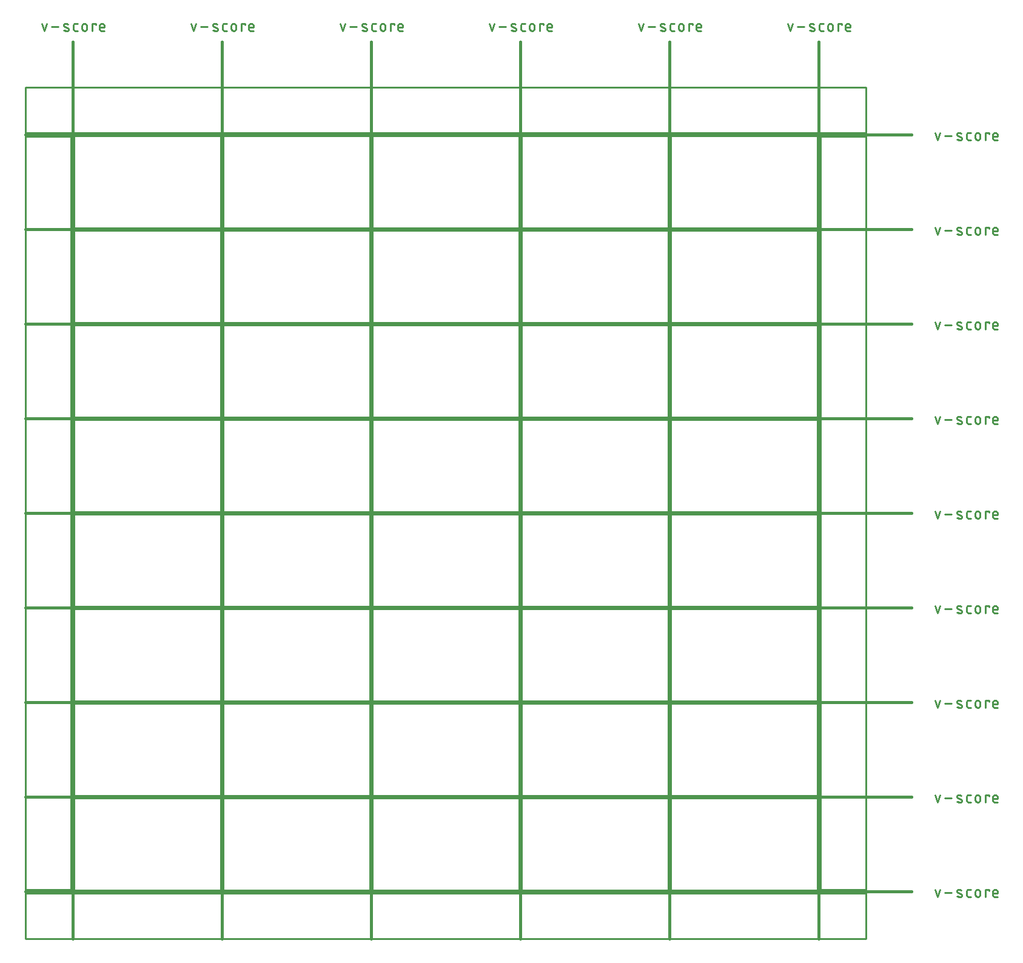
<source format=gko>
G04 EAGLE Gerber RS-274X export*
G75*
%MOMM*%
%FSLAX34Y34*%
%LPD*%
%IN*%
%IPPOS*%
%AMOC8*
5,1,8,0,0,1.08239X$1,22.5*%
G01*
%ADD10C,0.101600*%
%ADD11C,0.381000*%
%ADD12C,0.279400*%
%ADD13C,0.254000*%


D10*
X203200Y0D02*
X0Y0D01*
X0Y127000D02*
X203200Y127000D01*
X0Y127000D02*
X0Y0D01*
X203200Y0D02*
X203200Y127000D01*
X208280Y0D02*
X411480Y0D01*
X411480Y127000D02*
X208280Y127000D01*
X208280Y0D01*
X411480Y0D02*
X411480Y127000D01*
X416560Y0D02*
X619760Y0D01*
X619760Y127000D02*
X416560Y127000D01*
X416560Y0D01*
X619760Y0D02*
X619760Y127000D01*
X624840Y0D02*
X828040Y0D01*
X828040Y127000D02*
X624840Y127000D01*
X624840Y0D01*
X828040Y0D02*
X828040Y127000D01*
X833120Y0D02*
X1036320Y0D01*
X1036320Y127000D02*
X833120Y127000D01*
X833120Y0D01*
X1036320Y0D02*
X1036320Y127000D01*
X203200Y132080D02*
X0Y132080D01*
X0Y259080D02*
X203200Y259080D01*
X0Y259080D02*
X0Y132080D01*
X203200Y132080D02*
X203200Y259080D01*
X208280Y132080D02*
X411480Y132080D01*
X411480Y259080D02*
X208280Y259080D01*
X208280Y132080D01*
X411480Y132080D02*
X411480Y259080D01*
X416560Y132080D02*
X619760Y132080D01*
X619760Y259080D02*
X416560Y259080D01*
X416560Y132080D01*
X619760Y132080D02*
X619760Y259080D01*
X624840Y132080D02*
X828040Y132080D01*
X828040Y259080D02*
X624840Y259080D01*
X624840Y132080D01*
X828040Y132080D02*
X828040Y259080D01*
X833120Y132080D02*
X1036320Y132080D01*
X1036320Y259080D02*
X833120Y259080D01*
X833120Y132080D01*
X1036320Y132080D02*
X1036320Y259080D01*
X203200Y264160D02*
X0Y264160D01*
X0Y391160D02*
X203200Y391160D01*
X0Y391160D02*
X0Y264160D01*
X203200Y264160D02*
X203200Y391160D01*
X208280Y264160D02*
X411480Y264160D01*
X411480Y391160D02*
X208280Y391160D01*
X208280Y264160D01*
X411480Y264160D02*
X411480Y391160D01*
X416560Y264160D02*
X619760Y264160D01*
X619760Y391160D02*
X416560Y391160D01*
X416560Y264160D01*
X619760Y264160D02*
X619760Y391160D01*
X624840Y264160D02*
X828040Y264160D01*
X828040Y391160D02*
X624840Y391160D01*
X624840Y264160D01*
X828040Y264160D02*
X828040Y391160D01*
X833120Y264160D02*
X1036320Y264160D01*
X1036320Y391160D02*
X833120Y391160D01*
X833120Y264160D01*
X1036320Y264160D02*
X1036320Y391160D01*
X203200Y396240D02*
X0Y396240D01*
X0Y523240D02*
X203200Y523240D01*
X0Y523240D02*
X0Y396240D01*
X203200Y396240D02*
X203200Y523240D01*
X208280Y396240D02*
X411480Y396240D01*
X411480Y523240D02*
X208280Y523240D01*
X208280Y396240D01*
X411480Y396240D02*
X411480Y523240D01*
X416560Y396240D02*
X619760Y396240D01*
X619760Y523240D02*
X416560Y523240D01*
X416560Y396240D01*
X619760Y396240D02*
X619760Y523240D01*
X624840Y396240D02*
X828040Y396240D01*
X828040Y523240D02*
X624840Y523240D01*
X624840Y396240D01*
X828040Y396240D02*
X828040Y523240D01*
X833120Y396240D02*
X1036320Y396240D01*
X1036320Y523240D02*
X833120Y523240D01*
X833120Y396240D01*
X1036320Y396240D02*
X1036320Y523240D01*
X203200Y528320D02*
X0Y528320D01*
X0Y655320D02*
X203200Y655320D01*
X0Y655320D02*
X0Y528320D01*
X203200Y528320D02*
X203200Y655320D01*
X208280Y528320D02*
X411480Y528320D01*
X411480Y655320D02*
X208280Y655320D01*
X208280Y528320D01*
X411480Y528320D02*
X411480Y655320D01*
X416560Y528320D02*
X619760Y528320D01*
X619760Y655320D02*
X416560Y655320D01*
X416560Y528320D01*
X619760Y528320D02*
X619760Y655320D01*
X624840Y528320D02*
X828040Y528320D01*
X828040Y655320D02*
X624840Y655320D01*
X624840Y528320D01*
X828040Y528320D02*
X828040Y655320D01*
X833120Y528320D02*
X1036320Y528320D01*
X1036320Y655320D02*
X833120Y655320D01*
X833120Y528320D01*
X1036320Y528320D02*
X1036320Y655320D01*
X203200Y660400D02*
X0Y660400D01*
X0Y787400D02*
X203200Y787400D01*
X0Y787400D02*
X0Y660400D01*
X203200Y660400D02*
X203200Y787400D01*
X208280Y660400D02*
X411480Y660400D01*
X411480Y787400D02*
X208280Y787400D01*
X208280Y660400D01*
X411480Y660400D02*
X411480Y787400D01*
X416560Y660400D02*
X619760Y660400D01*
X619760Y787400D02*
X416560Y787400D01*
X416560Y660400D01*
X619760Y660400D02*
X619760Y787400D01*
X624840Y660400D02*
X828040Y660400D01*
X828040Y787400D02*
X624840Y787400D01*
X624840Y660400D01*
X828040Y660400D02*
X828040Y787400D01*
X833120Y660400D02*
X1036320Y660400D01*
X1036320Y787400D02*
X833120Y787400D01*
X833120Y660400D01*
X1036320Y660400D02*
X1036320Y787400D01*
X203200Y792480D02*
X0Y792480D01*
X0Y919480D02*
X203200Y919480D01*
X0Y919480D02*
X0Y792480D01*
X203200Y792480D02*
X203200Y919480D01*
X208280Y792480D02*
X411480Y792480D01*
X411480Y919480D02*
X208280Y919480D01*
X208280Y792480D01*
X411480Y792480D02*
X411480Y919480D01*
X416560Y792480D02*
X619760Y792480D01*
X619760Y919480D02*
X416560Y919480D01*
X416560Y792480D01*
X619760Y792480D02*
X619760Y919480D01*
X624840Y792480D02*
X828040Y792480D01*
X828040Y919480D02*
X624840Y919480D01*
X624840Y792480D01*
X828040Y792480D02*
X828040Y919480D01*
X833120Y792480D02*
X1036320Y792480D01*
X1036320Y919480D02*
X833120Y919480D01*
X833120Y792480D01*
X1036320Y792480D02*
X1036320Y919480D01*
X203200Y924560D02*
X0Y924560D01*
X0Y1051560D02*
X203200Y1051560D01*
X0Y1051560D02*
X0Y924560D01*
X203200Y924560D02*
X203200Y1051560D01*
X208280Y924560D02*
X411480Y924560D01*
X411480Y1051560D02*
X208280Y1051560D01*
X208280Y924560D01*
X411480Y924560D02*
X411480Y1051560D01*
X416560Y924560D02*
X619760Y924560D01*
X619760Y1051560D02*
X416560Y1051560D01*
X416560Y924560D01*
X619760Y924560D02*
X619760Y1051560D01*
X624840Y924560D02*
X828040Y924560D01*
X828040Y1051560D02*
X624840Y1051560D01*
X624840Y924560D01*
X828040Y924560D02*
X828040Y1051560D01*
X833120Y924560D02*
X1036320Y924560D01*
X1036320Y1051560D02*
X833120Y1051560D01*
X833120Y924560D01*
X1036320Y924560D02*
X1036320Y1051560D01*
D11*
X-2540Y1183640D02*
X-2540Y-68580D01*
D12*
X-42921Y1199007D02*
X-46251Y1208998D01*
X-39590Y1208998D02*
X-42921Y1199007D01*
X-32806Y1204835D02*
X-22815Y1204835D01*
X-14261Y1204835D02*
X-10098Y1203170D01*
X-14261Y1204834D02*
X-14346Y1204870D01*
X-14429Y1204910D01*
X-14510Y1204953D01*
X-14590Y1205000D01*
X-14667Y1205050D01*
X-14743Y1205103D01*
X-14816Y1205159D01*
X-14886Y1205219D01*
X-14954Y1205281D01*
X-15019Y1205346D01*
X-15081Y1205414D01*
X-15141Y1205485D01*
X-15197Y1205558D01*
X-15250Y1205633D01*
X-15300Y1205711D01*
X-15346Y1205790D01*
X-15389Y1205872D01*
X-15429Y1205955D01*
X-15465Y1206040D01*
X-15497Y1206126D01*
X-15526Y1206214D01*
X-15550Y1206303D01*
X-15571Y1206393D01*
X-15588Y1206483D01*
X-15602Y1206574D01*
X-15611Y1206666D01*
X-15616Y1206758D01*
X-15618Y1206850D01*
X-15616Y1206942D01*
X-15609Y1207034D01*
X-15599Y1207126D01*
X-15585Y1207217D01*
X-15567Y1207308D01*
X-15545Y1207397D01*
X-15519Y1207486D01*
X-15489Y1207573D01*
X-15456Y1207659D01*
X-15419Y1207743D01*
X-15379Y1207826D01*
X-15335Y1207907D01*
X-15288Y1207986D01*
X-15237Y1208063D01*
X-15183Y1208138D01*
X-15126Y1208211D01*
X-15066Y1208281D01*
X-15003Y1208348D01*
X-14937Y1208412D01*
X-14869Y1208474D01*
X-14798Y1208533D01*
X-14724Y1208588D01*
X-14648Y1208641D01*
X-14570Y1208690D01*
X-14490Y1208736D01*
X-14409Y1208778D01*
X-14325Y1208817D01*
X-14240Y1208852D01*
X-14153Y1208883D01*
X-14065Y1208911D01*
X-13976Y1208935D01*
X-13886Y1208955D01*
X-13796Y1208972D01*
X-13704Y1208984D01*
X-13612Y1208993D01*
X-13520Y1208997D01*
X-13428Y1208998D01*
X-13201Y1208992D01*
X-12974Y1208981D01*
X-12747Y1208964D01*
X-12521Y1208941D01*
X-12295Y1208914D01*
X-12070Y1208880D01*
X-11846Y1208842D01*
X-11623Y1208798D01*
X-11401Y1208749D01*
X-11180Y1208694D01*
X-10961Y1208634D01*
X-10743Y1208569D01*
X-10527Y1208498D01*
X-10313Y1208423D01*
X-10100Y1208342D01*
X-9890Y1208256D01*
X-9681Y1208165D01*
X-10098Y1203170D02*
X-10013Y1203134D01*
X-9930Y1203094D01*
X-9849Y1203051D01*
X-9769Y1203004D01*
X-9692Y1202954D01*
X-9616Y1202901D01*
X-9543Y1202845D01*
X-9473Y1202785D01*
X-9405Y1202723D01*
X-9340Y1202658D01*
X-9278Y1202590D01*
X-9218Y1202519D01*
X-9162Y1202446D01*
X-9109Y1202371D01*
X-9059Y1202293D01*
X-9013Y1202214D01*
X-8970Y1202132D01*
X-8930Y1202049D01*
X-8894Y1201964D01*
X-8862Y1201878D01*
X-8833Y1201790D01*
X-8809Y1201701D01*
X-8788Y1201611D01*
X-8771Y1201521D01*
X-8757Y1201430D01*
X-8748Y1201338D01*
X-8743Y1201246D01*
X-8741Y1201154D01*
X-8743Y1201062D01*
X-8750Y1200970D01*
X-8760Y1200878D01*
X-8774Y1200787D01*
X-8792Y1200696D01*
X-8814Y1200607D01*
X-8840Y1200518D01*
X-8870Y1200431D01*
X-8903Y1200345D01*
X-8940Y1200261D01*
X-8980Y1200178D01*
X-9024Y1200097D01*
X-9071Y1200018D01*
X-9122Y1199941D01*
X-9176Y1199866D01*
X-9233Y1199793D01*
X-9293Y1199723D01*
X-9356Y1199656D01*
X-9422Y1199592D01*
X-9490Y1199530D01*
X-9561Y1199471D01*
X-9635Y1199416D01*
X-9711Y1199363D01*
X-9789Y1199314D01*
X-9869Y1199268D01*
X-9950Y1199226D01*
X-10034Y1199187D01*
X-10119Y1199152D01*
X-10206Y1199121D01*
X-10294Y1199093D01*
X-10383Y1199069D01*
X-10473Y1199049D01*
X-10563Y1199032D01*
X-10655Y1199020D01*
X-10747Y1199011D01*
X-10839Y1199007D01*
X-10931Y1199006D01*
X-10931Y1199007D02*
X-11265Y1199016D01*
X-11598Y1199033D01*
X-11931Y1199057D01*
X-12264Y1199090D01*
X-12595Y1199130D01*
X-12926Y1199178D01*
X-13255Y1199234D01*
X-13583Y1199297D01*
X-13909Y1199369D01*
X-14233Y1199448D01*
X-14556Y1199534D01*
X-14876Y1199629D01*
X-15194Y1199731D01*
X-15510Y1199840D01*
X562Y1199007D02*
X3892Y1199007D01*
X562Y1199007D02*
X464Y1199009D01*
X366Y1199015D01*
X268Y1199024D01*
X171Y1199038D01*
X75Y1199055D01*
X-21Y1199076D01*
X-116Y1199101D01*
X-210Y1199129D01*
X-303Y1199161D01*
X-394Y1199197D01*
X-484Y1199236D01*
X-572Y1199279D01*
X-659Y1199326D01*
X-743Y1199375D01*
X-826Y1199428D01*
X-906Y1199484D01*
X-985Y1199543D01*
X-1060Y1199606D01*
X-1134Y1199671D01*
X-1204Y1199739D01*
X-1272Y1199809D01*
X-1338Y1199883D01*
X-1400Y1199959D01*
X-1459Y1200037D01*
X-1515Y1200117D01*
X-1568Y1200200D01*
X-1618Y1200284D01*
X-1664Y1200371D01*
X-1707Y1200459D01*
X-1746Y1200549D01*
X-1782Y1200640D01*
X-1814Y1200733D01*
X-1842Y1200827D01*
X-1867Y1200922D01*
X-1888Y1201018D01*
X-1905Y1201114D01*
X-1919Y1201211D01*
X-1928Y1201309D01*
X-1934Y1201407D01*
X-1936Y1201505D01*
X-1936Y1206500D01*
X-1934Y1206598D01*
X-1928Y1206696D01*
X-1919Y1206794D01*
X-1905Y1206891D01*
X-1888Y1206987D01*
X-1867Y1207083D01*
X-1842Y1207178D01*
X-1814Y1207272D01*
X-1782Y1207365D01*
X-1746Y1207456D01*
X-1707Y1207546D01*
X-1664Y1207634D01*
X-1617Y1207721D01*
X-1568Y1207805D01*
X-1515Y1207888D01*
X-1459Y1207968D01*
X-1400Y1208046D01*
X-1337Y1208122D01*
X-1272Y1208196D01*
X-1204Y1208266D01*
X-1134Y1208334D01*
X-1060Y1208399D01*
X-984Y1208462D01*
X-906Y1208521D01*
X-826Y1208577D01*
X-743Y1208630D01*
X-659Y1208679D01*
X-572Y1208726D01*
X-484Y1208769D01*
X-394Y1208808D01*
X-303Y1208844D01*
X-210Y1208876D01*
X-116Y1208904D01*
X-21Y1208929D01*
X75Y1208950D01*
X171Y1208967D01*
X268Y1208981D01*
X366Y1208990D01*
X464Y1208996D01*
X562Y1208998D01*
X3892Y1208998D01*
X10022Y1205667D02*
X10022Y1202337D01*
X10022Y1205667D02*
X10024Y1205781D01*
X10030Y1205894D01*
X10039Y1206008D01*
X10053Y1206120D01*
X10070Y1206233D01*
X10092Y1206345D01*
X10117Y1206455D01*
X10145Y1206565D01*
X10178Y1206674D01*
X10214Y1206782D01*
X10254Y1206889D01*
X10298Y1206994D01*
X10345Y1207097D01*
X10395Y1207199D01*
X10449Y1207299D01*
X10507Y1207397D01*
X10568Y1207493D01*
X10631Y1207587D01*
X10699Y1207679D01*
X10769Y1207769D01*
X10842Y1207855D01*
X10918Y1207940D01*
X10997Y1208022D01*
X11079Y1208101D01*
X11164Y1208177D01*
X11250Y1208250D01*
X11340Y1208320D01*
X11432Y1208388D01*
X11526Y1208451D01*
X11622Y1208512D01*
X11720Y1208570D01*
X11820Y1208624D01*
X11922Y1208674D01*
X12025Y1208721D01*
X12130Y1208765D01*
X12237Y1208805D01*
X12345Y1208841D01*
X12454Y1208874D01*
X12564Y1208902D01*
X12674Y1208927D01*
X12786Y1208949D01*
X12899Y1208966D01*
X13011Y1208980D01*
X13125Y1208989D01*
X13238Y1208995D01*
X13352Y1208997D01*
X13466Y1208995D01*
X13579Y1208989D01*
X13693Y1208980D01*
X13805Y1208966D01*
X13918Y1208949D01*
X14030Y1208927D01*
X14140Y1208902D01*
X14250Y1208874D01*
X14359Y1208841D01*
X14467Y1208805D01*
X14574Y1208765D01*
X14679Y1208721D01*
X14782Y1208674D01*
X14884Y1208624D01*
X14984Y1208570D01*
X15082Y1208512D01*
X15178Y1208451D01*
X15272Y1208388D01*
X15364Y1208320D01*
X15454Y1208250D01*
X15540Y1208177D01*
X15625Y1208101D01*
X15707Y1208022D01*
X15786Y1207940D01*
X15862Y1207855D01*
X15935Y1207769D01*
X16005Y1207679D01*
X16073Y1207587D01*
X16136Y1207493D01*
X16197Y1207397D01*
X16255Y1207299D01*
X16309Y1207199D01*
X16359Y1207097D01*
X16406Y1206994D01*
X16450Y1206889D01*
X16490Y1206782D01*
X16526Y1206674D01*
X16559Y1206565D01*
X16587Y1206455D01*
X16612Y1206345D01*
X16634Y1206233D01*
X16651Y1206120D01*
X16665Y1206008D01*
X16674Y1205894D01*
X16680Y1205781D01*
X16682Y1205667D01*
X16682Y1202337D01*
X16680Y1202223D01*
X16674Y1202110D01*
X16665Y1201996D01*
X16651Y1201884D01*
X16634Y1201771D01*
X16612Y1201659D01*
X16587Y1201549D01*
X16559Y1201439D01*
X16526Y1201330D01*
X16490Y1201222D01*
X16450Y1201115D01*
X16406Y1201010D01*
X16359Y1200907D01*
X16309Y1200805D01*
X16255Y1200705D01*
X16197Y1200607D01*
X16136Y1200511D01*
X16073Y1200417D01*
X16005Y1200325D01*
X15935Y1200235D01*
X15862Y1200149D01*
X15786Y1200064D01*
X15707Y1199982D01*
X15625Y1199903D01*
X15540Y1199827D01*
X15454Y1199754D01*
X15364Y1199684D01*
X15272Y1199616D01*
X15178Y1199553D01*
X15082Y1199492D01*
X14984Y1199434D01*
X14884Y1199380D01*
X14782Y1199330D01*
X14679Y1199283D01*
X14574Y1199239D01*
X14467Y1199199D01*
X14359Y1199163D01*
X14250Y1199130D01*
X14140Y1199102D01*
X14030Y1199077D01*
X13918Y1199055D01*
X13805Y1199038D01*
X13693Y1199024D01*
X13579Y1199015D01*
X13466Y1199009D01*
X13352Y1199007D01*
X13238Y1199009D01*
X13125Y1199015D01*
X13011Y1199024D01*
X12899Y1199038D01*
X12786Y1199055D01*
X12674Y1199077D01*
X12564Y1199102D01*
X12454Y1199130D01*
X12345Y1199163D01*
X12237Y1199199D01*
X12130Y1199239D01*
X12025Y1199283D01*
X11922Y1199330D01*
X11820Y1199380D01*
X11720Y1199434D01*
X11622Y1199492D01*
X11526Y1199553D01*
X11432Y1199616D01*
X11340Y1199684D01*
X11250Y1199754D01*
X11164Y1199827D01*
X11079Y1199903D01*
X10997Y1199982D01*
X10918Y1200064D01*
X10842Y1200149D01*
X10769Y1200235D01*
X10699Y1200325D01*
X10631Y1200417D01*
X10568Y1200511D01*
X10507Y1200607D01*
X10449Y1200705D01*
X10395Y1200805D01*
X10345Y1200907D01*
X10298Y1201010D01*
X10254Y1201115D01*
X10214Y1201222D01*
X10178Y1201330D01*
X10145Y1201439D01*
X10117Y1201549D01*
X10092Y1201659D01*
X10070Y1201771D01*
X10053Y1201884D01*
X10039Y1201996D01*
X10030Y1202110D01*
X10024Y1202223D01*
X10022Y1202337D01*
X24218Y1199007D02*
X24218Y1208998D01*
X29213Y1208998D01*
X29213Y1207333D01*
X37008Y1199007D02*
X41171Y1199007D01*
X37008Y1199007D02*
X36910Y1199009D01*
X36812Y1199015D01*
X36714Y1199024D01*
X36617Y1199038D01*
X36521Y1199055D01*
X36425Y1199076D01*
X36330Y1199101D01*
X36236Y1199129D01*
X36143Y1199161D01*
X36052Y1199197D01*
X35962Y1199236D01*
X35874Y1199279D01*
X35787Y1199326D01*
X35703Y1199375D01*
X35620Y1199428D01*
X35540Y1199484D01*
X35462Y1199543D01*
X35386Y1199606D01*
X35312Y1199671D01*
X35242Y1199739D01*
X35174Y1199809D01*
X35109Y1199883D01*
X35046Y1199959D01*
X34987Y1200037D01*
X34931Y1200117D01*
X34878Y1200200D01*
X34829Y1200284D01*
X34782Y1200371D01*
X34739Y1200459D01*
X34700Y1200549D01*
X34664Y1200640D01*
X34632Y1200733D01*
X34604Y1200827D01*
X34579Y1200922D01*
X34558Y1201018D01*
X34541Y1201114D01*
X34527Y1201211D01*
X34518Y1201309D01*
X34512Y1201407D01*
X34510Y1201505D01*
X34510Y1205667D01*
X34511Y1205667D02*
X34513Y1205781D01*
X34519Y1205894D01*
X34528Y1206008D01*
X34542Y1206120D01*
X34559Y1206233D01*
X34581Y1206345D01*
X34606Y1206455D01*
X34634Y1206565D01*
X34667Y1206674D01*
X34703Y1206782D01*
X34743Y1206889D01*
X34787Y1206994D01*
X34834Y1207097D01*
X34884Y1207199D01*
X34938Y1207299D01*
X34996Y1207397D01*
X35057Y1207493D01*
X35120Y1207587D01*
X35188Y1207679D01*
X35258Y1207769D01*
X35331Y1207855D01*
X35407Y1207940D01*
X35486Y1208022D01*
X35568Y1208101D01*
X35653Y1208177D01*
X35739Y1208250D01*
X35829Y1208320D01*
X35921Y1208388D01*
X36015Y1208451D01*
X36111Y1208512D01*
X36209Y1208570D01*
X36309Y1208624D01*
X36411Y1208674D01*
X36514Y1208721D01*
X36619Y1208765D01*
X36726Y1208805D01*
X36834Y1208841D01*
X36943Y1208874D01*
X37053Y1208902D01*
X37163Y1208927D01*
X37275Y1208949D01*
X37388Y1208966D01*
X37500Y1208980D01*
X37614Y1208989D01*
X37727Y1208995D01*
X37841Y1208997D01*
X37955Y1208995D01*
X38068Y1208989D01*
X38182Y1208980D01*
X38294Y1208966D01*
X38407Y1208949D01*
X38519Y1208927D01*
X38629Y1208902D01*
X38739Y1208874D01*
X38848Y1208841D01*
X38956Y1208805D01*
X39063Y1208765D01*
X39168Y1208721D01*
X39271Y1208674D01*
X39373Y1208624D01*
X39473Y1208570D01*
X39571Y1208512D01*
X39667Y1208451D01*
X39761Y1208388D01*
X39853Y1208320D01*
X39943Y1208250D01*
X40029Y1208177D01*
X40114Y1208101D01*
X40196Y1208022D01*
X40275Y1207940D01*
X40351Y1207855D01*
X40424Y1207769D01*
X40494Y1207679D01*
X40562Y1207587D01*
X40625Y1207493D01*
X40686Y1207397D01*
X40744Y1207299D01*
X40798Y1207199D01*
X40848Y1207097D01*
X40895Y1206994D01*
X40939Y1206889D01*
X40979Y1206782D01*
X41015Y1206674D01*
X41048Y1206565D01*
X41076Y1206455D01*
X41101Y1206345D01*
X41123Y1206233D01*
X41140Y1206120D01*
X41154Y1206008D01*
X41163Y1205894D01*
X41169Y1205781D01*
X41171Y1205667D01*
X41171Y1204002D01*
X34510Y1204002D01*
D11*
X205740Y1183640D02*
X205740Y-68580D01*
D12*
X165359Y1199007D02*
X162029Y1208998D01*
X168690Y1208998D02*
X165359Y1199007D01*
X175474Y1204835D02*
X185465Y1204835D01*
X194019Y1204835D02*
X198182Y1203170D01*
X194019Y1204834D02*
X193934Y1204870D01*
X193851Y1204910D01*
X193770Y1204953D01*
X193690Y1205000D01*
X193613Y1205050D01*
X193537Y1205103D01*
X193464Y1205159D01*
X193394Y1205219D01*
X193326Y1205281D01*
X193261Y1205346D01*
X193199Y1205414D01*
X193139Y1205485D01*
X193083Y1205558D01*
X193030Y1205633D01*
X192980Y1205711D01*
X192934Y1205790D01*
X192891Y1205872D01*
X192851Y1205955D01*
X192815Y1206040D01*
X192783Y1206126D01*
X192754Y1206214D01*
X192730Y1206303D01*
X192709Y1206393D01*
X192692Y1206483D01*
X192678Y1206574D01*
X192669Y1206666D01*
X192664Y1206758D01*
X192662Y1206850D01*
X192664Y1206942D01*
X192671Y1207034D01*
X192681Y1207126D01*
X192695Y1207217D01*
X192713Y1207308D01*
X192735Y1207397D01*
X192761Y1207486D01*
X192791Y1207573D01*
X192824Y1207659D01*
X192861Y1207743D01*
X192901Y1207826D01*
X192945Y1207907D01*
X192992Y1207986D01*
X193043Y1208063D01*
X193097Y1208138D01*
X193154Y1208211D01*
X193214Y1208281D01*
X193277Y1208348D01*
X193343Y1208412D01*
X193411Y1208474D01*
X193482Y1208533D01*
X193556Y1208588D01*
X193632Y1208641D01*
X193710Y1208690D01*
X193790Y1208736D01*
X193871Y1208778D01*
X193955Y1208817D01*
X194040Y1208852D01*
X194127Y1208883D01*
X194215Y1208911D01*
X194304Y1208935D01*
X194394Y1208955D01*
X194484Y1208972D01*
X194576Y1208984D01*
X194668Y1208993D01*
X194760Y1208997D01*
X194852Y1208998D01*
X195079Y1208992D01*
X195306Y1208981D01*
X195533Y1208964D01*
X195759Y1208941D01*
X195985Y1208914D01*
X196210Y1208880D01*
X196434Y1208842D01*
X196657Y1208798D01*
X196879Y1208749D01*
X197100Y1208694D01*
X197319Y1208634D01*
X197537Y1208569D01*
X197753Y1208498D01*
X197967Y1208423D01*
X198180Y1208342D01*
X198390Y1208256D01*
X198599Y1208165D01*
X198182Y1203170D02*
X198267Y1203134D01*
X198350Y1203094D01*
X198431Y1203051D01*
X198511Y1203004D01*
X198588Y1202954D01*
X198664Y1202901D01*
X198737Y1202845D01*
X198807Y1202785D01*
X198875Y1202723D01*
X198940Y1202658D01*
X199002Y1202590D01*
X199062Y1202519D01*
X199118Y1202446D01*
X199171Y1202371D01*
X199221Y1202293D01*
X199267Y1202214D01*
X199310Y1202132D01*
X199350Y1202049D01*
X199386Y1201964D01*
X199418Y1201878D01*
X199447Y1201790D01*
X199471Y1201701D01*
X199492Y1201611D01*
X199509Y1201521D01*
X199523Y1201430D01*
X199532Y1201338D01*
X199537Y1201246D01*
X199539Y1201154D01*
X199537Y1201062D01*
X199530Y1200970D01*
X199520Y1200878D01*
X199506Y1200787D01*
X199488Y1200696D01*
X199466Y1200607D01*
X199440Y1200518D01*
X199410Y1200431D01*
X199377Y1200345D01*
X199340Y1200261D01*
X199300Y1200178D01*
X199256Y1200097D01*
X199209Y1200018D01*
X199158Y1199941D01*
X199104Y1199866D01*
X199047Y1199793D01*
X198987Y1199723D01*
X198924Y1199656D01*
X198858Y1199592D01*
X198790Y1199530D01*
X198719Y1199471D01*
X198645Y1199416D01*
X198569Y1199363D01*
X198491Y1199314D01*
X198411Y1199268D01*
X198330Y1199226D01*
X198246Y1199187D01*
X198161Y1199152D01*
X198074Y1199121D01*
X197986Y1199093D01*
X197897Y1199069D01*
X197807Y1199049D01*
X197717Y1199032D01*
X197625Y1199020D01*
X197533Y1199011D01*
X197441Y1199007D01*
X197349Y1199006D01*
X197349Y1199007D02*
X197015Y1199016D01*
X196682Y1199033D01*
X196349Y1199057D01*
X196016Y1199090D01*
X195685Y1199130D01*
X195354Y1199178D01*
X195025Y1199234D01*
X194697Y1199297D01*
X194371Y1199369D01*
X194047Y1199448D01*
X193724Y1199534D01*
X193404Y1199629D01*
X193086Y1199731D01*
X192770Y1199840D01*
X208842Y1199007D02*
X212172Y1199007D01*
X208842Y1199007D02*
X208744Y1199009D01*
X208646Y1199015D01*
X208548Y1199024D01*
X208451Y1199038D01*
X208355Y1199055D01*
X208259Y1199076D01*
X208164Y1199101D01*
X208070Y1199129D01*
X207977Y1199161D01*
X207886Y1199197D01*
X207796Y1199236D01*
X207708Y1199279D01*
X207621Y1199326D01*
X207537Y1199375D01*
X207454Y1199428D01*
X207374Y1199484D01*
X207296Y1199543D01*
X207220Y1199606D01*
X207146Y1199671D01*
X207076Y1199739D01*
X207008Y1199809D01*
X206943Y1199883D01*
X206880Y1199959D01*
X206821Y1200037D01*
X206765Y1200117D01*
X206712Y1200200D01*
X206663Y1200284D01*
X206616Y1200371D01*
X206573Y1200459D01*
X206534Y1200549D01*
X206498Y1200640D01*
X206466Y1200733D01*
X206438Y1200827D01*
X206413Y1200922D01*
X206392Y1201018D01*
X206375Y1201114D01*
X206361Y1201211D01*
X206352Y1201309D01*
X206346Y1201407D01*
X206344Y1201505D01*
X206344Y1206500D01*
X206346Y1206598D01*
X206352Y1206696D01*
X206361Y1206794D01*
X206375Y1206891D01*
X206392Y1206987D01*
X206413Y1207083D01*
X206438Y1207178D01*
X206466Y1207272D01*
X206498Y1207365D01*
X206534Y1207456D01*
X206573Y1207546D01*
X206616Y1207634D01*
X206663Y1207721D01*
X206712Y1207805D01*
X206765Y1207888D01*
X206821Y1207968D01*
X206880Y1208047D01*
X206943Y1208122D01*
X207008Y1208196D01*
X207076Y1208266D01*
X207146Y1208334D01*
X207220Y1208400D01*
X207296Y1208462D01*
X207374Y1208521D01*
X207454Y1208577D01*
X207537Y1208630D01*
X207621Y1208680D01*
X207708Y1208726D01*
X207796Y1208769D01*
X207886Y1208808D01*
X207977Y1208844D01*
X208070Y1208876D01*
X208164Y1208904D01*
X208259Y1208929D01*
X208355Y1208950D01*
X208451Y1208967D01*
X208548Y1208981D01*
X208646Y1208990D01*
X208744Y1208996D01*
X208842Y1208998D01*
X212172Y1208998D01*
X218302Y1205667D02*
X218302Y1202337D01*
X218302Y1205667D02*
X218304Y1205781D01*
X218310Y1205894D01*
X218319Y1206008D01*
X218333Y1206120D01*
X218350Y1206233D01*
X218372Y1206345D01*
X218397Y1206455D01*
X218425Y1206565D01*
X218458Y1206674D01*
X218494Y1206782D01*
X218534Y1206889D01*
X218578Y1206994D01*
X218625Y1207097D01*
X218675Y1207199D01*
X218729Y1207299D01*
X218787Y1207397D01*
X218848Y1207493D01*
X218911Y1207587D01*
X218979Y1207679D01*
X219049Y1207769D01*
X219122Y1207855D01*
X219198Y1207940D01*
X219277Y1208022D01*
X219359Y1208101D01*
X219444Y1208177D01*
X219530Y1208250D01*
X219620Y1208320D01*
X219712Y1208388D01*
X219806Y1208451D01*
X219902Y1208512D01*
X220000Y1208570D01*
X220100Y1208624D01*
X220202Y1208674D01*
X220305Y1208721D01*
X220410Y1208765D01*
X220517Y1208805D01*
X220625Y1208841D01*
X220734Y1208874D01*
X220844Y1208902D01*
X220954Y1208927D01*
X221066Y1208949D01*
X221179Y1208966D01*
X221291Y1208980D01*
X221405Y1208989D01*
X221518Y1208995D01*
X221632Y1208997D01*
X221746Y1208995D01*
X221859Y1208989D01*
X221973Y1208980D01*
X222085Y1208966D01*
X222198Y1208949D01*
X222310Y1208927D01*
X222420Y1208902D01*
X222530Y1208874D01*
X222639Y1208841D01*
X222747Y1208805D01*
X222854Y1208765D01*
X222959Y1208721D01*
X223062Y1208674D01*
X223164Y1208624D01*
X223264Y1208570D01*
X223362Y1208512D01*
X223458Y1208451D01*
X223552Y1208388D01*
X223644Y1208320D01*
X223734Y1208250D01*
X223820Y1208177D01*
X223905Y1208101D01*
X223987Y1208022D01*
X224066Y1207940D01*
X224142Y1207855D01*
X224215Y1207769D01*
X224285Y1207679D01*
X224353Y1207587D01*
X224416Y1207493D01*
X224477Y1207397D01*
X224535Y1207299D01*
X224589Y1207199D01*
X224639Y1207097D01*
X224686Y1206994D01*
X224730Y1206889D01*
X224770Y1206782D01*
X224806Y1206674D01*
X224839Y1206565D01*
X224867Y1206455D01*
X224892Y1206345D01*
X224914Y1206233D01*
X224931Y1206120D01*
X224945Y1206008D01*
X224954Y1205894D01*
X224960Y1205781D01*
X224962Y1205667D01*
X224962Y1202337D01*
X224960Y1202223D01*
X224954Y1202110D01*
X224945Y1201996D01*
X224931Y1201884D01*
X224914Y1201771D01*
X224892Y1201659D01*
X224867Y1201549D01*
X224839Y1201439D01*
X224806Y1201330D01*
X224770Y1201222D01*
X224730Y1201115D01*
X224686Y1201010D01*
X224639Y1200907D01*
X224589Y1200805D01*
X224535Y1200705D01*
X224477Y1200607D01*
X224416Y1200511D01*
X224353Y1200417D01*
X224285Y1200325D01*
X224215Y1200235D01*
X224142Y1200149D01*
X224066Y1200064D01*
X223987Y1199982D01*
X223905Y1199903D01*
X223820Y1199827D01*
X223734Y1199754D01*
X223644Y1199684D01*
X223552Y1199616D01*
X223458Y1199553D01*
X223362Y1199492D01*
X223264Y1199434D01*
X223164Y1199380D01*
X223062Y1199330D01*
X222959Y1199283D01*
X222854Y1199239D01*
X222747Y1199199D01*
X222639Y1199163D01*
X222530Y1199130D01*
X222420Y1199102D01*
X222310Y1199077D01*
X222198Y1199055D01*
X222085Y1199038D01*
X221973Y1199024D01*
X221859Y1199015D01*
X221746Y1199009D01*
X221632Y1199007D01*
X221518Y1199009D01*
X221405Y1199015D01*
X221291Y1199024D01*
X221179Y1199038D01*
X221066Y1199055D01*
X220954Y1199077D01*
X220844Y1199102D01*
X220734Y1199130D01*
X220625Y1199163D01*
X220517Y1199199D01*
X220410Y1199239D01*
X220305Y1199283D01*
X220202Y1199330D01*
X220100Y1199380D01*
X220000Y1199434D01*
X219902Y1199492D01*
X219806Y1199553D01*
X219712Y1199616D01*
X219620Y1199684D01*
X219530Y1199754D01*
X219444Y1199827D01*
X219359Y1199903D01*
X219277Y1199982D01*
X219198Y1200064D01*
X219122Y1200149D01*
X219049Y1200235D01*
X218979Y1200325D01*
X218911Y1200417D01*
X218848Y1200511D01*
X218787Y1200607D01*
X218729Y1200705D01*
X218675Y1200805D01*
X218625Y1200907D01*
X218578Y1201010D01*
X218534Y1201115D01*
X218494Y1201222D01*
X218458Y1201330D01*
X218425Y1201439D01*
X218397Y1201549D01*
X218372Y1201659D01*
X218350Y1201771D01*
X218333Y1201884D01*
X218319Y1201996D01*
X218310Y1202110D01*
X218304Y1202223D01*
X218302Y1202337D01*
X232498Y1199007D02*
X232498Y1208998D01*
X237493Y1208998D01*
X237493Y1207333D01*
X245288Y1199007D02*
X249451Y1199007D01*
X245288Y1199007D02*
X245190Y1199009D01*
X245092Y1199015D01*
X244994Y1199024D01*
X244897Y1199038D01*
X244801Y1199055D01*
X244705Y1199076D01*
X244610Y1199101D01*
X244516Y1199129D01*
X244423Y1199161D01*
X244332Y1199197D01*
X244242Y1199236D01*
X244154Y1199279D01*
X244067Y1199326D01*
X243983Y1199375D01*
X243900Y1199428D01*
X243820Y1199484D01*
X243742Y1199543D01*
X243666Y1199606D01*
X243592Y1199671D01*
X243522Y1199739D01*
X243454Y1199809D01*
X243389Y1199883D01*
X243326Y1199959D01*
X243267Y1200037D01*
X243211Y1200117D01*
X243158Y1200200D01*
X243109Y1200284D01*
X243062Y1200371D01*
X243019Y1200459D01*
X242980Y1200549D01*
X242944Y1200640D01*
X242912Y1200733D01*
X242884Y1200827D01*
X242859Y1200922D01*
X242838Y1201018D01*
X242821Y1201114D01*
X242807Y1201211D01*
X242798Y1201309D01*
X242792Y1201407D01*
X242790Y1201505D01*
X242790Y1205667D01*
X242791Y1205667D02*
X242793Y1205781D01*
X242799Y1205894D01*
X242808Y1206008D01*
X242822Y1206120D01*
X242839Y1206233D01*
X242861Y1206345D01*
X242886Y1206455D01*
X242914Y1206565D01*
X242947Y1206674D01*
X242983Y1206782D01*
X243023Y1206889D01*
X243067Y1206994D01*
X243114Y1207097D01*
X243164Y1207199D01*
X243218Y1207299D01*
X243276Y1207397D01*
X243337Y1207493D01*
X243400Y1207587D01*
X243468Y1207679D01*
X243538Y1207769D01*
X243611Y1207855D01*
X243687Y1207940D01*
X243766Y1208022D01*
X243848Y1208101D01*
X243933Y1208177D01*
X244019Y1208250D01*
X244109Y1208320D01*
X244201Y1208388D01*
X244295Y1208451D01*
X244391Y1208512D01*
X244489Y1208570D01*
X244589Y1208624D01*
X244691Y1208674D01*
X244794Y1208721D01*
X244899Y1208765D01*
X245006Y1208805D01*
X245114Y1208841D01*
X245223Y1208874D01*
X245333Y1208902D01*
X245443Y1208927D01*
X245555Y1208949D01*
X245668Y1208966D01*
X245780Y1208980D01*
X245894Y1208989D01*
X246007Y1208995D01*
X246121Y1208997D01*
X246235Y1208995D01*
X246348Y1208989D01*
X246462Y1208980D01*
X246574Y1208966D01*
X246687Y1208949D01*
X246799Y1208927D01*
X246909Y1208902D01*
X247019Y1208874D01*
X247128Y1208841D01*
X247236Y1208805D01*
X247343Y1208765D01*
X247448Y1208721D01*
X247551Y1208674D01*
X247653Y1208624D01*
X247753Y1208570D01*
X247851Y1208512D01*
X247947Y1208451D01*
X248041Y1208388D01*
X248133Y1208320D01*
X248223Y1208250D01*
X248309Y1208177D01*
X248394Y1208101D01*
X248476Y1208022D01*
X248555Y1207940D01*
X248631Y1207855D01*
X248704Y1207769D01*
X248774Y1207679D01*
X248842Y1207587D01*
X248905Y1207493D01*
X248966Y1207397D01*
X249024Y1207299D01*
X249078Y1207199D01*
X249128Y1207097D01*
X249175Y1206994D01*
X249219Y1206889D01*
X249259Y1206782D01*
X249295Y1206674D01*
X249328Y1206565D01*
X249356Y1206455D01*
X249381Y1206345D01*
X249403Y1206233D01*
X249420Y1206120D01*
X249434Y1206008D01*
X249443Y1205894D01*
X249449Y1205781D01*
X249451Y1205667D01*
X249451Y1204002D01*
X242790Y1204002D01*
D11*
X414020Y1183640D02*
X414020Y-68580D01*
D12*
X373639Y1199007D02*
X370309Y1208998D01*
X376970Y1208998D02*
X373639Y1199007D01*
X383754Y1204835D02*
X393745Y1204835D01*
X402299Y1204835D02*
X406462Y1203170D01*
X402299Y1204834D02*
X402214Y1204870D01*
X402131Y1204910D01*
X402050Y1204953D01*
X401970Y1205000D01*
X401893Y1205050D01*
X401817Y1205103D01*
X401744Y1205159D01*
X401674Y1205219D01*
X401606Y1205281D01*
X401541Y1205346D01*
X401479Y1205414D01*
X401419Y1205485D01*
X401363Y1205558D01*
X401310Y1205633D01*
X401260Y1205711D01*
X401214Y1205790D01*
X401171Y1205872D01*
X401131Y1205955D01*
X401095Y1206040D01*
X401063Y1206126D01*
X401034Y1206214D01*
X401010Y1206303D01*
X400989Y1206393D01*
X400972Y1206483D01*
X400958Y1206574D01*
X400949Y1206666D01*
X400944Y1206758D01*
X400942Y1206850D01*
X400944Y1206942D01*
X400951Y1207034D01*
X400961Y1207126D01*
X400975Y1207217D01*
X400993Y1207308D01*
X401015Y1207397D01*
X401041Y1207486D01*
X401071Y1207573D01*
X401104Y1207659D01*
X401141Y1207743D01*
X401181Y1207826D01*
X401225Y1207907D01*
X401272Y1207986D01*
X401323Y1208063D01*
X401377Y1208138D01*
X401434Y1208211D01*
X401494Y1208281D01*
X401557Y1208348D01*
X401623Y1208412D01*
X401691Y1208474D01*
X401762Y1208533D01*
X401836Y1208588D01*
X401912Y1208641D01*
X401990Y1208690D01*
X402070Y1208736D01*
X402151Y1208778D01*
X402235Y1208817D01*
X402320Y1208852D01*
X402407Y1208883D01*
X402495Y1208911D01*
X402584Y1208935D01*
X402674Y1208955D01*
X402764Y1208972D01*
X402856Y1208984D01*
X402948Y1208993D01*
X403040Y1208997D01*
X403132Y1208998D01*
X403359Y1208992D01*
X403586Y1208981D01*
X403813Y1208964D01*
X404039Y1208941D01*
X404265Y1208914D01*
X404490Y1208880D01*
X404714Y1208842D01*
X404937Y1208798D01*
X405159Y1208749D01*
X405380Y1208694D01*
X405599Y1208634D01*
X405817Y1208569D01*
X406033Y1208498D01*
X406247Y1208423D01*
X406460Y1208342D01*
X406670Y1208256D01*
X406879Y1208165D01*
X406462Y1203170D02*
X406547Y1203134D01*
X406630Y1203094D01*
X406711Y1203051D01*
X406791Y1203004D01*
X406868Y1202954D01*
X406944Y1202901D01*
X407017Y1202845D01*
X407087Y1202785D01*
X407155Y1202723D01*
X407220Y1202658D01*
X407282Y1202590D01*
X407342Y1202519D01*
X407398Y1202446D01*
X407451Y1202371D01*
X407501Y1202293D01*
X407547Y1202214D01*
X407590Y1202132D01*
X407630Y1202049D01*
X407666Y1201964D01*
X407698Y1201878D01*
X407727Y1201790D01*
X407751Y1201701D01*
X407772Y1201611D01*
X407789Y1201521D01*
X407803Y1201430D01*
X407812Y1201338D01*
X407817Y1201246D01*
X407819Y1201154D01*
X407817Y1201062D01*
X407810Y1200970D01*
X407800Y1200878D01*
X407786Y1200787D01*
X407768Y1200696D01*
X407746Y1200607D01*
X407720Y1200518D01*
X407690Y1200431D01*
X407657Y1200345D01*
X407620Y1200261D01*
X407580Y1200178D01*
X407536Y1200097D01*
X407489Y1200018D01*
X407438Y1199941D01*
X407384Y1199866D01*
X407327Y1199793D01*
X407267Y1199723D01*
X407204Y1199656D01*
X407138Y1199592D01*
X407070Y1199530D01*
X406999Y1199471D01*
X406925Y1199416D01*
X406849Y1199363D01*
X406771Y1199314D01*
X406691Y1199268D01*
X406610Y1199226D01*
X406526Y1199187D01*
X406441Y1199152D01*
X406354Y1199121D01*
X406266Y1199093D01*
X406177Y1199069D01*
X406087Y1199049D01*
X405997Y1199032D01*
X405905Y1199020D01*
X405813Y1199011D01*
X405721Y1199007D01*
X405629Y1199006D01*
X405629Y1199007D02*
X405295Y1199016D01*
X404962Y1199033D01*
X404629Y1199057D01*
X404296Y1199090D01*
X403965Y1199130D01*
X403634Y1199178D01*
X403305Y1199234D01*
X402977Y1199297D01*
X402651Y1199369D01*
X402327Y1199448D01*
X402004Y1199534D01*
X401684Y1199629D01*
X401366Y1199731D01*
X401050Y1199840D01*
X417122Y1199007D02*
X420452Y1199007D01*
X417122Y1199007D02*
X417024Y1199009D01*
X416926Y1199015D01*
X416828Y1199024D01*
X416731Y1199038D01*
X416635Y1199055D01*
X416539Y1199076D01*
X416444Y1199101D01*
X416350Y1199129D01*
X416257Y1199161D01*
X416166Y1199197D01*
X416076Y1199236D01*
X415988Y1199279D01*
X415901Y1199326D01*
X415817Y1199375D01*
X415734Y1199428D01*
X415654Y1199484D01*
X415576Y1199543D01*
X415500Y1199606D01*
X415426Y1199671D01*
X415356Y1199739D01*
X415288Y1199809D01*
X415223Y1199883D01*
X415160Y1199959D01*
X415101Y1200037D01*
X415045Y1200117D01*
X414992Y1200200D01*
X414943Y1200284D01*
X414896Y1200371D01*
X414853Y1200459D01*
X414814Y1200549D01*
X414778Y1200640D01*
X414746Y1200733D01*
X414718Y1200827D01*
X414693Y1200922D01*
X414672Y1201018D01*
X414655Y1201114D01*
X414641Y1201211D01*
X414632Y1201309D01*
X414626Y1201407D01*
X414624Y1201505D01*
X414624Y1206500D01*
X414626Y1206598D01*
X414632Y1206696D01*
X414641Y1206794D01*
X414655Y1206891D01*
X414672Y1206987D01*
X414693Y1207083D01*
X414718Y1207178D01*
X414746Y1207272D01*
X414778Y1207365D01*
X414814Y1207456D01*
X414853Y1207546D01*
X414896Y1207634D01*
X414943Y1207721D01*
X414992Y1207805D01*
X415045Y1207888D01*
X415101Y1207968D01*
X415160Y1208047D01*
X415223Y1208122D01*
X415288Y1208196D01*
X415356Y1208266D01*
X415426Y1208334D01*
X415500Y1208400D01*
X415576Y1208462D01*
X415654Y1208521D01*
X415734Y1208577D01*
X415817Y1208630D01*
X415901Y1208680D01*
X415988Y1208726D01*
X416076Y1208769D01*
X416166Y1208808D01*
X416257Y1208844D01*
X416350Y1208876D01*
X416444Y1208904D01*
X416539Y1208929D01*
X416635Y1208950D01*
X416731Y1208967D01*
X416828Y1208981D01*
X416926Y1208990D01*
X417024Y1208996D01*
X417122Y1208998D01*
X420452Y1208998D01*
X426582Y1205667D02*
X426582Y1202337D01*
X426582Y1205667D02*
X426584Y1205781D01*
X426590Y1205894D01*
X426599Y1206008D01*
X426613Y1206120D01*
X426630Y1206233D01*
X426652Y1206345D01*
X426677Y1206455D01*
X426705Y1206565D01*
X426738Y1206674D01*
X426774Y1206782D01*
X426814Y1206889D01*
X426858Y1206994D01*
X426905Y1207097D01*
X426955Y1207199D01*
X427009Y1207299D01*
X427067Y1207397D01*
X427128Y1207493D01*
X427191Y1207587D01*
X427259Y1207679D01*
X427329Y1207769D01*
X427402Y1207855D01*
X427478Y1207940D01*
X427557Y1208022D01*
X427639Y1208101D01*
X427724Y1208177D01*
X427810Y1208250D01*
X427900Y1208320D01*
X427992Y1208388D01*
X428086Y1208451D01*
X428182Y1208512D01*
X428280Y1208570D01*
X428380Y1208624D01*
X428482Y1208674D01*
X428585Y1208721D01*
X428690Y1208765D01*
X428797Y1208805D01*
X428905Y1208841D01*
X429014Y1208874D01*
X429124Y1208902D01*
X429234Y1208927D01*
X429346Y1208949D01*
X429459Y1208966D01*
X429571Y1208980D01*
X429685Y1208989D01*
X429798Y1208995D01*
X429912Y1208997D01*
X430026Y1208995D01*
X430139Y1208989D01*
X430253Y1208980D01*
X430365Y1208966D01*
X430478Y1208949D01*
X430590Y1208927D01*
X430700Y1208902D01*
X430810Y1208874D01*
X430919Y1208841D01*
X431027Y1208805D01*
X431134Y1208765D01*
X431239Y1208721D01*
X431342Y1208674D01*
X431444Y1208624D01*
X431544Y1208570D01*
X431642Y1208512D01*
X431738Y1208451D01*
X431832Y1208388D01*
X431924Y1208320D01*
X432014Y1208250D01*
X432100Y1208177D01*
X432185Y1208101D01*
X432267Y1208022D01*
X432346Y1207940D01*
X432422Y1207855D01*
X432495Y1207769D01*
X432565Y1207679D01*
X432633Y1207587D01*
X432696Y1207493D01*
X432757Y1207397D01*
X432815Y1207299D01*
X432869Y1207199D01*
X432919Y1207097D01*
X432966Y1206994D01*
X433010Y1206889D01*
X433050Y1206782D01*
X433086Y1206674D01*
X433119Y1206565D01*
X433147Y1206455D01*
X433172Y1206345D01*
X433194Y1206233D01*
X433211Y1206120D01*
X433225Y1206008D01*
X433234Y1205894D01*
X433240Y1205781D01*
X433242Y1205667D01*
X433242Y1202337D01*
X433240Y1202223D01*
X433234Y1202110D01*
X433225Y1201996D01*
X433211Y1201884D01*
X433194Y1201771D01*
X433172Y1201659D01*
X433147Y1201549D01*
X433119Y1201439D01*
X433086Y1201330D01*
X433050Y1201222D01*
X433010Y1201115D01*
X432966Y1201010D01*
X432919Y1200907D01*
X432869Y1200805D01*
X432815Y1200705D01*
X432757Y1200607D01*
X432696Y1200511D01*
X432633Y1200417D01*
X432565Y1200325D01*
X432495Y1200235D01*
X432422Y1200149D01*
X432346Y1200064D01*
X432267Y1199982D01*
X432185Y1199903D01*
X432100Y1199827D01*
X432014Y1199754D01*
X431924Y1199684D01*
X431832Y1199616D01*
X431738Y1199553D01*
X431642Y1199492D01*
X431544Y1199434D01*
X431444Y1199380D01*
X431342Y1199330D01*
X431239Y1199283D01*
X431134Y1199239D01*
X431027Y1199199D01*
X430919Y1199163D01*
X430810Y1199130D01*
X430700Y1199102D01*
X430590Y1199077D01*
X430478Y1199055D01*
X430365Y1199038D01*
X430253Y1199024D01*
X430139Y1199015D01*
X430026Y1199009D01*
X429912Y1199007D01*
X429798Y1199009D01*
X429685Y1199015D01*
X429571Y1199024D01*
X429459Y1199038D01*
X429346Y1199055D01*
X429234Y1199077D01*
X429124Y1199102D01*
X429014Y1199130D01*
X428905Y1199163D01*
X428797Y1199199D01*
X428690Y1199239D01*
X428585Y1199283D01*
X428482Y1199330D01*
X428380Y1199380D01*
X428280Y1199434D01*
X428182Y1199492D01*
X428086Y1199553D01*
X427992Y1199616D01*
X427900Y1199684D01*
X427810Y1199754D01*
X427724Y1199827D01*
X427639Y1199903D01*
X427557Y1199982D01*
X427478Y1200064D01*
X427402Y1200149D01*
X427329Y1200235D01*
X427259Y1200325D01*
X427191Y1200417D01*
X427128Y1200511D01*
X427067Y1200607D01*
X427009Y1200705D01*
X426955Y1200805D01*
X426905Y1200907D01*
X426858Y1201010D01*
X426814Y1201115D01*
X426774Y1201222D01*
X426738Y1201330D01*
X426705Y1201439D01*
X426677Y1201549D01*
X426652Y1201659D01*
X426630Y1201771D01*
X426613Y1201884D01*
X426599Y1201996D01*
X426590Y1202110D01*
X426584Y1202223D01*
X426582Y1202337D01*
X440778Y1199007D02*
X440778Y1208998D01*
X445773Y1208998D01*
X445773Y1207333D01*
X453568Y1199007D02*
X457731Y1199007D01*
X453568Y1199007D02*
X453470Y1199009D01*
X453372Y1199015D01*
X453274Y1199024D01*
X453177Y1199038D01*
X453081Y1199055D01*
X452985Y1199076D01*
X452890Y1199101D01*
X452796Y1199129D01*
X452703Y1199161D01*
X452612Y1199197D01*
X452522Y1199236D01*
X452434Y1199279D01*
X452347Y1199326D01*
X452263Y1199375D01*
X452180Y1199428D01*
X452100Y1199484D01*
X452022Y1199543D01*
X451946Y1199606D01*
X451872Y1199671D01*
X451802Y1199739D01*
X451734Y1199809D01*
X451669Y1199883D01*
X451606Y1199959D01*
X451547Y1200037D01*
X451491Y1200117D01*
X451438Y1200200D01*
X451389Y1200284D01*
X451342Y1200371D01*
X451299Y1200459D01*
X451260Y1200549D01*
X451224Y1200640D01*
X451192Y1200733D01*
X451164Y1200827D01*
X451139Y1200922D01*
X451118Y1201018D01*
X451101Y1201114D01*
X451087Y1201211D01*
X451078Y1201309D01*
X451072Y1201407D01*
X451070Y1201505D01*
X451070Y1205667D01*
X451071Y1205667D02*
X451073Y1205781D01*
X451079Y1205894D01*
X451088Y1206008D01*
X451102Y1206120D01*
X451119Y1206233D01*
X451141Y1206345D01*
X451166Y1206455D01*
X451194Y1206565D01*
X451227Y1206674D01*
X451263Y1206782D01*
X451303Y1206889D01*
X451347Y1206994D01*
X451394Y1207097D01*
X451444Y1207199D01*
X451498Y1207299D01*
X451556Y1207397D01*
X451617Y1207493D01*
X451680Y1207587D01*
X451748Y1207679D01*
X451818Y1207769D01*
X451891Y1207855D01*
X451967Y1207940D01*
X452046Y1208022D01*
X452128Y1208101D01*
X452213Y1208177D01*
X452299Y1208250D01*
X452389Y1208320D01*
X452481Y1208388D01*
X452575Y1208451D01*
X452671Y1208512D01*
X452769Y1208570D01*
X452869Y1208624D01*
X452971Y1208674D01*
X453074Y1208721D01*
X453179Y1208765D01*
X453286Y1208805D01*
X453394Y1208841D01*
X453503Y1208874D01*
X453613Y1208902D01*
X453723Y1208927D01*
X453835Y1208949D01*
X453948Y1208966D01*
X454060Y1208980D01*
X454174Y1208989D01*
X454287Y1208995D01*
X454401Y1208997D01*
X454515Y1208995D01*
X454628Y1208989D01*
X454742Y1208980D01*
X454854Y1208966D01*
X454967Y1208949D01*
X455079Y1208927D01*
X455189Y1208902D01*
X455299Y1208874D01*
X455408Y1208841D01*
X455516Y1208805D01*
X455623Y1208765D01*
X455728Y1208721D01*
X455831Y1208674D01*
X455933Y1208624D01*
X456033Y1208570D01*
X456131Y1208512D01*
X456227Y1208451D01*
X456321Y1208388D01*
X456413Y1208320D01*
X456503Y1208250D01*
X456589Y1208177D01*
X456674Y1208101D01*
X456756Y1208022D01*
X456835Y1207940D01*
X456911Y1207855D01*
X456984Y1207769D01*
X457054Y1207679D01*
X457122Y1207587D01*
X457185Y1207493D01*
X457246Y1207397D01*
X457304Y1207299D01*
X457358Y1207199D01*
X457408Y1207097D01*
X457455Y1206994D01*
X457499Y1206889D01*
X457539Y1206782D01*
X457575Y1206674D01*
X457608Y1206565D01*
X457636Y1206455D01*
X457661Y1206345D01*
X457683Y1206233D01*
X457700Y1206120D01*
X457714Y1206008D01*
X457723Y1205894D01*
X457729Y1205781D01*
X457731Y1205667D01*
X457731Y1204002D01*
X451070Y1204002D01*
D11*
X622300Y1183640D02*
X622300Y-68580D01*
D12*
X581919Y1199007D02*
X578589Y1208998D01*
X585250Y1208998D02*
X581919Y1199007D01*
X592034Y1204835D02*
X602025Y1204835D01*
X610579Y1204835D02*
X614742Y1203170D01*
X610579Y1204834D02*
X610494Y1204870D01*
X610411Y1204910D01*
X610330Y1204953D01*
X610250Y1205000D01*
X610173Y1205050D01*
X610097Y1205103D01*
X610024Y1205159D01*
X609954Y1205219D01*
X609886Y1205281D01*
X609821Y1205346D01*
X609759Y1205414D01*
X609699Y1205485D01*
X609643Y1205558D01*
X609590Y1205633D01*
X609540Y1205711D01*
X609494Y1205790D01*
X609451Y1205872D01*
X609411Y1205955D01*
X609375Y1206040D01*
X609343Y1206126D01*
X609314Y1206214D01*
X609290Y1206303D01*
X609269Y1206393D01*
X609252Y1206483D01*
X609238Y1206574D01*
X609229Y1206666D01*
X609224Y1206758D01*
X609222Y1206850D01*
X609224Y1206942D01*
X609231Y1207034D01*
X609241Y1207126D01*
X609255Y1207217D01*
X609273Y1207308D01*
X609295Y1207397D01*
X609321Y1207486D01*
X609351Y1207573D01*
X609384Y1207659D01*
X609421Y1207743D01*
X609461Y1207826D01*
X609505Y1207907D01*
X609552Y1207986D01*
X609603Y1208063D01*
X609657Y1208138D01*
X609714Y1208211D01*
X609774Y1208281D01*
X609837Y1208348D01*
X609903Y1208412D01*
X609971Y1208474D01*
X610042Y1208533D01*
X610116Y1208588D01*
X610192Y1208641D01*
X610270Y1208690D01*
X610350Y1208736D01*
X610431Y1208778D01*
X610515Y1208817D01*
X610600Y1208852D01*
X610687Y1208883D01*
X610775Y1208911D01*
X610864Y1208935D01*
X610954Y1208955D01*
X611044Y1208972D01*
X611136Y1208984D01*
X611228Y1208993D01*
X611320Y1208997D01*
X611412Y1208998D01*
X611639Y1208992D01*
X611866Y1208981D01*
X612093Y1208964D01*
X612319Y1208941D01*
X612545Y1208914D01*
X612770Y1208880D01*
X612994Y1208842D01*
X613217Y1208798D01*
X613439Y1208749D01*
X613660Y1208694D01*
X613879Y1208634D01*
X614097Y1208569D01*
X614313Y1208498D01*
X614527Y1208423D01*
X614740Y1208342D01*
X614950Y1208256D01*
X615159Y1208165D01*
X614742Y1203170D02*
X614827Y1203134D01*
X614910Y1203094D01*
X614991Y1203051D01*
X615071Y1203004D01*
X615148Y1202954D01*
X615224Y1202901D01*
X615297Y1202845D01*
X615367Y1202785D01*
X615435Y1202723D01*
X615500Y1202658D01*
X615562Y1202590D01*
X615622Y1202519D01*
X615678Y1202446D01*
X615731Y1202371D01*
X615781Y1202293D01*
X615827Y1202214D01*
X615870Y1202132D01*
X615910Y1202049D01*
X615946Y1201964D01*
X615978Y1201878D01*
X616007Y1201790D01*
X616031Y1201701D01*
X616052Y1201611D01*
X616069Y1201521D01*
X616083Y1201430D01*
X616092Y1201338D01*
X616097Y1201246D01*
X616099Y1201154D01*
X616097Y1201062D01*
X616090Y1200970D01*
X616080Y1200878D01*
X616066Y1200787D01*
X616048Y1200696D01*
X616026Y1200607D01*
X616000Y1200518D01*
X615970Y1200431D01*
X615937Y1200345D01*
X615900Y1200261D01*
X615860Y1200178D01*
X615816Y1200097D01*
X615769Y1200018D01*
X615718Y1199941D01*
X615664Y1199866D01*
X615607Y1199793D01*
X615547Y1199723D01*
X615484Y1199656D01*
X615418Y1199592D01*
X615350Y1199530D01*
X615279Y1199471D01*
X615205Y1199416D01*
X615129Y1199363D01*
X615051Y1199314D01*
X614971Y1199268D01*
X614890Y1199226D01*
X614806Y1199187D01*
X614721Y1199152D01*
X614634Y1199121D01*
X614546Y1199093D01*
X614457Y1199069D01*
X614367Y1199049D01*
X614277Y1199032D01*
X614185Y1199020D01*
X614093Y1199011D01*
X614001Y1199007D01*
X613909Y1199006D01*
X613909Y1199007D02*
X613575Y1199016D01*
X613242Y1199033D01*
X612909Y1199057D01*
X612576Y1199090D01*
X612245Y1199130D01*
X611914Y1199178D01*
X611585Y1199234D01*
X611257Y1199297D01*
X610931Y1199369D01*
X610607Y1199448D01*
X610284Y1199534D01*
X609964Y1199629D01*
X609646Y1199731D01*
X609330Y1199840D01*
X625402Y1199007D02*
X628732Y1199007D01*
X625402Y1199007D02*
X625304Y1199009D01*
X625206Y1199015D01*
X625108Y1199024D01*
X625011Y1199038D01*
X624915Y1199055D01*
X624819Y1199076D01*
X624724Y1199101D01*
X624630Y1199129D01*
X624537Y1199161D01*
X624446Y1199197D01*
X624356Y1199236D01*
X624268Y1199279D01*
X624181Y1199326D01*
X624097Y1199375D01*
X624014Y1199428D01*
X623934Y1199484D01*
X623856Y1199543D01*
X623780Y1199606D01*
X623706Y1199671D01*
X623636Y1199739D01*
X623568Y1199809D01*
X623503Y1199883D01*
X623440Y1199959D01*
X623381Y1200037D01*
X623325Y1200117D01*
X623272Y1200200D01*
X623223Y1200284D01*
X623176Y1200371D01*
X623133Y1200459D01*
X623094Y1200549D01*
X623058Y1200640D01*
X623026Y1200733D01*
X622998Y1200827D01*
X622973Y1200922D01*
X622952Y1201018D01*
X622935Y1201114D01*
X622921Y1201211D01*
X622912Y1201309D01*
X622906Y1201407D01*
X622904Y1201505D01*
X622904Y1206500D01*
X622906Y1206598D01*
X622912Y1206696D01*
X622921Y1206794D01*
X622935Y1206891D01*
X622952Y1206987D01*
X622973Y1207083D01*
X622998Y1207178D01*
X623026Y1207272D01*
X623058Y1207365D01*
X623094Y1207456D01*
X623133Y1207546D01*
X623176Y1207634D01*
X623223Y1207721D01*
X623272Y1207805D01*
X623325Y1207888D01*
X623381Y1207968D01*
X623440Y1208047D01*
X623503Y1208122D01*
X623568Y1208196D01*
X623636Y1208266D01*
X623706Y1208334D01*
X623780Y1208400D01*
X623856Y1208462D01*
X623934Y1208521D01*
X624014Y1208577D01*
X624097Y1208630D01*
X624181Y1208680D01*
X624268Y1208726D01*
X624356Y1208769D01*
X624446Y1208808D01*
X624537Y1208844D01*
X624630Y1208876D01*
X624724Y1208904D01*
X624819Y1208929D01*
X624915Y1208950D01*
X625011Y1208967D01*
X625108Y1208981D01*
X625206Y1208990D01*
X625304Y1208996D01*
X625402Y1208998D01*
X628732Y1208998D01*
X634862Y1205667D02*
X634862Y1202337D01*
X634862Y1205667D02*
X634864Y1205781D01*
X634870Y1205894D01*
X634879Y1206008D01*
X634893Y1206120D01*
X634910Y1206233D01*
X634932Y1206345D01*
X634957Y1206455D01*
X634985Y1206565D01*
X635018Y1206674D01*
X635054Y1206782D01*
X635094Y1206889D01*
X635138Y1206994D01*
X635185Y1207097D01*
X635235Y1207199D01*
X635289Y1207299D01*
X635347Y1207397D01*
X635408Y1207493D01*
X635471Y1207587D01*
X635539Y1207679D01*
X635609Y1207769D01*
X635682Y1207855D01*
X635758Y1207940D01*
X635837Y1208022D01*
X635919Y1208101D01*
X636004Y1208177D01*
X636090Y1208250D01*
X636180Y1208320D01*
X636272Y1208388D01*
X636366Y1208451D01*
X636462Y1208512D01*
X636560Y1208570D01*
X636660Y1208624D01*
X636762Y1208674D01*
X636865Y1208721D01*
X636970Y1208765D01*
X637077Y1208805D01*
X637185Y1208841D01*
X637294Y1208874D01*
X637404Y1208902D01*
X637514Y1208927D01*
X637626Y1208949D01*
X637739Y1208966D01*
X637851Y1208980D01*
X637965Y1208989D01*
X638078Y1208995D01*
X638192Y1208997D01*
X638306Y1208995D01*
X638419Y1208989D01*
X638533Y1208980D01*
X638645Y1208966D01*
X638758Y1208949D01*
X638870Y1208927D01*
X638980Y1208902D01*
X639090Y1208874D01*
X639199Y1208841D01*
X639307Y1208805D01*
X639414Y1208765D01*
X639519Y1208721D01*
X639622Y1208674D01*
X639724Y1208624D01*
X639824Y1208570D01*
X639922Y1208512D01*
X640018Y1208451D01*
X640112Y1208388D01*
X640204Y1208320D01*
X640294Y1208250D01*
X640380Y1208177D01*
X640465Y1208101D01*
X640547Y1208022D01*
X640626Y1207940D01*
X640702Y1207855D01*
X640775Y1207769D01*
X640845Y1207679D01*
X640913Y1207587D01*
X640976Y1207493D01*
X641037Y1207397D01*
X641095Y1207299D01*
X641149Y1207199D01*
X641199Y1207097D01*
X641246Y1206994D01*
X641290Y1206889D01*
X641330Y1206782D01*
X641366Y1206674D01*
X641399Y1206565D01*
X641427Y1206455D01*
X641452Y1206345D01*
X641474Y1206233D01*
X641491Y1206120D01*
X641505Y1206008D01*
X641514Y1205894D01*
X641520Y1205781D01*
X641522Y1205667D01*
X641522Y1202337D01*
X641520Y1202223D01*
X641514Y1202110D01*
X641505Y1201996D01*
X641491Y1201884D01*
X641474Y1201771D01*
X641452Y1201659D01*
X641427Y1201549D01*
X641399Y1201439D01*
X641366Y1201330D01*
X641330Y1201222D01*
X641290Y1201115D01*
X641246Y1201010D01*
X641199Y1200907D01*
X641149Y1200805D01*
X641095Y1200705D01*
X641037Y1200607D01*
X640976Y1200511D01*
X640913Y1200417D01*
X640845Y1200325D01*
X640775Y1200235D01*
X640702Y1200149D01*
X640626Y1200064D01*
X640547Y1199982D01*
X640465Y1199903D01*
X640380Y1199827D01*
X640294Y1199754D01*
X640204Y1199684D01*
X640112Y1199616D01*
X640018Y1199553D01*
X639922Y1199492D01*
X639824Y1199434D01*
X639724Y1199380D01*
X639622Y1199330D01*
X639519Y1199283D01*
X639414Y1199239D01*
X639307Y1199199D01*
X639199Y1199163D01*
X639090Y1199130D01*
X638980Y1199102D01*
X638870Y1199077D01*
X638758Y1199055D01*
X638645Y1199038D01*
X638533Y1199024D01*
X638419Y1199015D01*
X638306Y1199009D01*
X638192Y1199007D01*
X638078Y1199009D01*
X637965Y1199015D01*
X637851Y1199024D01*
X637739Y1199038D01*
X637626Y1199055D01*
X637514Y1199077D01*
X637404Y1199102D01*
X637294Y1199130D01*
X637185Y1199163D01*
X637077Y1199199D01*
X636970Y1199239D01*
X636865Y1199283D01*
X636762Y1199330D01*
X636660Y1199380D01*
X636560Y1199434D01*
X636462Y1199492D01*
X636366Y1199553D01*
X636272Y1199616D01*
X636180Y1199684D01*
X636090Y1199754D01*
X636004Y1199827D01*
X635919Y1199903D01*
X635837Y1199982D01*
X635758Y1200064D01*
X635682Y1200149D01*
X635609Y1200235D01*
X635539Y1200325D01*
X635471Y1200417D01*
X635408Y1200511D01*
X635347Y1200607D01*
X635289Y1200705D01*
X635235Y1200805D01*
X635185Y1200907D01*
X635138Y1201010D01*
X635094Y1201115D01*
X635054Y1201222D01*
X635018Y1201330D01*
X634985Y1201439D01*
X634957Y1201549D01*
X634932Y1201659D01*
X634910Y1201771D01*
X634893Y1201884D01*
X634879Y1201996D01*
X634870Y1202110D01*
X634864Y1202223D01*
X634862Y1202337D01*
X649058Y1199007D02*
X649058Y1208998D01*
X654053Y1208998D01*
X654053Y1207333D01*
X661848Y1199007D02*
X666011Y1199007D01*
X661848Y1199007D02*
X661750Y1199009D01*
X661652Y1199015D01*
X661554Y1199024D01*
X661457Y1199038D01*
X661361Y1199055D01*
X661265Y1199076D01*
X661170Y1199101D01*
X661076Y1199129D01*
X660983Y1199161D01*
X660892Y1199197D01*
X660802Y1199236D01*
X660714Y1199279D01*
X660627Y1199326D01*
X660543Y1199375D01*
X660460Y1199428D01*
X660380Y1199484D01*
X660302Y1199543D01*
X660226Y1199606D01*
X660152Y1199671D01*
X660082Y1199739D01*
X660014Y1199809D01*
X659949Y1199883D01*
X659886Y1199959D01*
X659827Y1200037D01*
X659771Y1200117D01*
X659718Y1200200D01*
X659669Y1200284D01*
X659622Y1200371D01*
X659579Y1200459D01*
X659540Y1200549D01*
X659504Y1200640D01*
X659472Y1200733D01*
X659444Y1200827D01*
X659419Y1200922D01*
X659398Y1201018D01*
X659381Y1201114D01*
X659367Y1201211D01*
X659358Y1201309D01*
X659352Y1201407D01*
X659350Y1201505D01*
X659350Y1205667D01*
X659351Y1205667D02*
X659353Y1205781D01*
X659359Y1205894D01*
X659368Y1206008D01*
X659382Y1206120D01*
X659399Y1206233D01*
X659421Y1206345D01*
X659446Y1206455D01*
X659474Y1206565D01*
X659507Y1206674D01*
X659543Y1206782D01*
X659583Y1206889D01*
X659627Y1206994D01*
X659674Y1207097D01*
X659724Y1207199D01*
X659778Y1207299D01*
X659836Y1207397D01*
X659897Y1207493D01*
X659960Y1207587D01*
X660028Y1207679D01*
X660098Y1207769D01*
X660171Y1207855D01*
X660247Y1207940D01*
X660326Y1208022D01*
X660408Y1208101D01*
X660493Y1208177D01*
X660579Y1208250D01*
X660669Y1208320D01*
X660761Y1208388D01*
X660855Y1208451D01*
X660951Y1208512D01*
X661049Y1208570D01*
X661149Y1208624D01*
X661251Y1208674D01*
X661354Y1208721D01*
X661459Y1208765D01*
X661566Y1208805D01*
X661674Y1208841D01*
X661783Y1208874D01*
X661893Y1208902D01*
X662003Y1208927D01*
X662115Y1208949D01*
X662228Y1208966D01*
X662340Y1208980D01*
X662454Y1208989D01*
X662567Y1208995D01*
X662681Y1208997D01*
X662795Y1208995D01*
X662908Y1208989D01*
X663022Y1208980D01*
X663134Y1208966D01*
X663247Y1208949D01*
X663359Y1208927D01*
X663469Y1208902D01*
X663579Y1208874D01*
X663688Y1208841D01*
X663796Y1208805D01*
X663903Y1208765D01*
X664008Y1208721D01*
X664111Y1208674D01*
X664213Y1208624D01*
X664313Y1208570D01*
X664411Y1208512D01*
X664507Y1208451D01*
X664601Y1208388D01*
X664693Y1208320D01*
X664783Y1208250D01*
X664869Y1208177D01*
X664954Y1208101D01*
X665036Y1208022D01*
X665115Y1207940D01*
X665191Y1207855D01*
X665264Y1207769D01*
X665334Y1207679D01*
X665402Y1207587D01*
X665465Y1207493D01*
X665526Y1207397D01*
X665584Y1207299D01*
X665638Y1207199D01*
X665688Y1207097D01*
X665735Y1206994D01*
X665779Y1206889D01*
X665819Y1206782D01*
X665855Y1206674D01*
X665888Y1206565D01*
X665916Y1206455D01*
X665941Y1206345D01*
X665963Y1206233D01*
X665980Y1206120D01*
X665994Y1206008D01*
X666003Y1205894D01*
X666009Y1205781D01*
X666011Y1205667D01*
X666011Y1204002D01*
X659350Y1204002D01*
D11*
X830580Y1183640D02*
X830580Y-68580D01*
D12*
X790199Y1199007D02*
X786869Y1208998D01*
X793530Y1208998D02*
X790199Y1199007D01*
X800314Y1204835D02*
X810305Y1204835D01*
X818859Y1204835D02*
X823022Y1203170D01*
X818859Y1204834D02*
X818774Y1204870D01*
X818691Y1204910D01*
X818610Y1204953D01*
X818530Y1205000D01*
X818453Y1205050D01*
X818377Y1205103D01*
X818304Y1205159D01*
X818234Y1205219D01*
X818166Y1205281D01*
X818101Y1205346D01*
X818039Y1205414D01*
X817979Y1205485D01*
X817923Y1205558D01*
X817870Y1205633D01*
X817820Y1205711D01*
X817774Y1205790D01*
X817731Y1205872D01*
X817691Y1205955D01*
X817655Y1206040D01*
X817623Y1206126D01*
X817594Y1206214D01*
X817570Y1206303D01*
X817549Y1206393D01*
X817532Y1206483D01*
X817518Y1206574D01*
X817509Y1206666D01*
X817504Y1206758D01*
X817502Y1206850D01*
X817504Y1206942D01*
X817511Y1207034D01*
X817521Y1207126D01*
X817535Y1207217D01*
X817553Y1207308D01*
X817575Y1207397D01*
X817601Y1207486D01*
X817631Y1207573D01*
X817664Y1207659D01*
X817701Y1207743D01*
X817741Y1207826D01*
X817785Y1207907D01*
X817832Y1207986D01*
X817883Y1208063D01*
X817937Y1208138D01*
X817994Y1208211D01*
X818054Y1208281D01*
X818117Y1208348D01*
X818183Y1208412D01*
X818251Y1208474D01*
X818322Y1208533D01*
X818396Y1208588D01*
X818472Y1208641D01*
X818550Y1208690D01*
X818630Y1208736D01*
X818711Y1208778D01*
X818795Y1208817D01*
X818880Y1208852D01*
X818967Y1208883D01*
X819055Y1208911D01*
X819144Y1208935D01*
X819234Y1208955D01*
X819324Y1208972D01*
X819416Y1208984D01*
X819508Y1208993D01*
X819600Y1208997D01*
X819692Y1208998D01*
X819919Y1208992D01*
X820146Y1208981D01*
X820373Y1208964D01*
X820599Y1208941D01*
X820825Y1208914D01*
X821050Y1208880D01*
X821274Y1208842D01*
X821497Y1208798D01*
X821719Y1208749D01*
X821940Y1208694D01*
X822159Y1208634D01*
X822377Y1208569D01*
X822593Y1208498D01*
X822807Y1208423D01*
X823020Y1208342D01*
X823230Y1208256D01*
X823439Y1208165D01*
X823022Y1203170D02*
X823107Y1203134D01*
X823190Y1203094D01*
X823271Y1203051D01*
X823351Y1203004D01*
X823428Y1202954D01*
X823504Y1202901D01*
X823577Y1202845D01*
X823647Y1202785D01*
X823715Y1202723D01*
X823780Y1202658D01*
X823842Y1202590D01*
X823902Y1202519D01*
X823958Y1202446D01*
X824011Y1202371D01*
X824061Y1202293D01*
X824107Y1202214D01*
X824150Y1202132D01*
X824190Y1202049D01*
X824226Y1201964D01*
X824258Y1201878D01*
X824287Y1201790D01*
X824311Y1201701D01*
X824332Y1201611D01*
X824349Y1201521D01*
X824363Y1201430D01*
X824372Y1201338D01*
X824377Y1201246D01*
X824379Y1201154D01*
X824377Y1201062D01*
X824370Y1200970D01*
X824360Y1200878D01*
X824346Y1200787D01*
X824328Y1200696D01*
X824306Y1200607D01*
X824280Y1200518D01*
X824250Y1200431D01*
X824217Y1200345D01*
X824180Y1200261D01*
X824140Y1200178D01*
X824096Y1200097D01*
X824049Y1200018D01*
X823998Y1199941D01*
X823944Y1199866D01*
X823887Y1199793D01*
X823827Y1199723D01*
X823764Y1199656D01*
X823698Y1199592D01*
X823630Y1199530D01*
X823559Y1199471D01*
X823485Y1199416D01*
X823409Y1199363D01*
X823331Y1199314D01*
X823251Y1199268D01*
X823170Y1199226D01*
X823086Y1199187D01*
X823001Y1199152D01*
X822914Y1199121D01*
X822826Y1199093D01*
X822737Y1199069D01*
X822647Y1199049D01*
X822557Y1199032D01*
X822465Y1199020D01*
X822373Y1199011D01*
X822281Y1199007D01*
X822189Y1199006D01*
X822189Y1199007D02*
X821855Y1199016D01*
X821522Y1199033D01*
X821189Y1199057D01*
X820856Y1199090D01*
X820525Y1199130D01*
X820194Y1199178D01*
X819865Y1199234D01*
X819537Y1199297D01*
X819211Y1199369D01*
X818887Y1199448D01*
X818564Y1199534D01*
X818244Y1199629D01*
X817926Y1199731D01*
X817610Y1199840D01*
X833682Y1199007D02*
X837012Y1199007D01*
X833682Y1199007D02*
X833584Y1199009D01*
X833486Y1199015D01*
X833388Y1199024D01*
X833291Y1199038D01*
X833195Y1199055D01*
X833099Y1199076D01*
X833004Y1199101D01*
X832910Y1199129D01*
X832817Y1199161D01*
X832726Y1199197D01*
X832636Y1199236D01*
X832548Y1199279D01*
X832461Y1199326D01*
X832377Y1199375D01*
X832294Y1199428D01*
X832214Y1199484D01*
X832136Y1199543D01*
X832060Y1199606D01*
X831986Y1199671D01*
X831916Y1199739D01*
X831848Y1199809D01*
X831783Y1199883D01*
X831720Y1199959D01*
X831661Y1200037D01*
X831605Y1200117D01*
X831552Y1200200D01*
X831503Y1200284D01*
X831456Y1200371D01*
X831413Y1200459D01*
X831374Y1200549D01*
X831338Y1200640D01*
X831306Y1200733D01*
X831278Y1200827D01*
X831253Y1200922D01*
X831232Y1201018D01*
X831215Y1201114D01*
X831201Y1201211D01*
X831192Y1201309D01*
X831186Y1201407D01*
X831184Y1201505D01*
X831184Y1206500D01*
X831186Y1206598D01*
X831192Y1206696D01*
X831201Y1206794D01*
X831215Y1206891D01*
X831232Y1206987D01*
X831253Y1207083D01*
X831278Y1207178D01*
X831306Y1207272D01*
X831338Y1207365D01*
X831374Y1207456D01*
X831413Y1207546D01*
X831456Y1207634D01*
X831503Y1207721D01*
X831552Y1207805D01*
X831605Y1207888D01*
X831661Y1207968D01*
X831720Y1208047D01*
X831783Y1208122D01*
X831848Y1208196D01*
X831916Y1208266D01*
X831986Y1208334D01*
X832060Y1208400D01*
X832136Y1208462D01*
X832214Y1208521D01*
X832294Y1208577D01*
X832377Y1208630D01*
X832461Y1208680D01*
X832548Y1208726D01*
X832636Y1208769D01*
X832726Y1208808D01*
X832817Y1208844D01*
X832910Y1208876D01*
X833004Y1208904D01*
X833099Y1208929D01*
X833195Y1208950D01*
X833291Y1208967D01*
X833388Y1208981D01*
X833486Y1208990D01*
X833584Y1208996D01*
X833682Y1208998D01*
X837012Y1208998D01*
X843142Y1205667D02*
X843142Y1202337D01*
X843142Y1205667D02*
X843144Y1205781D01*
X843150Y1205894D01*
X843159Y1206008D01*
X843173Y1206120D01*
X843190Y1206233D01*
X843212Y1206345D01*
X843237Y1206455D01*
X843265Y1206565D01*
X843298Y1206674D01*
X843334Y1206782D01*
X843374Y1206889D01*
X843418Y1206994D01*
X843465Y1207097D01*
X843515Y1207199D01*
X843569Y1207299D01*
X843627Y1207397D01*
X843688Y1207493D01*
X843751Y1207587D01*
X843819Y1207679D01*
X843889Y1207769D01*
X843962Y1207855D01*
X844038Y1207940D01*
X844117Y1208022D01*
X844199Y1208101D01*
X844284Y1208177D01*
X844370Y1208250D01*
X844460Y1208320D01*
X844552Y1208388D01*
X844646Y1208451D01*
X844742Y1208512D01*
X844840Y1208570D01*
X844940Y1208624D01*
X845042Y1208674D01*
X845145Y1208721D01*
X845250Y1208765D01*
X845357Y1208805D01*
X845465Y1208841D01*
X845574Y1208874D01*
X845684Y1208902D01*
X845794Y1208927D01*
X845906Y1208949D01*
X846019Y1208966D01*
X846131Y1208980D01*
X846245Y1208989D01*
X846358Y1208995D01*
X846472Y1208997D01*
X846586Y1208995D01*
X846699Y1208989D01*
X846813Y1208980D01*
X846925Y1208966D01*
X847038Y1208949D01*
X847150Y1208927D01*
X847260Y1208902D01*
X847370Y1208874D01*
X847479Y1208841D01*
X847587Y1208805D01*
X847694Y1208765D01*
X847799Y1208721D01*
X847902Y1208674D01*
X848004Y1208624D01*
X848104Y1208570D01*
X848202Y1208512D01*
X848298Y1208451D01*
X848392Y1208388D01*
X848484Y1208320D01*
X848574Y1208250D01*
X848660Y1208177D01*
X848745Y1208101D01*
X848827Y1208022D01*
X848906Y1207940D01*
X848982Y1207855D01*
X849055Y1207769D01*
X849125Y1207679D01*
X849193Y1207587D01*
X849256Y1207493D01*
X849317Y1207397D01*
X849375Y1207299D01*
X849429Y1207199D01*
X849479Y1207097D01*
X849526Y1206994D01*
X849570Y1206889D01*
X849610Y1206782D01*
X849646Y1206674D01*
X849679Y1206565D01*
X849707Y1206455D01*
X849732Y1206345D01*
X849754Y1206233D01*
X849771Y1206120D01*
X849785Y1206008D01*
X849794Y1205894D01*
X849800Y1205781D01*
X849802Y1205667D01*
X849802Y1202337D01*
X849800Y1202223D01*
X849794Y1202110D01*
X849785Y1201996D01*
X849771Y1201884D01*
X849754Y1201771D01*
X849732Y1201659D01*
X849707Y1201549D01*
X849679Y1201439D01*
X849646Y1201330D01*
X849610Y1201222D01*
X849570Y1201115D01*
X849526Y1201010D01*
X849479Y1200907D01*
X849429Y1200805D01*
X849375Y1200705D01*
X849317Y1200607D01*
X849256Y1200511D01*
X849193Y1200417D01*
X849125Y1200325D01*
X849055Y1200235D01*
X848982Y1200149D01*
X848906Y1200064D01*
X848827Y1199982D01*
X848745Y1199903D01*
X848660Y1199827D01*
X848574Y1199754D01*
X848484Y1199684D01*
X848392Y1199616D01*
X848298Y1199553D01*
X848202Y1199492D01*
X848104Y1199434D01*
X848004Y1199380D01*
X847902Y1199330D01*
X847799Y1199283D01*
X847694Y1199239D01*
X847587Y1199199D01*
X847479Y1199163D01*
X847370Y1199130D01*
X847260Y1199102D01*
X847150Y1199077D01*
X847038Y1199055D01*
X846925Y1199038D01*
X846813Y1199024D01*
X846699Y1199015D01*
X846586Y1199009D01*
X846472Y1199007D01*
X846358Y1199009D01*
X846245Y1199015D01*
X846131Y1199024D01*
X846019Y1199038D01*
X845906Y1199055D01*
X845794Y1199077D01*
X845684Y1199102D01*
X845574Y1199130D01*
X845465Y1199163D01*
X845357Y1199199D01*
X845250Y1199239D01*
X845145Y1199283D01*
X845042Y1199330D01*
X844940Y1199380D01*
X844840Y1199434D01*
X844742Y1199492D01*
X844646Y1199553D01*
X844552Y1199616D01*
X844460Y1199684D01*
X844370Y1199754D01*
X844284Y1199827D01*
X844199Y1199903D01*
X844117Y1199982D01*
X844038Y1200064D01*
X843962Y1200149D01*
X843889Y1200235D01*
X843819Y1200325D01*
X843751Y1200417D01*
X843688Y1200511D01*
X843627Y1200607D01*
X843569Y1200705D01*
X843515Y1200805D01*
X843465Y1200907D01*
X843418Y1201010D01*
X843374Y1201115D01*
X843334Y1201222D01*
X843298Y1201330D01*
X843265Y1201439D01*
X843237Y1201549D01*
X843212Y1201659D01*
X843190Y1201771D01*
X843173Y1201884D01*
X843159Y1201996D01*
X843150Y1202110D01*
X843144Y1202223D01*
X843142Y1202337D01*
X857338Y1199007D02*
X857338Y1208998D01*
X862333Y1208998D01*
X862333Y1207333D01*
X870128Y1199007D02*
X874291Y1199007D01*
X870128Y1199007D02*
X870030Y1199009D01*
X869932Y1199015D01*
X869834Y1199024D01*
X869737Y1199038D01*
X869641Y1199055D01*
X869545Y1199076D01*
X869450Y1199101D01*
X869356Y1199129D01*
X869263Y1199161D01*
X869172Y1199197D01*
X869082Y1199236D01*
X868994Y1199279D01*
X868907Y1199326D01*
X868823Y1199375D01*
X868740Y1199428D01*
X868660Y1199484D01*
X868582Y1199543D01*
X868506Y1199606D01*
X868432Y1199671D01*
X868362Y1199739D01*
X868294Y1199809D01*
X868229Y1199883D01*
X868166Y1199959D01*
X868107Y1200037D01*
X868051Y1200117D01*
X867998Y1200200D01*
X867949Y1200284D01*
X867902Y1200371D01*
X867859Y1200459D01*
X867820Y1200549D01*
X867784Y1200640D01*
X867752Y1200733D01*
X867724Y1200827D01*
X867699Y1200922D01*
X867678Y1201018D01*
X867661Y1201114D01*
X867647Y1201211D01*
X867638Y1201309D01*
X867632Y1201407D01*
X867630Y1201505D01*
X867630Y1205667D01*
X867631Y1205667D02*
X867633Y1205781D01*
X867639Y1205894D01*
X867648Y1206008D01*
X867662Y1206120D01*
X867679Y1206233D01*
X867701Y1206345D01*
X867726Y1206455D01*
X867754Y1206565D01*
X867787Y1206674D01*
X867823Y1206782D01*
X867863Y1206889D01*
X867907Y1206994D01*
X867954Y1207097D01*
X868004Y1207199D01*
X868058Y1207299D01*
X868116Y1207397D01*
X868177Y1207493D01*
X868240Y1207587D01*
X868308Y1207679D01*
X868378Y1207769D01*
X868451Y1207855D01*
X868527Y1207940D01*
X868606Y1208022D01*
X868688Y1208101D01*
X868773Y1208177D01*
X868859Y1208250D01*
X868949Y1208320D01*
X869041Y1208388D01*
X869135Y1208451D01*
X869231Y1208512D01*
X869329Y1208570D01*
X869429Y1208624D01*
X869531Y1208674D01*
X869634Y1208721D01*
X869739Y1208765D01*
X869846Y1208805D01*
X869954Y1208841D01*
X870063Y1208874D01*
X870173Y1208902D01*
X870283Y1208927D01*
X870395Y1208949D01*
X870508Y1208966D01*
X870620Y1208980D01*
X870734Y1208989D01*
X870847Y1208995D01*
X870961Y1208997D01*
X871075Y1208995D01*
X871188Y1208989D01*
X871302Y1208980D01*
X871414Y1208966D01*
X871527Y1208949D01*
X871639Y1208927D01*
X871749Y1208902D01*
X871859Y1208874D01*
X871968Y1208841D01*
X872076Y1208805D01*
X872183Y1208765D01*
X872288Y1208721D01*
X872391Y1208674D01*
X872493Y1208624D01*
X872593Y1208570D01*
X872691Y1208512D01*
X872787Y1208451D01*
X872881Y1208388D01*
X872973Y1208320D01*
X873063Y1208250D01*
X873149Y1208177D01*
X873234Y1208101D01*
X873316Y1208022D01*
X873395Y1207940D01*
X873471Y1207855D01*
X873544Y1207769D01*
X873614Y1207679D01*
X873682Y1207587D01*
X873745Y1207493D01*
X873806Y1207397D01*
X873864Y1207299D01*
X873918Y1207199D01*
X873968Y1207097D01*
X874015Y1206994D01*
X874059Y1206889D01*
X874099Y1206782D01*
X874135Y1206674D01*
X874168Y1206565D01*
X874196Y1206455D01*
X874221Y1206345D01*
X874243Y1206233D01*
X874260Y1206120D01*
X874274Y1206008D01*
X874283Y1205894D01*
X874289Y1205781D01*
X874291Y1205667D01*
X874291Y1204002D01*
X867630Y1204002D01*
D11*
X1038860Y1183640D02*
X1038860Y-68580D01*
D12*
X998479Y1199007D02*
X995149Y1208998D01*
X1001810Y1208998D02*
X998479Y1199007D01*
X1008594Y1204835D02*
X1018585Y1204835D01*
X1027139Y1204835D02*
X1031302Y1203170D01*
X1027139Y1204834D02*
X1027054Y1204870D01*
X1026971Y1204910D01*
X1026890Y1204953D01*
X1026810Y1205000D01*
X1026733Y1205050D01*
X1026657Y1205103D01*
X1026584Y1205159D01*
X1026514Y1205219D01*
X1026446Y1205281D01*
X1026381Y1205346D01*
X1026319Y1205414D01*
X1026259Y1205485D01*
X1026203Y1205558D01*
X1026150Y1205633D01*
X1026100Y1205711D01*
X1026054Y1205790D01*
X1026011Y1205872D01*
X1025971Y1205955D01*
X1025935Y1206040D01*
X1025903Y1206126D01*
X1025874Y1206214D01*
X1025850Y1206303D01*
X1025829Y1206393D01*
X1025812Y1206483D01*
X1025798Y1206574D01*
X1025789Y1206666D01*
X1025784Y1206758D01*
X1025782Y1206850D01*
X1025784Y1206942D01*
X1025791Y1207034D01*
X1025801Y1207126D01*
X1025815Y1207217D01*
X1025833Y1207308D01*
X1025855Y1207397D01*
X1025881Y1207486D01*
X1025911Y1207573D01*
X1025944Y1207659D01*
X1025981Y1207743D01*
X1026021Y1207826D01*
X1026065Y1207907D01*
X1026112Y1207986D01*
X1026163Y1208063D01*
X1026217Y1208138D01*
X1026274Y1208211D01*
X1026334Y1208281D01*
X1026397Y1208348D01*
X1026463Y1208412D01*
X1026531Y1208474D01*
X1026602Y1208533D01*
X1026676Y1208588D01*
X1026752Y1208641D01*
X1026830Y1208690D01*
X1026910Y1208736D01*
X1026991Y1208778D01*
X1027075Y1208817D01*
X1027160Y1208852D01*
X1027247Y1208883D01*
X1027335Y1208911D01*
X1027424Y1208935D01*
X1027514Y1208955D01*
X1027604Y1208972D01*
X1027696Y1208984D01*
X1027788Y1208993D01*
X1027880Y1208997D01*
X1027972Y1208998D01*
X1028199Y1208992D01*
X1028426Y1208981D01*
X1028653Y1208964D01*
X1028879Y1208941D01*
X1029105Y1208914D01*
X1029330Y1208880D01*
X1029554Y1208842D01*
X1029777Y1208798D01*
X1029999Y1208749D01*
X1030220Y1208694D01*
X1030439Y1208634D01*
X1030657Y1208569D01*
X1030873Y1208498D01*
X1031087Y1208423D01*
X1031300Y1208342D01*
X1031510Y1208256D01*
X1031719Y1208165D01*
X1031302Y1203170D02*
X1031387Y1203134D01*
X1031470Y1203094D01*
X1031551Y1203051D01*
X1031631Y1203004D01*
X1031708Y1202954D01*
X1031784Y1202901D01*
X1031857Y1202845D01*
X1031927Y1202785D01*
X1031995Y1202723D01*
X1032060Y1202658D01*
X1032122Y1202590D01*
X1032182Y1202519D01*
X1032238Y1202446D01*
X1032291Y1202371D01*
X1032341Y1202293D01*
X1032387Y1202214D01*
X1032430Y1202132D01*
X1032470Y1202049D01*
X1032506Y1201964D01*
X1032538Y1201878D01*
X1032567Y1201790D01*
X1032591Y1201701D01*
X1032612Y1201611D01*
X1032629Y1201521D01*
X1032643Y1201430D01*
X1032652Y1201338D01*
X1032657Y1201246D01*
X1032659Y1201154D01*
X1032657Y1201062D01*
X1032650Y1200970D01*
X1032640Y1200878D01*
X1032626Y1200787D01*
X1032608Y1200696D01*
X1032586Y1200607D01*
X1032560Y1200518D01*
X1032530Y1200431D01*
X1032497Y1200345D01*
X1032460Y1200261D01*
X1032420Y1200178D01*
X1032376Y1200097D01*
X1032329Y1200018D01*
X1032278Y1199941D01*
X1032224Y1199866D01*
X1032167Y1199793D01*
X1032107Y1199723D01*
X1032044Y1199656D01*
X1031978Y1199592D01*
X1031910Y1199530D01*
X1031839Y1199471D01*
X1031765Y1199416D01*
X1031689Y1199363D01*
X1031611Y1199314D01*
X1031531Y1199268D01*
X1031450Y1199226D01*
X1031366Y1199187D01*
X1031281Y1199152D01*
X1031194Y1199121D01*
X1031106Y1199093D01*
X1031017Y1199069D01*
X1030927Y1199049D01*
X1030837Y1199032D01*
X1030745Y1199020D01*
X1030653Y1199011D01*
X1030561Y1199007D01*
X1030469Y1199006D01*
X1030469Y1199007D02*
X1030135Y1199016D01*
X1029802Y1199033D01*
X1029469Y1199057D01*
X1029136Y1199090D01*
X1028805Y1199130D01*
X1028474Y1199178D01*
X1028145Y1199234D01*
X1027817Y1199297D01*
X1027491Y1199369D01*
X1027167Y1199448D01*
X1026844Y1199534D01*
X1026524Y1199629D01*
X1026206Y1199731D01*
X1025890Y1199840D01*
X1041962Y1199007D02*
X1045292Y1199007D01*
X1041962Y1199007D02*
X1041864Y1199009D01*
X1041766Y1199015D01*
X1041668Y1199024D01*
X1041571Y1199038D01*
X1041475Y1199055D01*
X1041379Y1199076D01*
X1041284Y1199101D01*
X1041190Y1199129D01*
X1041097Y1199161D01*
X1041006Y1199197D01*
X1040916Y1199236D01*
X1040828Y1199279D01*
X1040741Y1199326D01*
X1040657Y1199375D01*
X1040574Y1199428D01*
X1040494Y1199484D01*
X1040416Y1199543D01*
X1040340Y1199606D01*
X1040266Y1199671D01*
X1040196Y1199739D01*
X1040128Y1199809D01*
X1040063Y1199883D01*
X1040000Y1199959D01*
X1039941Y1200037D01*
X1039885Y1200117D01*
X1039832Y1200200D01*
X1039783Y1200284D01*
X1039736Y1200371D01*
X1039693Y1200459D01*
X1039654Y1200549D01*
X1039618Y1200640D01*
X1039586Y1200733D01*
X1039558Y1200827D01*
X1039533Y1200922D01*
X1039512Y1201018D01*
X1039495Y1201114D01*
X1039481Y1201211D01*
X1039472Y1201309D01*
X1039466Y1201407D01*
X1039464Y1201505D01*
X1039464Y1206500D01*
X1039466Y1206598D01*
X1039472Y1206696D01*
X1039481Y1206794D01*
X1039495Y1206891D01*
X1039512Y1206987D01*
X1039533Y1207083D01*
X1039558Y1207178D01*
X1039586Y1207272D01*
X1039618Y1207365D01*
X1039654Y1207456D01*
X1039693Y1207546D01*
X1039736Y1207634D01*
X1039783Y1207721D01*
X1039832Y1207805D01*
X1039885Y1207888D01*
X1039941Y1207968D01*
X1040000Y1208047D01*
X1040063Y1208122D01*
X1040128Y1208196D01*
X1040196Y1208266D01*
X1040266Y1208334D01*
X1040340Y1208400D01*
X1040416Y1208462D01*
X1040494Y1208521D01*
X1040574Y1208577D01*
X1040657Y1208630D01*
X1040741Y1208680D01*
X1040828Y1208726D01*
X1040916Y1208769D01*
X1041006Y1208808D01*
X1041097Y1208844D01*
X1041190Y1208876D01*
X1041284Y1208904D01*
X1041379Y1208929D01*
X1041475Y1208950D01*
X1041571Y1208967D01*
X1041668Y1208981D01*
X1041766Y1208990D01*
X1041864Y1208996D01*
X1041962Y1208998D01*
X1045292Y1208998D01*
X1051422Y1205667D02*
X1051422Y1202337D01*
X1051422Y1205667D02*
X1051424Y1205781D01*
X1051430Y1205894D01*
X1051439Y1206008D01*
X1051453Y1206120D01*
X1051470Y1206233D01*
X1051492Y1206345D01*
X1051517Y1206455D01*
X1051545Y1206565D01*
X1051578Y1206674D01*
X1051614Y1206782D01*
X1051654Y1206889D01*
X1051698Y1206994D01*
X1051745Y1207097D01*
X1051795Y1207199D01*
X1051849Y1207299D01*
X1051907Y1207397D01*
X1051968Y1207493D01*
X1052031Y1207587D01*
X1052099Y1207679D01*
X1052169Y1207769D01*
X1052242Y1207855D01*
X1052318Y1207940D01*
X1052397Y1208022D01*
X1052479Y1208101D01*
X1052564Y1208177D01*
X1052650Y1208250D01*
X1052740Y1208320D01*
X1052832Y1208388D01*
X1052926Y1208451D01*
X1053022Y1208512D01*
X1053120Y1208570D01*
X1053220Y1208624D01*
X1053322Y1208674D01*
X1053425Y1208721D01*
X1053530Y1208765D01*
X1053637Y1208805D01*
X1053745Y1208841D01*
X1053854Y1208874D01*
X1053964Y1208902D01*
X1054074Y1208927D01*
X1054186Y1208949D01*
X1054299Y1208966D01*
X1054411Y1208980D01*
X1054525Y1208989D01*
X1054638Y1208995D01*
X1054752Y1208997D01*
X1054866Y1208995D01*
X1054979Y1208989D01*
X1055093Y1208980D01*
X1055205Y1208966D01*
X1055318Y1208949D01*
X1055430Y1208927D01*
X1055540Y1208902D01*
X1055650Y1208874D01*
X1055759Y1208841D01*
X1055867Y1208805D01*
X1055974Y1208765D01*
X1056079Y1208721D01*
X1056182Y1208674D01*
X1056284Y1208624D01*
X1056384Y1208570D01*
X1056482Y1208512D01*
X1056578Y1208451D01*
X1056672Y1208388D01*
X1056764Y1208320D01*
X1056854Y1208250D01*
X1056940Y1208177D01*
X1057025Y1208101D01*
X1057107Y1208022D01*
X1057186Y1207940D01*
X1057262Y1207855D01*
X1057335Y1207769D01*
X1057405Y1207679D01*
X1057473Y1207587D01*
X1057536Y1207493D01*
X1057597Y1207397D01*
X1057655Y1207299D01*
X1057709Y1207199D01*
X1057759Y1207097D01*
X1057806Y1206994D01*
X1057850Y1206889D01*
X1057890Y1206782D01*
X1057926Y1206674D01*
X1057959Y1206565D01*
X1057987Y1206455D01*
X1058012Y1206345D01*
X1058034Y1206233D01*
X1058051Y1206120D01*
X1058065Y1206008D01*
X1058074Y1205894D01*
X1058080Y1205781D01*
X1058082Y1205667D01*
X1058082Y1202337D01*
X1058080Y1202223D01*
X1058074Y1202110D01*
X1058065Y1201996D01*
X1058051Y1201884D01*
X1058034Y1201771D01*
X1058012Y1201659D01*
X1057987Y1201549D01*
X1057959Y1201439D01*
X1057926Y1201330D01*
X1057890Y1201222D01*
X1057850Y1201115D01*
X1057806Y1201010D01*
X1057759Y1200907D01*
X1057709Y1200805D01*
X1057655Y1200705D01*
X1057597Y1200607D01*
X1057536Y1200511D01*
X1057473Y1200417D01*
X1057405Y1200325D01*
X1057335Y1200235D01*
X1057262Y1200149D01*
X1057186Y1200064D01*
X1057107Y1199982D01*
X1057025Y1199903D01*
X1056940Y1199827D01*
X1056854Y1199754D01*
X1056764Y1199684D01*
X1056672Y1199616D01*
X1056578Y1199553D01*
X1056482Y1199492D01*
X1056384Y1199434D01*
X1056284Y1199380D01*
X1056182Y1199330D01*
X1056079Y1199283D01*
X1055974Y1199239D01*
X1055867Y1199199D01*
X1055759Y1199163D01*
X1055650Y1199130D01*
X1055540Y1199102D01*
X1055430Y1199077D01*
X1055318Y1199055D01*
X1055205Y1199038D01*
X1055093Y1199024D01*
X1054979Y1199015D01*
X1054866Y1199009D01*
X1054752Y1199007D01*
X1054638Y1199009D01*
X1054525Y1199015D01*
X1054411Y1199024D01*
X1054299Y1199038D01*
X1054186Y1199055D01*
X1054074Y1199077D01*
X1053964Y1199102D01*
X1053854Y1199130D01*
X1053745Y1199163D01*
X1053637Y1199199D01*
X1053530Y1199239D01*
X1053425Y1199283D01*
X1053322Y1199330D01*
X1053220Y1199380D01*
X1053120Y1199434D01*
X1053022Y1199492D01*
X1052926Y1199553D01*
X1052832Y1199616D01*
X1052740Y1199684D01*
X1052650Y1199754D01*
X1052564Y1199827D01*
X1052479Y1199903D01*
X1052397Y1199982D01*
X1052318Y1200064D01*
X1052242Y1200149D01*
X1052169Y1200235D01*
X1052099Y1200325D01*
X1052031Y1200417D01*
X1051968Y1200511D01*
X1051907Y1200607D01*
X1051849Y1200705D01*
X1051795Y1200805D01*
X1051745Y1200907D01*
X1051698Y1201010D01*
X1051654Y1201115D01*
X1051614Y1201222D01*
X1051578Y1201330D01*
X1051545Y1201439D01*
X1051517Y1201549D01*
X1051492Y1201659D01*
X1051470Y1201771D01*
X1051453Y1201884D01*
X1051439Y1201996D01*
X1051430Y1202110D01*
X1051424Y1202223D01*
X1051422Y1202337D01*
X1065618Y1199007D02*
X1065618Y1208998D01*
X1070613Y1208998D01*
X1070613Y1207333D01*
X1078408Y1199007D02*
X1082571Y1199007D01*
X1078408Y1199007D02*
X1078310Y1199009D01*
X1078212Y1199015D01*
X1078114Y1199024D01*
X1078017Y1199038D01*
X1077921Y1199055D01*
X1077825Y1199076D01*
X1077730Y1199101D01*
X1077636Y1199129D01*
X1077543Y1199161D01*
X1077452Y1199197D01*
X1077362Y1199236D01*
X1077274Y1199279D01*
X1077187Y1199326D01*
X1077103Y1199375D01*
X1077020Y1199428D01*
X1076940Y1199484D01*
X1076862Y1199543D01*
X1076786Y1199606D01*
X1076712Y1199671D01*
X1076642Y1199739D01*
X1076574Y1199809D01*
X1076509Y1199883D01*
X1076446Y1199959D01*
X1076387Y1200037D01*
X1076331Y1200117D01*
X1076278Y1200200D01*
X1076229Y1200284D01*
X1076182Y1200371D01*
X1076139Y1200459D01*
X1076100Y1200549D01*
X1076064Y1200640D01*
X1076032Y1200733D01*
X1076004Y1200827D01*
X1075979Y1200922D01*
X1075958Y1201018D01*
X1075941Y1201114D01*
X1075927Y1201211D01*
X1075918Y1201309D01*
X1075912Y1201407D01*
X1075910Y1201505D01*
X1075910Y1205667D01*
X1075911Y1205667D02*
X1075913Y1205781D01*
X1075919Y1205894D01*
X1075928Y1206008D01*
X1075942Y1206120D01*
X1075959Y1206233D01*
X1075981Y1206345D01*
X1076006Y1206455D01*
X1076034Y1206565D01*
X1076067Y1206674D01*
X1076103Y1206782D01*
X1076143Y1206889D01*
X1076187Y1206994D01*
X1076234Y1207097D01*
X1076284Y1207199D01*
X1076338Y1207299D01*
X1076396Y1207397D01*
X1076457Y1207493D01*
X1076520Y1207587D01*
X1076588Y1207679D01*
X1076658Y1207769D01*
X1076731Y1207855D01*
X1076807Y1207940D01*
X1076886Y1208022D01*
X1076968Y1208101D01*
X1077053Y1208177D01*
X1077139Y1208250D01*
X1077229Y1208320D01*
X1077321Y1208388D01*
X1077415Y1208451D01*
X1077511Y1208512D01*
X1077609Y1208570D01*
X1077709Y1208624D01*
X1077811Y1208674D01*
X1077914Y1208721D01*
X1078019Y1208765D01*
X1078126Y1208805D01*
X1078234Y1208841D01*
X1078343Y1208874D01*
X1078453Y1208902D01*
X1078563Y1208927D01*
X1078675Y1208949D01*
X1078788Y1208966D01*
X1078900Y1208980D01*
X1079014Y1208989D01*
X1079127Y1208995D01*
X1079241Y1208997D01*
X1079355Y1208995D01*
X1079468Y1208989D01*
X1079582Y1208980D01*
X1079694Y1208966D01*
X1079807Y1208949D01*
X1079919Y1208927D01*
X1080029Y1208902D01*
X1080139Y1208874D01*
X1080248Y1208841D01*
X1080356Y1208805D01*
X1080463Y1208765D01*
X1080568Y1208721D01*
X1080671Y1208674D01*
X1080773Y1208624D01*
X1080873Y1208570D01*
X1080971Y1208512D01*
X1081067Y1208451D01*
X1081161Y1208388D01*
X1081253Y1208320D01*
X1081343Y1208250D01*
X1081429Y1208177D01*
X1081514Y1208101D01*
X1081596Y1208022D01*
X1081675Y1207940D01*
X1081751Y1207855D01*
X1081824Y1207769D01*
X1081894Y1207679D01*
X1081962Y1207587D01*
X1082025Y1207493D01*
X1082086Y1207397D01*
X1082144Y1207299D01*
X1082198Y1207199D01*
X1082248Y1207097D01*
X1082295Y1206994D01*
X1082339Y1206889D01*
X1082379Y1206782D01*
X1082415Y1206674D01*
X1082448Y1206565D01*
X1082476Y1206455D01*
X1082501Y1206345D01*
X1082523Y1206233D01*
X1082540Y1206120D01*
X1082554Y1206008D01*
X1082563Y1205894D01*
X1082569Y1205781D01*
X1082571Y1205667D01*
X1082571Y1204002D01*
X1075910Y1204002D01*
D11*
X1168400Y-2540D02*
X-68580Y-2540D01*
D12*
X1200889Y-42D02*
X1204219Y-10033D01*
X1207550Y-42D01*
X1214334Y-4205D02*
X1224325Y-4205D01*
X1232879Y-4205D02*
X1237042Y-5870D01*
X1232879Y-4206D02*
X1232794Y-4170D01*
X1232711Y-4130D01*
X1232630Y-4087D01*
X1232550Y-4040D01*
X1232473Y-3990D01*
X1232397Y-3937D01*
X1232324Y-3881D01*
X1232254Y-3821D01*
X1232186Y-3759D01*
X1232121Y-3694D01*
X1232059Y-3626D01*
X1231999Y-3555D01*
X1231943Y-3482D01*
X1231890Y-3407D01*
X1231840Y-3329D01*
X1231794Y-3250D01*
X1231751Y-3168D01*
X1231711Y-3085D01*
X1231675Y-3000D01*
X1231643Y-2914D01*
X1231614Y-2826D01*
X1231590Y-2737D01*
X1231569Y-2647D01*
X1231552Y-2557D01*
X1231538Y-2466D01*
X1231529Y-2374D01*
X1231524Y-2282D01*
X1231522Y-2190D01*
X1231524Y-2098D01*
X1231531Y-2006D01*
X1231541Y-1914D01*
X1231555Y-1823D01*
X1231573Y-1732D01*
X1231595Y-1643D01*
X1231621Y-1554D01*
X1231651Y-1467D01*
X1231684Y-1381D01*
X1231721Y-1297D01*
X1231761Y-1214D01*
X1231805Y-1133D01*
X1231852Y-1054D01*
X1231903Y-977D01*
X1231957Y-902D01*
X1232014Y-829D01*
X1232074Y-759D01*
X1232137Y-692D01*
X1232203Y-628D01*
X1232271Y-566D01*
X1232342Y-507D01*
X1232416Y-452D01*
X1232492Y-399D01*
X1232570Y-350D01*
X1232650Y-304D01*
X1232731Y-262D01*
X1232815Y-223D01*
X1232900Y-188D01*
X1232987Y-157D01*
X1233075Y-129D01*
X1233164Y-105D01*
X1233254Y-85D01*
X1233344Y-68D01*
X1233436Y-56D01*
X1233528Y-47D01*
X1233620Y-43D01*
X1233712Y-42D01*
X1233939Y-48D01*
X1234166Y-59D01*
X1234393Y-76D01*
X1234619Y-99D01*
X1234845Y-126D01*
X1235070Y-160D01*
X1235294Y-198D01*
X1235517Y-242D01*
X1235739Y-291D01*
X1235960Y-346D01*
X1236179Y-406D01*
X1236397Y-471D01*
X1236613Y-542D01*
X1236827Y-617D01*
X1237040Y-698D01*
X1237250Y-784D01*
X1237459Y-875D01*
X1237042Y-5870D02*
X1237127Y-5906D01*
X1237210Y-5946D01*
X1237291Y-5989D01*
X1237371Y-6036D01*
X1237448Y-6086D01*
X1237524Y-6139D01*
X1237597Y-6195D01*
X1237667Y-6255D01*
X1237735Y-6317D01*
X1237800Y-6382D01*
X1237862Y-6450D01*
X1237922Y-6521D01*
X1237978Y-6594D01*
X1238031Y-6669D01*
X1238081Y-6747D01*
X1238127Y-6826D01*
X1238170Y-6908D01*
X1238210Y-6991D01*
X1238246Y-7076D01*
X1238278Y-7162D01*
X1238307Y-7250D01*
X1238331Y-7339D01*
X1238352Y-7429D01*
X1238369Y-7519D01*
X1238383Y-7610D01*
X1238392Y-7702D01*
X1238397Y-7794D01*
X1238399Y-7886D01*
X1238397Y-7978D01*
X1238390Y-8070D01*
X1238380Y-8162D01*
X1238366Y-8253D01*
X1238348Y-8344D01*
X1238326Y-8433D01*
X1238300Y-8522D01*
X1238270Y-8609D01*
X1238237Y-8695D01*
X1238200Y-8779D01*
X1238160Y-8862D01*
X1238116Y-8943D01*
X1238069Y-9022D01*
X1238018Y-9099D01*
X1237964Y-9174D01*
X1237907Y-9247D01*
X1237847Y-9317D01*
X1237784Y-9384D01*
X1237718Y-9448D01*
X1237650Y-9510D01*
X1237579Y-9569D01*
X1237505Y-9624D01*
X1237429Y-9677D01*
X1237351Y-9726D01*
X1237271Y-9772D01*
X1237190Y-9814D01*
X1237106Y-9853D01*
X1237021Y-9888D01*
X1236934Y-9919D01*
X1236846Y-9947D01*
X1236757Y-9971D01*
X1236667Y-9991D01*
X1236577Y-10008D01*
X1236485Y-10020D01*
X1236393Y-10029D01*
X1236301Y-10033D01*
X1236209Y-10034D01*
X1236209Y-10033D02*
X1235875Y-10024D01*
X1235542Y-10007D01*
X1235209Y-9983D01*
X1234876Y-9950D01*
X1234545Y-9910D01*
X1234214Y-9862D01*
X1233885Y-9806D01*
X1233557Y-9743D01*
X1233231Y-9671D01*
X1232907Y-9592D01*
X1232584Y-9506D01*
X1232264Y-9411D01*
X1231946Y-9309D01*
X1231630Y-9200D01*
X1247702Y-10033D02*
X1251032Y-10033D01*
X1247702Y-10033D02*
X1247604Y-10031D01*
X1247506Y-10025D01*
X1247408Y-10016D01*
X1247311Y-10002D01*
X1247215Y-9985D01*
X1247119Y-9964D01*
X1247024Y-9939D01*
X1246930Y-9911D01*
X1246837Y-9879D01*
X1246746Y-9843D01*
X1246656Y-9804D01*
X1246568Y-9761D01*
X1246481Y-9714D01*
X1246397Y-9665D01*
X1246314Y-9612D01*
X1246234Y-9556D01*
X1246156Y-9497D01*
X1246080Y-9435D01*
X1246006Y-9369D01*
X1245936Y-9301D01*
X1245868Y-9231D01*
X1245803Y-9157D01*
X1245740Y-9082D01*
X1245681Y-9003D01*
X1245625Y-8923D01*
X1245572Y-8840D01*
X1245523Y-8756D01*
X1245476Y-8669D01*
X1245433Y-8581D01*
X1245394Y-8491D01*
X1245358Y-8400D01*
X1245326Y-8307D01*
X1245298Y-8213D01*
X1245273Y-8118D01*
X1245252Y-8022D01*
X1245235Y-7926D01*
X1245221Y-7829D01*
X1245212Y-7731D01*
X1245206Y-7633D01*
X1245204Y-7535D01*
X1245204Y-2540D01*
X1245206Y-2442D01*
X1245212Y-2344D01*
X1245221Y-2246D01*
X1245235Y-2149D01*
X1245252Y-2053D01*
X1245273Y-1957D01*
X1245298Y-1862D01*
X1245326Y-1768D01*
X1245358Y-1675D01*
X1245394Y-1584D01*
X1245433Y-1494D01*
X1245476Y-1406D01*
X1245523Y-1319D01*
X1245572Y-1235D01*
X1245625Y-1152D01*
X1245681Y-1072D01*
X1245740Y-994D01*
X1245803Y-918D01*
X1245868Y-844D01*
X1245936Y-774D01*
X1246006Y-706D01*
X1246080Y-641D01*
X1246156Y-578D01*
X1246234Y-519D01*
X1246314Y-463D01*
X1246397Y-410D01*
X1246481Y-361D01*
X1246568Y-314D01*
X1246656Y-271D01*
X1246746Y-232D01*
X1246837Y-196D01*
X1246930Y-164D01*
X1247024Y-136D01*
X1247119Y-111D01*
X1247215Y-90D01*
X1247311Y-73D01*
X1247408Y-59D01*
X1247506Y-50D01*
X1247604Y-44D01*
X1247702Y-42D01*
X1251032Y-42D01*
X1257162Y-3373D02*
X1257162Y-6703D01*
X1257162Y-3373D02*
X1257164Y-3259D01*
X1257170Y-3146D01*
X1257179Y-3032D01*
X1257193Y-2920D01*
X1257210Y-2807D01*
X1257232Y-2695D01*
X1257257Y-2585D01*
X1257285Y-2475D01*
X1257318Y-2366D01*
X1257354Y-2258D01*
X1257394Y-2151D01*
X1257438Y-2046D01*
X1257485Y-1943D01*
X1257535Y-1841D01*
X1257589Y-1741D01*
X1257647Y-1643D01*
X1257708Y-1547D01*
X1257771Y-1453D01*
X1257839Y-1361D01*
X1257909Y-1271D01*
X1257982Y-1185D01*
X1258058Y-1100D01*
X1258137Y-1018D01*
X1258219Y-939D01*
X1258304Y-863D01*
X1258390Y-790D01*
X1258480Y-720D01*
X1258572Y-652D01*
X1258666Y-589D01*
X1258762Y-528D01*
X1258860Y-470D01*
X1258960Y-416D01*
X1259062Y-366D01*
X1259165Y-319D01*
X1259270Y-275D01*
X1259377Y-235D01*
X1259485Y-199D01*
X1259594Y-166D01*
X1259704Y-138D01*
X1259814Y-113D01*
X1259926Y-91D01*
X1260039Y-74D01*
X1260151Y-60D01*
X1260265Y-51D01*
X1260378Y-45D01*
X1260492Y-43D01*
X1260606Y-45D01*
X1260719Y-51D01*
X1260833Y-60D01*
X1260945Y-74D01*
X1261058Y-91D01*
X1261170Y-113D01*
X1261280Y-138D01*
X1261390Y-166D01*
X1261499Y-199D01*
X1261607Y-235D01*
X1261714Y-275D01*
X1261819Y-319D01*
X1261922Y-366D01*
X1262024Y-416D01*
X1262124Y-470D01*
X1262222Y-528D01*
X1262318Y-589D01*
X1262412Y-652D01*
X1262504Y-720D01*
X1262594Y-790D01*
X1262680Y-863D01*
X1262765Y-939D01*
X1262847Y-1018D01*
X1262926Y-1100D01*
X1263002Y-1185D01*
X1263075Y-1271D01*
X1263145Y-1361D01*
X1263213Y-1453D01*
X1263276Y-1547D01*
X1263337Y-1643D01*
X1263395Y-1741D01*
X1263449Y-1841D01*
X1263499Y-1943D01*
X1263546Y-2046D01*
X1263590Y-2151D01*
X1263630Y-2258D01*
X1263666Y-2366D01*
X1263699Y-2475D01*
X1263727Y-2585D01*
X1263752Y-2695D01*
X1263774Y-2807D01*
X1263791Y-2920D01*
X1263805Y-3032D01*
X1263814Y-3146D01*
X1263820Y-3259D01*
X1263822Y-3373D01*
X1263822Y-6703D01*
X1263820Y-6817D01*
X1263814Y-6930D01*
X1263805Y-7044D01*
X1263791Y-7156D01*
X1263774Y-7269D01*
X1263752Y-7381D01*
X1263727Y-7491D01*
X1263699Y-7601D01*
X1263666Y-7710D01*
X1263630Y-7818D01*
X1263590Y-7925D01*
X1263546Y-8030D01*
X1263499Y-8133D01*
X1263449Y-8235D01*
X1263395Y-8335D01*
X1263337Y-8433D01*
X1263276Y-8529D01*
X1263213Y-8623D01*
X1263145Y-8715D01*
X1263075Y-8805D01*
X1263002Y-8891D01*
X1262926Y-8976D01*
X1262847Y-9058D01*
X1262765Y-9137D01*
X1262680Y-9213D01*
X1262594Y-9286D01*
X1262504Y-9356D01*
X1262412Y-9424D01*
X1262318Y-9487D01*
X1262222Y-9548D01*
X1262124Y-9606D01*
X1262024Y-9660D01*
X1261922Y-9710D01*
X1261819Y-9757D01*
X1261714Y-9801D01*
X1261607Y-9841D01*
X1261499Y-9877D01*
X1261390Y-9910D01*
X1261280Y-9938D01*
X1261170Y-9963D01*
X1261058Y-9985D01*
X1260945Y-10002D01*
X1260833Y-10016D01*
X1260719Y-10025D01*
X1260606Y-10031D01*
X1260492Y-10033D01*
X1260378Y-10031D01*
X1260265Y-10025D01*
X1260151Y-10016D01*
X1260039Y-10002D01*
X1259926Y-9985D01*
X1259814Y-9963D01*
X1259704Y-9938D01*
X1259594Y-9910D01*
X1259485Y-9877D01*
X1259377Y-9841D01*
X1259270Y-9801D01*
X1259165Y-9757D01*
X1259062Y-9710D01*
X1258960Y-9660D01*
X1258860Y-9606D01*
X1258762Y-9548D01*
X1258666Y-9487D01*
X1258572Y-9424D01*
X1258480Y-9356D01*
X1258390Y-9286D01*
X1258304Y-9213D01*
X1258219Y-9137D01*
X1258137Y-9058D01*
X1258058Y-8976D01*
X1257982Y-8891D01*
X1257909Y-8805D01*
X1257839Y-8715D01*
X1257771Y-8623D01*
X1257708Y-8529D01*
X1257647Y-8433D01*
X1257589Y-8335D01*
X1257535Y-8235D01*
X1257485Y-8133D01*
X1257438Y-8030D01*
X1257394Y-7925D01*
X1257354Y-7818D01*
X1257318Y-7710D01*
X1257285Y-7601D01*
X1257257Y-7491D01*
X1257232Y-7381D01*
X1257210Y-7269D01*
X1257193Y-7156D01*
X1257179Y-7044D01*
X1257170Y-6930D01*
X1257164Y-6817D01*
X1257162Y-6703D01*
X1271358Y-10033D02*
X1271358Y-42D01*
X1276353Y-42D01*
X1276353Y-1707D01*
X1284148Y-10033D02*
X1288311Y-10033D01*
X1284148Y-10033D02*
X1284050Y-10031D01*
X1283952Y-10025D01*
X1283854Y-10016D01*
X1283757Y-10002D01*
X1283661Y-9985D01*
X1283565Y-9964D01*
X1283470Y-9939D01*
X1283376Y-9911D01*
X1283283Y-9879D01*
X1283192Y-9843D01*
X1283102Y-9804D01*
X1283014Y-9761D01*
X1282927Y-9714D01*
X1282843Y-9665D01*
X1282760Y-9612D01*
X1282680Y-9556D01*
X1282602Y-9497D01*
X1282526Y-9435D01*
X1282452Y-9369D01*
X1282382Y-9301D01*
X1282314Y-9231D01*
X1282249Y-9157D01*
X1282186Y-9082D01*
X1282127Y-9003D01*
X1282071Y-8923D01*
X1282018Y-8840D01*
X1281969Y-8756D01*
X1281922Y-8669D01*
X1281879Y-8581D01*
X1281840Y-8491D01*
X1281804Y-8400D01*
X1281772Y-8307D01*
X1281744Y-8213D01*
X1281719Y-8118D01*
X1281698Y-8022D01*
X1281681Y-7926D01*
X1281667Y-7829D01*
X1281658Y-7731D01*
X1281652Y-7633D01*
X1281650Y-7535D01*
X1281650Y-3373D01*
X1281651Y-3373D02*
X1281653Y-3259D01*
X1281659Y-3146D01*
X1281668Y-3032D01*
X1281682Y-2920D01*
X1281699Y-2807D01*
X1281721Y-2695D01*
X1281746Y-2585D01*
X1281774Y-2475D01*
X1281807Y-2366D01*
X1281843Y-2258D01*
X1281883Y-2151D01*
X1281927Y-2046D01*
X1281974Y-1943D01*
X1282024Y-1841D01*
X1282078Y-1741D01*
X1282136Y-1643D01*
X1282197Y-1547D01*
X1282260Y-1453D01*
X1282328Y-1361D01*
X1282398Y-1271D01*
X1282471Y-1185D01*
X1282547Y-1100D01*
X1282626Y-1018D01*
X1282708Y-939D01*
X1282793Y-863D01*
X1282879Y-790D01*
X1282969Y-720D01*
X1283061Y-652D01*
X1283155Y-589D01*
X1283251Y-528D01*
X1283349Y-470D01*
X1283449Y-416D01*
X1283551Y-366D01*
X1283654Y-319D01*
X1283759Y-275D01*
X1283866Y-235D01*
X1283974Y-199D01*
X1284083Y-166D01*
X1284193Y-138D01*
X1284303Y-113D01*
X1284415Y-91D01*
X1284528Y-74D01*
X1284640Y-60D01*
X1284754Y-51D01*
X1284867Y-45D01*
X1284981Y-43D01*
X1285095Y-45D01*
X1285208Y-51D01*
X1285322Y-60D01*
X1285434Y-74D01*
X1285547Y-91D01*
X1285659Y-113D01*
X1285769Y-138D01*
X1285879Y-166D01*
X1285988Y-199D01*
X1286096Y-235D01*
X1286203Y-275D01*
X1286308Y-319D01*
X1286411Y-366D01*
X1286513Y-416D01*
X1286613Y-470D01*
X1286711Y-528D01*
X1286807Y-589D01*
X1286901Y-652D01*
X1286993Y-720D01*
X1287083Y-790D01*
X1287169Y-863D01*
X1287254Y-939D01*
X1287336Y-1018D01*
X1287415Y-1100D01*
X1287491Y-1185D01*
X1287564Y-1271D01*
X1287634Y-1361D01*
X1287702Y-1453D01*
X1287765Y-1547D01*
X1287826Y-1643D01*
X1287884Y-1741D01*
X1287938Y-1841D01*
X1287988Y-1943D01*
X1288035Y-2046D01*
X1288079Y-2151D01*
X1288119Y-2258D01*
X1288155Y-2366D01*
X1288188Y-2475D01*
X1288216Y-2585D01*
X1288241Y-2695D01*
X1288263Y-2807D01*
X1288280Y-2920D01*
X1288294Y-3032D01*
X1288303Y-3146D01*
X1288309Y-3259D01*
X1288311Y-3373D01*
X1288311Y-5038D01*
X1281650Y-5038D01*
D11*
X1168400Y129540D02*
X-68580Y129540D01*
D12*
X1200889Y132038D02*
X1204219Y122047D01*
X1207550Y132038D01*
X1214334Y127875D02*
X1224325Y127875D01*
X1232879Y127875D02*
X1237042Y126210D01*
X1232879Y127874D02*
X1232794Y127910D01*
X1232711Y127950D01*
X1232630Y127993D01*
X1232550Y128040D01*
X1232473Y128090D01*
X1232397Y128143D01*
X1232324Y128199D01*
X1232254Y128259D01*
X1232186Y128321D01*
X1232121Y128386D01*
X1232059Y128454D01*
X1231999Y128525D01*
X1231943Y128598D01*
X1231890Y128673D01*
X1231840Y128751D01*
X1231794Y128830D01*
X1231751Y128912D01*
X1231711Y128995D01*
X1231675Y129080D01*
X1231643Y129166D01*
X1231614Y129254D01*
X1231590Y129343D01*
X1231569Y129433D01*
X1231552Y129523D01*
X1231538Y129614D01*
X1231529Y129706D01*
X1231524Y129798D01*
X1231522Y129890D01*
X1231524Y129982D01*
X1231531Y130074D01*
X1231541Y130166D01*
X1231555Y130257D01*
X1231573Y130348D01*
X1231595Y130437D01*
X1231621Y130526D01*
X1231651Y130613D01*
X1231684Y130699D01*
X1231721Y130783D01*
X1231761Y130866D01*
X1231805Y130947D01*
X1231852Y131026D01*
X1231903Y131103D01*
X1231957Y131178D01*
X1232014Y131251D01*
X1232074Y131321D01*
X1232137Y131388D01*
X1232203Y131452D01*
X1232271Y131514D01*
X1232342Y131573D01*
X1232416Y131628D01*
X1232492Y131681D01*
X1232570Y131730D01*
X1232650Y131776D01*
X1232731Y131818D01*
X1232815Y131857D01*
X1232900Y131892D01*
X1232987Y131923D01*
X1233075Y131951D01*
X1233164Y131975D01*
X1233254Y131995D01*
X1233344Y132012D01*
X1233436Y132024D01*
X1233528Y132033D01*
X1233620Y132037D01*
X1233712Y132038D01*
X1233939Y132032D01*
X1234166Y132021D01*
X1234393Y132004D01*
X1234619Y131981D01*
X1234845Y131954D01*
X1235070Y131920D01*
X1235294Y131882D01*
X1235517Y131838D01*
X1235739Y131789D01*
X1235960Y131734D01*
X1236179Y131674D01*
X1236397Y131609D01*
X1236613Y131538D01*
X1236827Y131463D01*
X1237040Y131382D01*
X1237250Y131296D01*
X1237459Y131205D01*
X1237042Y126210D02*
X1237127Y126174D01*
X1237210Y126134D01*
X1237291Y126091D01*
X1237371Y126044D01*
X1237448Y125994D01*
X1237524Y125941D01*
X1237597Y125885D01*
X1237667Y125825D01*
X1237735Y125763D01*
X1237800Y125698D01*
X1237862Y125630D01*
X1237922Y125559D01*
X1237978Y125486D01*
X1238031Y125411D01*
X1238081Y125333D01*
X1238127Y125254D01*
X1238170Y125172D01*
X1238210Y125089D01*
X1238246Y125004D01*
X1238278Y124918D01*
X1238307Y124830D01*
X1238331Y124741D01*
X1238352Y124651D01*
X1238369Y124561D01*
X1238383Y124470D01*
X1238392Y124378D01*
X1238397Y124286D01*
X1238399Y124194D01*
X1238397Y124102D01*
X1238390Y124010D01*
X1238380Y123918D01*
X1238366Y123827D01*
X1238348Y123736D01*
X1238326Y123647D01*
X1238300Y123558D01*
X1238270Y123471D01*
X1238237Y123385D01*
X1238200Y123301D01*
X1238160Y123218D01*
X1238116Y123137D01*
X1238069Y123058D01*
X1238018Y122981D01*
X1237964Y122906D01*
X1237907Y122833D01*
X1237847Y122763D01*
X1237784Y122696D01*
X1237718Y122632D01*
X1237650Y122570D01*
X1237579Y122511D01*
X1237505Y122456D01*
X1237429Y122403D01*
X1237351Y122354D01*
X1237271Y122308D01*
X1237190Y122266D01*
X1237106Y122227D01*
X1237021Y122192D01*
X1236934Y122161D01*
X1236846Y122133D01*
X1236757Y122109D01*
X1236667Y122089D01*
X1236577Y122072D01*
X1236485Y122060D01*
X1236393Y122051D01*
X1236301Y122047D01*
X1236209Y122046D01*
X1236209Y122047D02*
X1235875Y122056D01*
X1235542Y122073D01*
X1235209Y122097D01*
X1234876Y122130D01*
X1234545Y122170D01*
X1234214Y122218D01*
X1233885Y122274D01*
X1233557Y122337D01*
X1233231Y122409D01*
X1232907Y122488D01*
X1232584Y122574D01*
X1232264Y122669D01*
X1231946Y122771D01*
X1231630Y122880D01*
X1247702Y122047D02*
X1251032Y122047D01*
X1247702Y122047D02*
X1247604Y122049D01*
X1247506Y122055D01*
X1247408Y122064D01*
X1247311Y122078D01*
X1247215Y122095D01*
X1247119Y122116D01*
X1247024Y122141D01*
X1246930Y122169D01*
X1246837Y122201D01*
X1246746Y122237D01*
X1246656Y122276D01*
X1246568Y122319D01*
X1246481Y122366D01*
X1246397Y122415D01*
X1246314Y122468D01*
X1246234Y122524D01*
X1246156Y122583D01*
X1246080Y122646D01*
X1246006Y122711D01*
X1245936Y122779D01*
X1245868Y122849D01*
X1245803Y122923D01*
X1245740Y122999D01*
X1245681Y123077D01*
X1245625Y123157D01*
X1245572Y123240D01*
X1245523Y123324D01*
X1245476Y123411D01*
X1245433Y123499D01*
X1245394Y123589D01*
X1245358Y123680D01*
X1245326Y123773D01*
X1245298Y123867D01*
X1245273Y123962D01*
X1245252Y124058D01*
X1245235Y124154D01*
X1245221Y124251D01*
X1245212Y124349D01*
X1245206Y124447D01*
X1245204Y124545D01*
X1245204Y129540D01*
X1245206Y129638D01*
X1245212Y129736D01*
X1245221Y129834D01*
X1245235Y129931D01*
X1245252Y130027D01*
X1245273Y130123D01*
X1245298Y130218D01*
X1245326Y130312D01*
X1245358Y130405D01*
X1245394Y130496D01*
X1245433Y130586D01*
X1245476Y130674D01*
X1245523Y130761D01*
X1245572Y130845D01*
X1245625Y130928D01*
X1245681Y131008D01*
X1245740Y131087D01*
X1245803Y131162D01*
X1245868Y131236D01*
X1245936Y131306D01*
X1246006Y131374D01*
X1246080Y131440D01*
X1246156Y131502D01*
X1246234Y131561D01*
X1246314Y131617D01*
X1246397Y131670D01*
X1246481Y131720D01*
X1246568Y131766D01*
X1246656Y131809D01*
X1246746Y131848D01*
X1246837Y131884D01*
X1246930Y131916D01*
X1247024Y131944D01*
X1247119Y131969D01*
X1247215Y131990D01*
X1247311Y132007D01*
X1247408Y132021D01*
X1247506Y132030D01*
X1247604Y132036D01*
X1247702Y132038D01*
X1251032Y132038D01*
X1257162Y128707D02*
X1257162Y125377D01*
X1257162Y128707D02*
X1257164Y128821D01*
X1257170Y128934D01*
X1257179Y129048D01*
X1257193Y129160D01*
X1257210Y129273D01*
X1257232Y129385D01*
X1257257Y129495D01*
X1257285Y129605D01*
X1257318Y129714D01*
X1257354Y129822D01*
X1257394Y129929D01*
X1257438Y130034D01*
X1257485Y130137D01*
X1257535Y130239D01*
X1257589Y130339D01*
X1257647Y130437D01*
X1257708Y130533D01*
X1257771Y130627D01*
X1257839Y130719D01*
X1257909Y130809D01*
X1257982Y130895D01*
X1258058Y130980D01*
X1258137Y131062D01*
X1258219Y131141D01*
X1258304Y131217D01*
X1258390Y131290D01*
X1258480Y131360D01*
X1258572Y131428D01*
X1258666Y131491D01*
X1258762Y131552D01*
X1258860Y131610D01*
X1258960Y131664D01*
X1259062Y131714D01*
X1259165Y131761D01*
X1259270Y131805D01*
X1259377Y131845D01*
X1259485Y131881D01*
X1259594Y131914D01*
X1259704Y131942D01*
X1259814Y131967D01*
X1259926Y131989D01*
X1260039Y132006D01*
X1260151Y132020D01*
X1260265Y132029D01*
X1260378Y132035D01*
X1260492Y132037D01*
X1260606Y132035D01*
X1260719Y132029D01*
X1260833Y132020D01*
X1260945Y132006D01*
X1261058Y131989D01*
X1261170Y131967D01*
X1261280Y131942D01*
X1261390Y131914D01*
X1261499Y131881D01*
X1261607Y131845D01*
X1261714Y131805D01*
X1261819Y131761D01*
X1261922Y131714D01*
X1262024Y131664D01*
X1262124Y131610D01*
X1262222Y131552D01*
X1262318Y131491D01*
X1262412Y131428D01*
X1262504Y131360D01*
X1262594Y131290D01*
X1262680Y131217D01*
X1262765Y131141D01*
X1262847Y131062D01*
X1262926Y130980D01*
X1263002Y130895D01*
X1263075Y130809D01*
X1263145Y130719D01*
X1263213Y130627D01*
X1263276Y130533D01*
X1263337Y130437D01*
X1263395Y130339D01*
X1263449Y130239D01*
X1263499Y130137D01*
X1263546Y130034D01*
X1263590Y129929D01*
X1263630Y129822D01*
X1263666Y129714D01*
X1263699Y129605D01*
X1263727Y129495D01*
X1263752Y129385D01*
X1263774Y129273D01*
X1263791Y129160D01*
X1263805Y129048D01*
X1263814Y128934D01*
X1263820Y128821D01*
X1263822Y128707D01*
X1263822Y125377D01*
X1263820Y125263D01*
X1263814Y125150D01*
X1263805Y125036D01*
X1263791Y124924D01*
X1263774Y124811D01*
X1263752Y124699D01*
X1263727Y124589D01*
X1263699Y124479D01*
X1263666Y124370D01*
X1263630Y124262D01*
X1263590Y124155D01*
X1263546Y124050D01*
X1263499Y123947D01*
X1263449Y123845D01*
X1263395Y123745D01*
X1263337Y123647D01*
X1263276Y123551D01*
X1263213Y123457D01*
X1263145Y123365D01*
X1263075Y123275D01*
X1263002Y123189D01*
X1262926Y123104D01*
X1262847Y123022D01*
X1262765Y122943D01*
X1262680Y122867D01*
X1262594Y122794D01*
X1262504Y122724D01*
X1262412Y122656D01*
X1262318Y122593D01*
X1262222Y122532D01*
X1262124Y122474D01*
X1262024Y122420D01*
X1261922Y122370D01*
X1261819Y122323D01*
X1261714Y122279D01*
X1261607Y122239D01*
X1261499Y122203D01*
X1261390Y122170D01*
X1261280Y122142D01*
X1261170Y122117D01*
X1261058Y122095D01*
X1260945Y122078D01*
X1260833Y122064D01*
X1260719Y122055D01*
X1260606Y122049D01*
X1260492Y122047D01*
X1260378Y122049D01*
X1260265Y122055D01*
X1260151Y122064D01*
X1260039Y122078D01*
X1259926Y122095D01*
X1259814Y122117D01*
X1259704Y122142D01*
X1259594Y122170D01*
X1259485Y122203D01*
X1259377Y122239D01*
X1259270Y122279D01*
X1259165Y122323D01*
X1259062Y122370D01*
X1258960Y122420D01*
X1258860Y122474D01*
X1258762Y122532D01*
X1258666Y122593D01*
X1258572Y122656D01*
X1258480Y122724D01*
X1258390Y122794D01*
X1258304Y122867D01*
X1258219Y122943D01*
X1258137Y123022D01*
X1258058Y123104D01*
X1257982Y123189D01*
X1257909Y123275D01*
X1257839Y123365D01*
X1257771Y123457D01*
X1257708Y123551D01*
X1257647Y123647D01*
X1257589Y123745D01*
X1257535Y123845D01*
X1257485Y123947D01*
X1257438Y124050D01*
X1257394Y124155D01*
X1257354Y124262D01*
X1257318Y124370D01*
X1257285Y124479D01*
X1257257Y124589D01*
X1257232Y124699D01*
X1257210Y124811D01*
X1257193Y124924D01*
X1257179Y125036D01*
X1257170Y125150D01*
X1257164Y125263D01*
X1257162Y125377D01*
X1271358Y122047D02*
X1271358Y132038D01*
X1276353Y132038D01*
X1276353Y130373D01*
X1284148Y122047D02*
X1288311Y122047D01*
X1284148Y122047D02*
X1284050Y122049D01*
X1283952Y122055D01*
X1283854Y122064D01*
X1283757Y122078D01*
X1283661Y122095D01*
X1283565Y122116D01*
X1283470Y122141D01*
X1283376Y122169D01*
X1283283Y122201D01*
X1283192Y122237D01*
X1283102Y122276D01*
X1283014Y122319D01*
X1282927Y122366D01*
X1282843Y122415D01*
X1282760Y122468D01*
X1282680Y122524D01*
X1282602Y122583D01*
X1282526Y122646D01*
X1282452Y122711D01*
X1282382Y122779D01*
X1282314Y122849D01*
X1282249Y122923D01*
X1282186Y122999D01*
X1282127Y123077D01*
X1282071Y123157D01*
X1282018Y123240D01*
X1281969Y123324D01*
X1281922Y123411D01*
X1281879Y123499D01*
X1281840Y123589D01*
X1281804Y123680D01*
X1281772Y123773D01*
X1281744Y123867D01*
X1281719Y123962D01*
X1281698Y124058D01*
X1281681Y124154D01*
X1281667Y124251D01*
X1281658Y124349D01*
X1281652Y124447D01*
X1281650Y124545D01*
X1281650Y128707D01*
X1281651Y128707D02*
X1281653Y128821D01*
X1281659Y128934D01*
X1281668Y129048D01*
X1281682Y129160D01*
X1281699Y129273D01*
X1281721Y129385D01*
X1281746Y129495D01*
X1281774Y129605D01*
X1281807Y129714D01*
X1281843Y129822D01*
X1281883Y129929D01*
X1281927Y130034D01*
X1281974Y130137D01*
X1282024Y130239D01*
X1282078Y130339D01*
X1282136Y130437D01*
X1282197Y130533D01*
X1282260Y130627D01*
X1282328Y130719D01*
X1282398Y130809D01*
X1282471Y130895D01*
X1282547Y130980D01*
X1282626Y131062D01*
X1282708Y131141D01*
X1282793Y131217D01*
X1282879Y131290D01*
X1282969Y131360D01*
X1283061Y131428D01*
X1283155Y131491D01*
X1283251Y131552D01*
X1283349Y131610D01*
X1283449Y131664D01*
X1283551Y131714D01*
X1283654Y131761D01*
X1283759Y131805D01*
X1283866Y131845D01*
X1283974Y131881D01*
X1284083Y131914D01*
X1284193Y131942D01*
X1284303Y131967D01*
X1284415Y131989D01*
X1284528Y132006D01*
X1284640Y132020D01*
X1284754Y132029D01*
X1284867Y132035D01*
X1284981Y132037D01*
X1285095Y132035D01*
X1285208Y132029D01*
X1285322Y132020D01*
X1285434Y132006D01*
X1285547Y131989D01*
X1285659Y131967D01*
X1285769Y131942D01*
X1285879Y131914D01*
X1285988Y131881D01*
X1286096Y131845D01*
X1286203Y131805D01*
X1286308Y131761D01*
X1286411Y131714D01*
X1286513Y131664D01*
X1286613Y131610D01*
X1286711Y131552D01*
X1286807Y131491D01*
X1286901Y131428D01*
X1286993Y131360D01*
X1287083Y131290D01*
X1287169Y131217D01*
X1287254Y131141D01*
X1287336Y131062D01*
X1287415Y130980D01*
X1287491Y130895D01*
X1287564Y130809D01*
X1287634Y130719D01*
X1287702Y130627D01*
X1287765Y130533D01*
X1287826Y130437D01*
X1287884Y130339D01*
X1287938Y130239D01*
X1287988Y130137D01*
X1288035Y130034D01*
X1288079Y129929D01*
X1288119Y129822D01*
X1288155Y129714D01*
X1288188Y129605D01*
X1288216Y129495D01*
X1288241Y129385D01*
X1288263Y129273D01*
X1288280Y129160D01*
X1288294Y129048D01*
X1288303Y128934D01*
X1288309Y128821D01*
X1288311Y128707D01*
X1288311Y127042D01*
X1281650Y127042D01*
D11*
X1168400Y261620D02*
X-68580Y261620D01*
D12*
X1200889Y264118D02*
X1204219Y254127D01*
X1207550Y264118D01*
X1214334Y259955D02*
X1224325Y259955D01*
X1232879Y259955D02*
X1237042Y258290D01*
X1232879Y259954D02*
X1232794Y259990D01*
X1232711Y260030D01*
X1232630Y260073D01*
X1232550Y260120D01*
X1232473Y260170D01*
X1232397Y260223D01*
X1232324Y260279D01*
X1232254Y260339D01*
X1232186Y260401D01*
X1232121Y260466D01*
X1232059Y260534D01*
X1231999Y260605D01*
X1231943Y260678D01*
X1231890Y260753D01*
X1231840Y260831D01*
X1231794Y260910D01*
X1231751Y260992D01*
X1231711Y261075D01*
X1231675Y261160D01*
X1231643Y261246D01*
X1231614Y261334D01*
X1231590Y261423D01*
X1231569Y261513D01*
X1231552Y261603D01*
X1231538Y261694D01*
X1231529Y261786D01*
X1231524Y261878D01*
X1231522Y261970D01*
X1231524Y262062D01*
X1231531Y262154D01*
X1231541Y262246D01*
X1231555Y262337D01*
X1231573Y262428D01*
X1231595Y262517D01*
X1231621Y262606D01*
X1231651Y262693D01*
X1231684Y262779D01*
X1231721Y262863D01*
X1231761Y262946D01*
X1231805Y263027D01*
X1231852Y263106D01*
X1231903Y263183D01*
X1231957Y263258D01*
X1232014Y263331D01*
X1232074Y263401D01*
X1232137Y263468D01*
X1232203Y263532D01*
X1232271Y263594D01*
X1232342Y263653D01*
X1232416Y263708D01*
X1232492Y263761D01*
X1232570Y263810D01*
X1232650Y263856D01*
X1232731Y263898D01*
X1232815Y263937D01*
X1232900Y263972D01*
X1232987Y264003D01*
X1233075Y264031D01*
X1233164Y264055D01*
X1233254Y264075D01*
X1233344Y264092D01*
X1233436Y264104D01*
X1233528Y264113D01*
X1233620Y264117D01*
X1233712Y264118D01*
X1233939Y264112D01*
X1234166Y264101D01*
X1234393Y264084D01*
X1234619Y264061D01*
X1234845Y264034D01*
X1235070Y264000D01*
X1235294Y263962D01*
X1235517Y263918D01*
X1235739Y263869D01*
X1235960Y263814D01*
X1236179Y263754D01*
X1236397Y263689D01*
X1236613Y263618D01*
X1236827Y263543D01*
X1237040Y263462D01*
X1237250Y263376D01*
X1237459Y263285D01*
X1237042Y258290D02*
X1237127Y258254D01*
X1237210Y258214D01*
X1237291Y258171D01*
X1237371Y258124D01*
X1237448Y258074D01*
X1237524Y258021D01*
X1237597Y257965D01*
X1237667Y257905D01*
X1237735Y257843D01*
X1237800Y257778D01*
X1237862Y257710D01*
X1237922Y257639D01*
X1237978Y257566D01*
X1238031Y257491D01*
X1238081Y257413D01*
X1238127Y257334D01*
X1238170Y257252D01*
X1238210Y257169D01*
X1238246Y257084D01*
X1238278Y256998D01*
X1238307Y256910D01*
X1238331Y256821D01*
X1238352Y256731D01*
X1238369Y256641D01*
X1238383Y256550D01*
X1238392Y256458D01*
X1238397Y256366D01*
X1238399Y256274D01*
X1238397Y256182D01*
X1238390Y256090D01*
X1238380Y255998D01*
X1238366Y255907D01*
X1238348Y255816D01*
X1238326Y255727D01*
X1238300Y255638D01*
X1238270Y255551D01*
X1238237Y255465D01*
X1238200Y255381D01*
X1238160Y255298D01*
X1238116Y255217D01*
X1238069Y255138D01*
X1238018Y255061D01*
X1237964Y254986D01*
X1237907Y254913D01*
X1237847Y254843D01*
X1237784Y254776D01*
X1237718Y254712D01*
X1237650Y254650D01*
X1237579Y254591D01*
X1237505Y254536D01*
X1237429Y254483D01*
X1237351Y254434D01*
X1237271Y254388D01*
X1237190Y254346D01*
X1237106Y254307D01*
X1237021Y254272D01*
X1236934Y254241D01*
X1236846Y254213D01*
X1236757Y254189D01*
X1236667Y254169D01*
X1236577Y254152D01*
X1236485Y254140D01*
X1236393Y254131D01*
X1236301Y254127D01*
X1236209Y254126D01*
X1236209Y254127D02*
X1235875Y254136D01*
X1235542Y254153D01*
X1235209Y254177D01*
X1234876Y254210D01*
X1234545Y254250D01*
X1234214Y254298D01*
X1233885Y254354D01*
X1233557Y254417D01*
X1233231Y254489D01*
X1232907Y254568D01*
X1232584Y254654D01*
X1232264Y254749D01*
X1231946Y254851D01*
X1231630Y254960D01*
X1247702Y254127D02*
X1251032Y254127D01*
X1247702Y254127D02*
X1247604Y254129D01*
X1247506Y254135D01*
X1247408Y254144D01*
X1247311Y254158D01*
X1247215Y254175D01*
X1247119Y254196D01*
X1247024Y254221D01*
X1246930Y254249D01*
X1246837Y254281D01*
X1246746Y254317D01*
X1246656Y254356D01*
X1246568Y254399D01*
X1246481Y254446D01*
X1246397Y254495D01*
X1246314Y254548D01*
X1246234Y254604D01*
X1246156Y254663D01*
X1246080Y254726D01*
X1246006Y254791D01*
X1245936Y254859D01*
X1245868Y254929D01*
X1245803Y255003D01*
X1245740Y255079D01*
X1245681Y255157D01*
X1245625Y255237D01*
X1245572Y255320D01*
X1245523Y255404D01*
X1245476Y255491D01*
X1245433Y255579D01*
X1245394Y255669D01*
X1245358Y255760D01*
X1245326Y255853D01*
X1245298Y255947D01*
X1245273Y256042D01*
X1245252Y256138D01*
X1245235Y256234D01*
X1245221Y256331D01*
X1245212Y256429D01*
X1245206Y256527D01*
X1245204Y256625D01*
X1245204Y261620D01*
X1245206Y261718D01*
X1245212Y261816D01*
X1245221Y261914D01*
X1245235Y262011D01*
X1245252Y262107D01*
X1245273Y262203D01*
X1245298Y262298D01*
X1245326Y262392D01*
X1245358Y262485D01*
X1245394Y262576D01*
X1245433Y262666D01*
X1245476Y262754D01*
X1245523Y262841D01*
X1245572Y262925D01*
X1245625Y263008D01*
X1245681Y263088D01*
X1245740Y263167D01*
X1245803Y263242D01*
X1245868Y263316D01*
X1245936Y263386D01*
X1246006Y263454D01*
X1246080Y263520D01*
X1246156Y263582D01*
X1246234Y263641D01*
X1246314Y263697D01*
X1246397Y263750D01*
X1246481Y263800D01*
X1246568Y263846D01*
X1246656Y263889D01*
X1246746Y263928D01*
X1246837Y263964D01*
X1246930Y263996D01*
X1247024Y264024D01*
X1247119Y264049D01*
X1247215Y264070D01*
X1247311Y264087D01*
X1247408Y264101D01*
X1247506Y264110D01*
X1247604Y264116D01*
X1247702Y264118D01*
X1251032Y264118D01*
X1257162Y260787D02*
X1257162Y257457D01*
X1257162Y260787D02*
X1257164Y260901D01*
X1257170Y261014D01*
X1257179Y261128D01*
X1257193Y261240D01*
X1257210Y261353D01*
X1257232Y261465D01*
X1257257Y261575D01*
X1257285Y261685D01*
X1257318Y261794D01*
X1257354Y261902D01*
X1257394Y262009D01*
X1257438Y262114D01*
X1257485Y262217D01*
X1257535Y262319D01*
X1257589Y262419D01*
X1257647Y262517D01*
X1257708Y262613D01*
X1257771Y262707D01*
X1257839Y262799D01*
X1257909Y262889D01*
X1257982Y262975D01*
X1258058Y263060D01*
X1258137Y263142D01*
X1258219Y263221D01*
X1258304Y263297D01*
X1258390Y263370D01*
X1258480Y263440D01*
X1258572Y263508D01*
X1258666Y263571D01*
X1258762Y263632D01*
X1258860Y263690D01*
X1258960Y263744D01*
X1259062Y263794D01*
X1259165Y263841D01*
X1259270Y263885D01*
X1259377Y263925D01*
X1259485Y263961D01*
X1259594Y263994D01*
X1259704Y264022D01*
X1259814Y264047D01*
X1259926Y264069D01*
X1260039Y264086D01*
X1260151Y264100D01*
X1260265Y264109D01*
X1260378Y264115D01*
X1260492Y264117D01*
X1260606Y264115D01*
X1260719Y264109D01*
X1260833Y264100D01*
X1260945Y264086D01*
X1261058Y264069D01*
X1261170Y264047D01*
X1261280Y264022D01*
X1261390Y263994D01*
X1261499Y263961D01*
X1261607Y263925D01*
X1261714Y263885D01*
X1261819Y263841D01*
X1261922Y263794D01*
X1262024Y263744D01*
X1262124Y263690D01*
X1262222Y263632D01*
X1262318Y263571D01*
X1262412Y263508D01*
X1262504Y263440D01*
X1262594Y263370D01*
X1262680Y263297D01*
X1262765Y263221D01*
X1262847Y263142D01*
X1262926Y263060D01*
X1263002Y262975D01*
X1263075Y262889D01*
X1263145Y262799D01*
X1263213Y262707D01*
X1263276Y262613D01*
X1263337Y262517D01*
X1263395Y262419D01*
X1263449Y262319D01*
X1263499Y262217D01*
X1263546Y262114D01*
X1263590Y262009D01*
X1263630Y261902D01*
X1263666Y261794D01*
X1263699Y261685D01*
X1263727Y261575D01*
X1263752Y261465D01*
X1263774Y261353D01*
X1263791Y261240D01*
X1263805Y261128D01*
X1263814Y261014D01*
X1263820Y260901D01*
X1263822Y260787D01*
X1263822Y257457D01*
X1263820Y257343D01*
X1263814Y257230D01*
X1263805Y257116D01*
X1263791Y257004D01*
X1263774Y256891D01*
X1263752Y256779D01*
X1263727Y256669D01*
X1263699Y256559D01*
X1263666Y256450D01*
X1263630Y256342D01*
X1263590Y256235D01*
X1263546Y256130D01*
X1263499Y256027D01*
X1263449Y255925D01*
X1263395Y255825D01*
X1263337Y255727D01*
X1263276Y255631D01*
X1263213Y255537D01*
X1263145Y255445D01*
X1263075Y255355D01*
X1263002Y255269D01*
X1262926Y255184D01*
X1262847Y255102D01*
X1262765Y255023D01*
X1262680Y254947D01*
X1262594Y254874D01*
X1262504Y254804D01*
X1262412Y254736D01*
X1262318Y254673D01*
X1262222Y254612D01*
X1262124Y254554D01*
X1262024Y254500D01*
X1261922Y254450D01*
X1261819Y254403D01*
X1261714Y254359D01*
X1261607Y254319D01*
X1261499Y254283D01*
X1261390Y254250D01*
X1261280Y254222D01*
X1261170Y254197D01*
X1261058Y254175D01*
X1260945Y254158D01*
X1260833Y254144D01*
X1260719Y254135D01*
X1260606Y254129D01*
X1260492Y254127D01*
X1260378Y254129D01*
X1260265Y254135D01*
X1260151Y254144D01*
X1260039Y254158D01*
X1259926Y254175D01*
X1259814Y254197D01*
X1259704Y254222D01*
X1259594Y254250D01*
X1259485Y254283D01*
X1259377Y254319D01*
X1259270Y254359D01*
X1259165Y254403D01*
X1259062Y254450D01*
X1258960Y254500D01*
X1258860Y254554D01*
X1258762Y254612D01*
X1258666Y254673D01*
X1258572Y254736D01*
X1258480Y254804D01*
X1258390Y254874D01*
X1258304Y254947D01*
X1258219Y255023D01*
X1258137Y255102D01*
X1258058Y255184D01*
X1257982Y255269D01*
X1257909Y255355D01*
X1257839Y255445D01*
X1257771Y255537D01*
X1257708Y255631D01*
X1257647Y255727D01*
X1257589Y255825D01*
X1257535Y255925D01*
X1257485Y256027D01*
X1257438Y256130D01*
X1257394Y256235D01*
X1257354Y256342D01*
X1257318Y256450D01*
X1257285Y256559D01*
X1257257Y256669D01*
X1257232Y256779D01*
X1257210Y256891D01*
X1257193Y257004D01*
X1257179Y257116D01*
X1257170Y257230D01*
X1257164Y257343D01*
X1257162Y257457D01*
X1271358Y254127D02*
X1271358Y264118D01*
X1276353Y264118D01*
X1276353Y262453D01*
X1284148Y254127D02*
X1288311Y254127D01*
X1284148Y254127D02*
X1284050Y254129D01*
X1283952Y254135D01*
X1283854Y254144D01*
X1283757Y254158D01*
X1283661Y254175D01*
X1283565Y254196D01*
X1283470Y254221D01*
X1283376Y254249D01*
X1283283Y254281D01*
X1283192Y254317D01*
X1283102Y254356D01*
X1283014Y254399D01*
X1282927Y254446D01*
X1282843Y254495D01*
X1282760Y254548D01*
X1282680Y254604D01*
X1282602Y254663D01*
X1282526Y254726D01*
X1282452Y254791D01*
X1282382Y254859D01*
X1282314Y254929D01*
X1282249Y255003D01*
X1282186Y255079D01*
X1282127Y255157D01*
X1282071Y255237D01*
X1282018Y255320D01*
X1281969Y255404D01*
X1281922Y255491D01*
X1281879Y255579D01*
X1281840Y255669D01*
X1281804Y255760D01*
X1281772Y255853D01*
X1281744Y255947D01*
X1281719Y256042D01*
X1281698Y256138D01*
X1281681Y256234D01*
X1281667Y256331D01*
X1281658Y256429D01*
X1281652Y256527D01*
X1281650Y256625D01*
X1281650Y260787D01*
X1281651Y260787D02*
X1281653Y260901D01*
X1281659Y261014D01*
X1281668Y261128D01*
X1281682Y261240D01*
X1281699Y261353D01*
X1281721Y261465D01*
X1281746Y261575D01*
X1281774Y261685D01*
X1281807Y261794D01*
X1281843Y261902D01*
X1281883Y262009D01*
X1281927Y262114D01*
X1281974Y262217D01*
X1282024Y262319D01*
X1282078Y262419D01*
X1282136Y262517D01*
X1282197Y262613D01*
X1282260Y262707D01*
X1282328Y262799D01*
X1282398Y262889D01*
X1282471Y262975D01*
X1282547Y263060D01*
X1282626Y263142D01*
X1282708Y263221D01*
X1282793Y263297D01*
X1282879Y263370D01*
X1282969Y263440D01*
X1283061Y263508D01*
X1283155Y263571D01*
X1283251Y263632D01*
X1283349Y263690D01*
X1283449Y263744D01*
X1283551Y263794D01*
X1283654Y263841D01*
X1283759Y263885D01*
X1283866Y263925D01*
X1283974Y263961D01*
X1284083Y263994D01*
X1284193Y264022D01*
X1284303Y264047D01*
X1284415Y264069D01*
X1284528Y264086D01*
X1284640Y264100D01*
X1284754Y264109D01*
X1284867Y264115D01*
X1284981Y264117D01*
X1285095Y264115D01*
X1285208Y264109D01*
X1285322Y264100D01*
X1285434Y264086D01*
X1285547Y264069D01*
X1285659Y264047D01*
X1285769Y264022D01*
X1285879Y263994D01*
X1285988Y263961D01*
X1286096Y263925D01*
X1286203Y263885D01*
X1286308Y263841D01*
X1286411Y263794D01*
X1286513Y263744D01*
X1286613Y263690D01*
X1286711Y263632D01*
X1286807Y263571D01*
X1286901Y263508D01*
X1286993Y263440D01*
X1287083Y263370D01*
X1287169Y263297D01*
X1287254Y263221D01*
X1287336Y263142D01*
X1287415Y263060D01*
X1287491Y262975D01*
X1287564Y262889D01*
X1287634Y262799D01*
X1287702Y262707D01*
X1287765Y262613D01*
X1287826Y262517D01*
X1287884Y262419D01*
X1287938Y262319D01*
X1287988Y262217D01*
X1288035Y262114D01*
X1288079Y262009D01*
X1288119Y261902D01*
X1288155Y261794D01*
X1288188Y261685D01*
X1288216Y261575D01*
X1288241Y261465D01*
X1288263Y261353D01*
X1288280Y261240D01*
X1288294Y261128D01*
X1288303Y261014D01*
X1288309Y260901D01*
X1288311Y260787D01*
X1288311Y259122D01*
X1281650Y259122D01*
D11*
X1168400Y393700D02*
X-68580Y393700D01*
D12*
X1200889Y396198D02*
X1204219Y386207D01*
X1207550Y396198D01*
X1214334Y392035D02*
X1224325Y392035D01*
X1232879Y392035D02*
X1237042Y390370D01*
X1232879Y392034D02*
X1232794Y392070D01*
X1232711Y392110D01*
X1232630Y392153D01*
X1232550Y392200D01*
X1232473Y392250D01*
X1232397Y392303D01*
X1232324Y392359D01*
X1232254Y392419D01*
X1232186Y392481D01*
X1232121Y392546D01*
X1232059Y392614D01*
X1231999Y392685D01*
X1231943Y392758D01*
X1231890Y392833D01*
X1231840Y392911D01*
X1231794Y392990D01*
X1231751Y393072D01*
X1231711Y393155D01*
X1231675Y393240D01*
X1231643Y393326D01*
X1231614Y393414D01*
X1231590Y393503D01*
X1231569Y393593D01*
X1231552Y393683D01*
X1231538Y393774D01*
X1231529Y393866D01*
X1231524Y393958D01*
X1231522Y394050D01*
X1231524Y394142D01*
X1231531Y394234D01*
X1231541Y394326D01*
X1231555Y394417D01*
X1231573Y394508D01*
X1231595Y394597D01*
X1231621Y394686D01*
X1231651Y394773D01*
X1231684Y394859D01*
X1231721Y394943D01*
X1231761Y395026D01*
X1231805Y395107D01*
X1231852Y395186D01*
X1231903Y395263D01*
X1231957Y395338D01*
X1232014Y395411D01*
X1232074Y395481D01*
X1232137Y395548D01*
X1232203Y395612D01*
X1232271Y395674D01*
X1232342Y395733D01*
X1232416Y395788D01*
X1232492Y395841D01*
X1232570Y395890D01*
X1232650Y395936D01*
X1232731Y395978D01*
X1232815Y396017D01*
X1232900Y396052D01*
X1232987Y396083D01*
X1233075Y396111D01*
X1233164Y396135D01*
X1233254Y396155D01*
X1233344Y396172D01*
X1233436Y396184D01*
X1233528Y396193D01*
X1233620Y396197D01*
X1233712Y396198D01*
X1233939Y396192D01*
X1234166Y396181D01*
X1234393Y396164D01*
X1234619Y396141D01*
X1234845Y396114D01*
X1235070Y396080D01*
X1235294Y396042D01*
X1235517Y395998D01*
X1235739Y395949D01*
X1235960Y395894D01*
X1236179Y395834D01*
X1236397Y395769D01*
X1236613Y395698D01*
X1236827Y395623D01*
X1237040Y395542D01*
X1237250Y395456D01*
X1237459Y395365D01*
X1237042Y390370D02*
X1237127Y390334D01*
X1237210Y390294D01*
X1237291Y390251D01*
X1237371Y390204D01*
X1237448Y390154D01*
X1237524Y390101D01*
X1237597Y390045D01*
X1237667Y389985D01*
X1237735Y389923D01*
X1237800Y389858D01*
X1237862Y389790D01*
X1237922Y389719D01*
X1237978Y389646D01*
X1238031Y389571D01*
X1238081Y389493D01*
X1238127Y389414D01*
X1238170Y389332D01*
X1238210Y389249D01*
X1238246Y389164D01*
X1238278Y389078D01*
X1238307Y388990D01*
X1238331Y388901D01*
X1238352Y388811D01*
X1238369Y388721D01*
X1238383Y388630D01*
X1238392Y388538D01*
X1238397Y388446D01*
X1238399Y388354D01*
X1238397Y388262D01*
X1238390Y388170D01*
X1238380Y388078D01*
X1238366Y387987D01*
X1238348Y387896D01*
X1238326Y387807D01*
X1238300Y387718D01*
X1238270Y387631D01*
X1238237Y387545D01*
X1238200Y387461D01*
X1238160Y387378D01*
X1238116Y387297D01*
X1238069Y387218D01*
X1238018Y387141D01*
X1237964Y387066D01*
X1237907Y386993D01*
X1237847Y386923D01*
X1237784Y386856D01*
X1237718Y386792D01*
X1237650Y386730D01*
X1237579Y386671D01*
X1237505Y386616D01*
X1237429Y386563D01*
X1237351Y386514D01*
X1237271Y386468D01*
X1237190Y386426D01*
X1237106Y386387D01*
X1237021Y386352D01*
X1236934Y386321D01*
X1236846Y386293D01*
X1236757Y386269D01*
X1236667Y386249D01*
X1236577Y386232D01*
X1236485Y386220D01*
X1236393Y386211D01*
X1236301Y386207D01*
X1236209Y386206D01*
X1236209Y386207D02*
X1235875Y386216D01*
X1235542Y386233D01*
X1235209Y386257D01*
X1234876Y386290D01*
X1234545Y386330D01*
X1234214Y386378D01*
X1233885Y386434D01*
X1233557Y386497D01*
X1233231Y386569D01*
X1232907Y386648D01*
X1232584Y386734D01*
X1232264Y386829D01*
X1231946Y386931D01*
X1231630Y387040D01*
X1247702Y386207D02*
X1251032Y386207D01*
X1247702Y386207D02*
X1247604Y386209D01*
X1247506Y386215D01*
X1247408Y386224D01*
X1247311Y386238D01*
X1247215Y386255D01*
X1247119Y386276D01*
X1247024Y386301D01*
X1246930Y386329D01*
X1246837Y386361D01*
X1246746Y386397D01*
X1246656Y386436D01*
X1246568Y386479D01*
X1246481Y386526D01*
X1246397Y386575D01*
X1246314Y386628D01*
X1246234Y386684D01*
X1246156Y386743D01*
X1246080Y386806D01*
X1246006Y386871D01*
X1245936Y386939D01*
X1245868Y387009D01*
X1245803Y387083D01*
X1245740Y387159D01*
X1245681Y387237D01*
X1245625Y387317D01*
X1245572Y387400D01*
X1245523Y387484D01*
X1245476Y387571D01*
X1245433Y387659D01*
X1245394Y387749D01*
X1245358Y387840D01*
X1245326Y387933D01*
X1245298Y388027D01*
X1245273Y388122D01*
X1245252Y388218D01*
X1245235Y388314D01*
X1245221Y388411D01*
X1245212Y388509D01*
X1245206Y388607D01*
X1245204Y388705D01*
X1245204Y393700D01*
X1245206Y393798D01*
X1245212Y393896D01*
X1245221Y393994D01*
X1245235Y394091D01*
X1245252Y394187D01*
X1245273Y394283D01*
X1245298Y394378D01*
X1245326Y394472D01*
X1245358Y394565D01*
X1245394Y394656D01*
X1245433Y394746D01*
X1245476Y394834D01*
X1245523Y394921D01*
X1245572Y395005D01*
X1245625Y395088D01*
X1245681Y395168D01*
X1245740Y395247D01*
X1245803Y395322D01*
X1245868Y395396D01*
X1245936Y395466D01*
X1246006Y395534D01*
X1246080Y395600D01*
X1246156Y395662D01*
X1246234Y395721D01*
X1246314Y395777D01*
X1246397Y395830D01*
X1246481Y395880D01*
X1246568Y395926D01*
X1246656Y395969D01*
X1246746Y396008D01*
X1246837Y396044D01*
X1246930Y396076D01*
X1247024Y396104D01*
X1247119Y396129D01*
X1247215Y396150D01*
X1247311Y396167D01*
X1247408Y396181D01*
X1247506Y396190D01*
X1247604Y396196D01*
X1247702Y396198D01*
X1251032Y396198D01*
X1257162Y392867D02*
X1257162Y389537D01*
X1257162Y392867D02*
X1257164Y392981D01*
X1257170Y393094D01*
X1257179Y393208D01*
X1257193Y393320D01*
X1257210Y393433D01*
X1257232Y393545D01*
X1257257Y393655D01*
X1257285Y393765D01*
X1257318Y393874D01*
X1257354Y393982D01*
X1257394Y394089D01*
X1257438Y394194D01*
X1257485Y394297D01*
X1257535Y394399D01*
X1257589Y394499D01*
X1257647Y394597D01*
X1257708Y394693D01*
X1257771Y394787D01*
X1257839Y394879D01*
X1257909Y394969D01*
X1257982Y395055D01*
X1258058Y395140D01*
X1258137Y395222D01*
X1258219Y395301D01*
X1258304Y395377D01*
X1258390Y395450D01*
X1258480Y395520D01*
X1258572Y395588D01*
X1258666Y395651D01*
X1258762Y395712D01*
X1258860Y395770D01*
X1258960Y395824D01*
X1259062Y395874D01*
X1259165Y395921D01*
X1259270Y395965D01*
X1259377Y396005D01*
X1259485Y396041D01*
X1259594Y396074D01*
X1259704Y396102D01*
X1259814Y396127D01*
X1259926Y396149D01*
X1260039Y396166D01*
X1260151Y396180D01*
X1260265Y396189D01*
X1260378Y396195D01*
X1260492Y396197D01*
X1260606Y396195D01*
X1260719Y396189D01*
X1260833Y396180D01*
X1260945Y396166D01*
X1261058Y396149D01*
X1261170Y396127D01*
X1261280Y396102D01*
X1261390Y396074D01*
X1261499Y396041D01*
X1261607Y396005D01*
X1261714Y395965D01*
X1261819Y395921D01*
X1261922Y395874D01*
X1262024Y395824D01*
X1262124Y395770D01*
X1262222Y395712D01*
X1262318Y395651D01*
X1262412Y395588D01*
X1262504Y395520D01*
X1262594Y395450D01*
X1262680Y395377D01*
X1262765Y395301D01*
X1262847Y395222D01*
X1262926Y395140D01*
X1263002Y395055D01*
X1263075Y394969D01*
X1263145Y394879D01*
X1263213Y394787D01*
X1263276Y394693D01*
X1263337Y394597D01*
X1263395Y394499D01*
X1263449Y394399D01*
X1263499Y394297D01*
X1263546Y394194D01*
X1263590Y394089D01*
X1263630Y393982D01*
X1263666Y393874D01*
X1263699Y393765D01*
X1263727Y393655D01*
X1263752Y393545D01*
X1263774Y393433D01*
X1263791Y393320D01*
X1263805Y393208D01*
X1263814Y393094D01*
X1263820Y392981D01*
X1263822Y392867D01*
X1263822Y389537D01*
X1263820Y389423D01*
X1263814Y389310D01*
X1263805Y389196D01*
X1263791Y389084D01*
X1263774Y388971D01*
X1263752Y388859D01*
X1263727Y388749D01*
X1263699Y388639D01*
X1263666Y388530D01*
X1263630Y388422D01*
X1263590Y388315D01*
X1263546Y388210D01*
X1263499Y388107D01*
X1263449Y388005D01*
X1263395Y387905D01*
X1263337Y387807D01*
X1263276Y387711D01*
X1263213Y387617D01*
X1263145Y387525D01*
X1263075Y387435D01*
X1263002Y387349D01*
X1262926Y387264D01*
X1262847Y387182D01*
X1262765Y387103D01*
X1262680Y387027D01*
X1262594Y386954D01*
X1262504Y386884D01*
X1262412Y386816D01*
X1262318Y386753D01*
X1262222Y386692D01*
X1262124Y386634D01*
X1262024Y386580D01*
X1261922Y386530D01*
X1261819Y386483D01*
X1261714Y386439D01*
X1261607Y386399D01*
X1261499Y386363D01*
X1261390Y386330D01*
X1261280Y386302D01*
X1261170Y386277D01*
X1261058Y386255D01*
X1260945Y386238D01*
X1260833Y386224D01*
X1260719Y386215D01*
X1260606Y386209D01*
X1260492Y386207D01*
X1260378Y386209D01*
X1260265Y386215D01*
X1260151Y386224D01*
X1260039Y386238D01*
X1259926Y386255D01*
X1259814Y386277D01*
X1259704Y386302D01*
X1259594Y386330D01*
X1259485Y386363D01*
X1259377Y386399D01*
X1259270Y386439D01*
X1259165Y386483D01*
X1259062Y386530D01*
X1258960Y386580D01*
X1258860Y386634D01*
X1258762Y386692D01*
X1258666Y386753D01*
X1258572Y386816D01*
X1258480Y386884D01*
X1258390Y386954D01*
X1258304Y387027D01*
X1258219Y387103D01*
X1258137Y387182D01*
X1258058Y387264D01*
X1257982Y387349D01*
X1257909Y387435D01*
X1257839Y387525D01*
X1257771Y387617D01*
X1257708Y387711D01*
X1257647Y387807D01*
X1257589Y387905D01*
X1257535Y388005D01*
X1257485Y388107D01*
X1257438Y388210D01*
X1257394Y388315D01*
X1257354Y388422D01*
X1257318Y388530D01*
X1257285Y388639D01*
X1257257Y388749D01*
X1257232Y388859D01*
X1257210Y388971D01*
X1257193Y389084D01*
X1257179Y389196D01*
X1257170Y389310D01*
X1257164Y389423D01*
X1257162Y389537D01*
X1271358Y386207D02*
X1271358Y396198D01*
X1276353Y396198D01*
X1276353Y394533D01*
X1284148Y386207D02*
X1288311Y386207D01*
X1284148Y386207D02*
X1284050Y386209D01*
X1283952Y386215D01*
X1283854Y386224D01*
X1283757Y386238D01*
X1283661Y386255D01*
X1283565Y386276D01*
X1283470Y386301D01*
X1283376Y386329D01*
X1283283Y386361D01*
X1283192Y386397D01*
X1283102Y386436D01*
X1283014Y386479D01*
X1282927Y386526D01*
X1282843Y386575D01*
X1282760Y386628D01*
X1282680Y386684D01*
X1282602Y386743D01*
X1282526Y386806D01*
X1282452Y386871D01*
X1282382Y386939D01*
X1282314Y387009D01*
X1282249Y387083D01*
X1282186Y387159D01*
X1282127Y387237D01*
X1282071Y387317D01*
X1282018Y387400D01*
X1281969Y387484D01*
X1281922Y387571D01*
X1281879Y387659D01*
X1281840Y387749D01*
X1281804Y387840D01*
X1281772Y387933D01*
X1281744Y388027D01*
X1281719Y388122D01*
X1281698Y388218D01*
X1281681Y388314D01*
X1281667Y388411D01*
X1281658Y388509D01*
X1281652Y388607D01*
X1281650Y388705D01*
X1281650Y392867D01*
X1281651Y392867D02*
X1281653Y392981D01*
X1281659Y393094D01*
X1281668Y393208D01*
X1281682Y393320D01*
X1281699Y393433D01*
X1281721Y393545D01*
X1281746Y393655D01*
X1281774Y393765D01*
X1281807Y393874D01*
X1281843Y393982D01*
X1281883Y394089D01*
X1281927Y394194D01*
X1281974Y394297D01*
X1282024Y394399D01*
X1282078Y394499D01*
X1282136Y394597D01*
X1282197Y394693D01*
X1282260Y394787D01*
X1282328Y394879D01*
X1282398Y394969D01*
X1282471Y395055D01*
X1282547Y395140D01*
X1282626Y395222D01*
X1282708Y395301D01*
X1282793Y395377D01*
X1282879Y395450D01*
X1282969Y395520D01*
X1283061Y395588D01*
X1283155Y395651D01*
X1283251Y395712D01*
X1283349Y395770D01*
X1283449Y395824D01*
X1283551Y395874D01*
X1283654Y395921D01*
X1283759Y395965D01*
X1283866Y396005D01*
X1283974Y396041D01*
X1284083Y396074D01*
X1284193Y396102D01*
X1284303Y396127D01*
X1284415Y396149D01*
X1284528Y396166D01*
X1284640Y396180D01*
X1284754Y396189D01*
X1284867Y396195D01*
X1284981Y396197D01*
X1285095Y396195D01*
X1285208Y396189D01*
X1285322Y396180D01*
X1285434Y396166D01*
X1285547Y396149D01*
X1285659Y396127D01*
X1285769Y396102D01*
X1285879Y396074D01*
X1285988Y396041D01*
X1286096Y396005D01*
X1286203Y395965D01*
X1286308Y395921D01*
X1286411Y395874D01*
X1286513Y395824D01*
X1286613Y395770D01*
X1286711Y395712D01*
X1286807Y395651D01*
X1286901Y395588D01*
X1286993Y395520D01*
X1287083Y395450D01*
X1287169Y395377D01*
X1287254Y395301D01*
X1287336Y395222D01*
X1287415Y395140D01*
X1287491Y395055D01*
X1287564Y394969D01*
X1287634Y394879D01*
X1287702Y394787D01*
X1287765Y394693D01*
X1287826Y394597D01*
X1287884Y394499D01*
X1287938Y394399D01*
X1287988Y394297D01*
X1288035Y394194D01*
X1288079Y394089D01*
X1288119Y393982D01*
X1288155Y393874D01*
X1288188Y393765D01*
X1288216Y393655D01*
X1288241Y393545D01*
X1288263Y393433D01*
X1288280Y393320D01*
X1288294Y393208D01*
X1288303Y393094D01*
X1288309Y392981D01*
X1288311Y392867D01*
X1288311Y391202D01*
X1281650Y391202D01*
D11*
X1168400Y525780D02*
X-68580Y525780D01*
D12*
X1200889Y528278D02*
X1204219Y518287D01*
X1207550Y528278D01*
X1214334Y524115D02*
X1224325Y524115D01*
X1232879Y524115D02*
X1237042Y522450D01*
X1232879Y524114D02*
X1232794Y524150D01*
X1232711Y524190D01*
X1232630Y524233D01*
X1232550Y524280D01*
X1232473Y524330D01*
X1232397Y524383D01*
X1232324Y524439D01*
X1232254Y524499D01*
X1232186Y524561D01*
X1232121Y524626D01*
X1232059Y524694D01*
X1231999Y524765D01*
X1231943Y524838D01*
X1231890Y524913D01*
X1231840Y524991D01*
X1231794Y525070D01*
X1231751Y525152D01*
X1231711Y525235D01*
X1231675Y525320D01*
X1231643Y525406D01*
X1231614Y525494D01*
X1231590Y525583D01*
X1231569Y525673D01*
X1231552Y525763D01*
X1231538Y525854D01*
X1231529Y525946D01*
X1231524Y526038D01*
X1231522Y526130D01*
X1231524Y526222D01*
X1231531Y526314D01*
X1231541Y526406D01*
X1231555Y526497D01*
X1231573Y526588D01*
X1231595Y526677D01*
X1231621Y526766D01*
X1231651Y526853D01*
X1231684Y526939D01*
X1231721Y527023D01*
X1231761Y527106D01*
X1231805Y527187D01*
X1231852Y527266D01*
X1231903Y527343D01*
X1231957Y527418D01*
X1232014Y527491D01*
X1232074Y527561D01*
X1232137Y527628D01*
X1232203Y527692D01*
X1232271Y527754D01*
X1232342Y527813D01*
X1232416Y527868D01*
X1232492Y527921D01*
X1232570Y527970D01*
X1232650Y528016D01*
X1232731Y528058D01*
X1232815Y528097D01*
X1232900Y528132D01*
X1232987Y528163D01*
X1233075Y528191D01*
X1233164Y528215D01*
X1233254Y528235D01*
X1233344Y528252D01*
X1233436Y528264D01*
X1233528Y528273D01*
X1233620Y528277D01*
X1233712Y528278D01*
X1233939Y528272D01*
X1234166Y528261D01*
X1234393Y528244D01*
X1234619Y528221D01*
X1234845Y528194D01*
X1235070Y528160D01*
X1235294Y528122D01*
X1235517Y528078D01*
X1235739Y528029D01*
X1235960Y527974D01*
X1236179Y527914D01*
X1236397Y527849D01*
X1236613Y527778D01*
X1236827Y527703D01*
X1237040Y527622D01*
X1237250Y527536D01*
X1237459Y527445D01*
X1237042Y522450D02*
X1237127Y522414D01*
X1237210Y522374D01*
X1237291Y522331D01*
X1237371Y522284D01*
X1237448Y522234D01*
X1237524Y522181D01*
X1237597Y522125D01*
X1237667Y522065D01*
X1237735Y522003D01*
X1237800Y521938D01*
X1237862Y521870D01*
X1237922Y521799D01*
X1237978Y521726D01*
X1238031Y521651D01*
X1238081Y521573D01*
X1238127Y521494D01*
X1238170Y521412D01*
X1238210Y521329D01*
X1238246Y521244D01*
X1238278Y521158D01*
X1238307Y521070D01*
X1238331Y520981D01*
X1238352Y520891D01*
X1238369Y520801D01*
X1238383Y520710D01*
X1238392Y520618D01*
X1238397Y520526D01*
X1238399Y520434D01*
X1238397Y520342D01*
X1238390Y520250D01*
X1238380Y520158D01*
X1238366Y520067D01*
X1238348Y519976D01*
X1238326Y519887D01*
X1238300Y519798D01*
X1238270Y519711D01*
X1238237Y519625D01*
X1238200Y519541D01*
X1238160Y519458D01*
X1238116Y519377D01*
X1238069Y519298D01*
X1238018Y519221D01*
X1237964Y519146D01*
X1237907Y519073D01*
X1237847Y519003D01*
X1237784Y518936D01*
X1237718Y518872D01*
X1237650Y518810D01*
X1237579Y518751D01*
X1237505Y518696D01*
X1237429Y518643D01*
X1237351Y518594D01*
X1237271Y518548D01*
X1237190Y518506D01*
X1237106Y518467D01*
X1237021Y518432D01*
X1236934Y518401D01*
X1236846Y518373D01*
X1236757Y518349D01*
X1236667Y518329D01*
X1236577Y518312D01*
X1236485Y518300D01*
X1236393Y518291D01*
X1236301Y518287D01*
X1236209Y518286D01*
X1236209Y518287D02*
X1235875Y518296D01*
X1235542Y518313D01*
X1235209Y518337D01*
X1234876Y518370D01*
X1234545Y518410D01*
X1234214Y518458D01*
X1233885Y518514D01*
X1233557Y518577D01*
X1233231Y518649D01*
X1232907Y518728D01*
X1232584Y518814D01*
X1232264Y518909D01*
X1231946Y519011D01*
X1231630Y519120D01*
X1247702Y518287D02*
X1251032Y518287D01*
X1247702Y518287D02*
X1247604Y518289D01*
X1247506Y518295D01*
X1247408Y518304D01*
X1247311Y518318D01*
X1247215Y518335D01*
X1247119Y518356D01*
X1247024Y518381D01*
X1246930Y518409D01*
X1246837Y518441D01*
X1246746Y518477D01*
X1246656Y518516D01*
X1246568Y518559D01*
X1246481Y518606D01*
X1246397Y518655D01*
X1246314Y518708D01*
X1246234Y518764D01*
X1246156Y518823D01*
X1246080Y518886D01*
X1246006Y518951D01*
X1245936Y519019D01*
X1245868Y519089D01*
X1245803Y519163D01*
X1245740Y519239D01*
X1245681Y519317D01*
X1245625Y519397D01*
X1245572Y519480D01*
X1245523Y519564D01*
X1245476Y519651D01*
X1245433Y519739D01*
X1245394Y519829D01*
X1245358Y519920D01*
X1245326Y520013D01*
X1245298Y520107D01*
X1245273Y520202D01*
X1245252Y520298D01*
X1245235Y520394D01*
X1245221Y520491D01*
X1245212Y520589D01*
X1245206Y520687D01*
X1245204Y520785D01*
X1245204Y525780D01*
X1245206Y525878D01*
X1245212Y525976D01*
X1245221Y526074D01*
X1245235Y526171D01*
X1245252Y526267D01*
X1245273Y526363D01*
X1245298Y526458D01*
X1245326Y526552D01*
X1245358Y526645D01*
X1245394Y526736D01*
X1245433Y526826D01*
X1245476Y526914D01*
X1245523Y527001D01*
X1245572Y527085D01*
X1245625Y527168D01*
X1245681Y527248D01*
X1245740Y527327D01*
X1245803Y527402D01*
X1245868Y527476D01*
X1245936Y527546D01*
X1246006Y527614D01*
X1246080Y527680D01*
X1246156Y527742D01*
X1246234Y527801D01*
X1246314Y527857D01*
X1246397Y527910D01*
X1246481Y527960D01*
X1246568Y528006D01*
X1246656Y528049D01*
X1246746Y528088D01*
X1246837Y528124D01*
X1246930Y528156D01*
X1247024Y528184D01*
X1247119Y528209D01*
X1247215Y528230D01*
X1247311Y528247D01*
X1247408Y528261D01*
X1247506Y528270D01*
X1247604Y528276D01*
X1247702Y528278D01*
X1251032Y528278D01*
X1257162Y524947D02*
X1257162Y521617D01*
X1257162Y524947D02*
X1257164Y525061D01*
X1257170Y525174D01*
X1257179Y525288D01*
X1257193Y525400D01*
X1257210Y525513D01*
X1257232Y525625D01*
X1257257Y525735D01*
X1257285Y525845D01*
X1257318Y525954D01*
X1257354Y526062D01*
X1257394Y526169D01*
X1257438Y526274D01*
X1257485Y526377D01*
X1257535Y526479D01*
X1257589Y526579D01*
X1257647Y526677D01*
X1257708Y526773D01*
X1257771Y526867D01*
X1257839Y526959D01*
X1257909Y527049D01*
X1257982Y527135D01*
X1258058Y527220D01*
X1258137Y527302D01*
X1258219Y527381D01*
X1258304Y527457D01*
X1258390Y527530D01*
X1258480Y527600D01*
X1258572Y527668D01*
X1258666Y527731D01*
X1258762Y527792D01*
X1258860Y527850D01*
X1258960Y527904D01*
X1259062Y527954D01*
X1259165Y528001D01*
X1259270Y528045D01*
X1259377Y528085D01*
X1259485Y528121D01*
X1259594Y528154D01*
X1259704Y528182D01*
X1259814Y528207D01*
X1259926Y528229D01*
X1260039Y528246D01*
X1260151Y528260D01*
X1260265Y528269D01*
X1260378Y528275D01*
X1260492Y528277D01*
X1260606Y528275D01*
X1260719Y528269D01*
X1260833Y528260D01*
X1260945Y528246D01*
X1261058Y528229D01*
X1261170Y528207D01*
X1261280Y528182D01*
X1261390Y528154D01*
X1261499Y528121D01*
X1261607Y528085D01*
X1261714Y528045D01*
X1261819Y528001D01*
X1261922Y527954D01*
X1262024Y527904D01*
X1262124Y527850D01*
X1262222Y527792D01*
X1262318Y527731D01*
X1262412Y527668D01*
X1262504Y527600D01*
X1262594Y527530D01*
X1262680Y527457D01*
X1262765Y527381D01*
X1262847Y527302D01*
X1262926Y527220D01*
X1263002Y527135D01*
X1263075Y527049D01*
X1263145Y526959D01*
X1263213Y526867D01*
X1263276Y526773D01*
X1263337Y526677D01*
X1263395Y526579D01*
X1263449Y526479D01*
X1263499Y526377D01*
X1263546Y526274D01*
X1263590Y526169D01*
X1263630Y526062D01*
X1263666Y525954D01*
X1263699Y525845D01*
X1263727Y525735D01*
X1263752Y525625D01*
X1263774Y525513D01*
X1263791Y525400D01*
X1263805Y525288D01*
X1263814Y525174D01*
X1263820Y525061D01*
X1263822Y524947D01*
X1263822Y521617D01*
X1263820Y521503D01*
X1263814Y521390D01*
X1263805Y521276D01*
X1263791Y521164D01*
X1263774Y521051D01*
X1263752Y520939D01*
X1263727Y520829D01*
X1263699Y520719D01*
X1263666Y520610D01*
X1263630Y520502D01*
X1263590Y520395D01*
X1263546Y520290D01*
X1263499Y520187D01*
X1263449Y520085D01*
X1263395Y519985D01*
X1263337Y519887D01*
X1263276Y519791D01*
X1263213Y519697D01*
X1263145Y519605D01*
X1263075Y519515D01*
X1263002Y519429D01*
X1262926Y519344D01*
X1262847Y519262D01*
X1262765Y519183D01*
X1262680Y519107D01*
X1262594Y519034D01*
X1262504Y518964D01*
X1262412Y518896D01*
X1262318Y518833D01*
X1262222Y518772D01*
X1262124Y518714D01*
X1262024Y518660D01*
X1261922Y518610D01*
X1261819Y518563D01*
X1261714Y518519D01*
X1261607Y518479D01*
X1261499Y518443D01*
X1261390Y518410D01*
X1261280Y518382D01*
X1261170Y518357D01*
X1261058Y518335D01*
X1260945Y518318D01*
X1260833Y518304D01*
X1260719Y518295D01*
X1260606Y518289D01*
X1260492Y518287D01*
X1260378Y518289D01*
X1260265Y518295D01*
X1260151Y518304D01*
X1260039Y518318D01*
X1259926Y518335D01*
X1259814Y518357D01*
X1259704Y518382D01*
X1259594Y518410D01*
X1259485Y518443D01*
X1259377Y518479D01*
X1259270Y518519D01*
X1259165Y518563D01*
X1259062Y518610D01*
X1258960Y518660D01*
X1258860Y518714D01*
X1258762Y518772D01*
X1258666Y518833D01*
X1258572Y518896D01*
X1258480Y518964D01*
X1258390Y519034D01*
X1258304Y519107D01*
X1258219Y519183D01*
X1258137Y519262D01*
X1258058Y519344D01*
X1257982Y519429D01*
X1257909Y519515D01*
X1257839Y519605D01*
X1257771Y519697D01*
X1257708Y519791D01*
X1257647Y519887D01*
X1257589Y519985D01*
X1257535Y520085D01*
X1257485Y520187D01*
X1257438Y520290D01*
X1257394Y520395D01*
X1257354Y520502D01*
X1257318Y520610D01*
X1257285Y520719D01*
X1257257Y520829D01*
X1257232Y520939D01*
X1257210Y521051D01*
X1257193Y521164D01*
X1257179Y521276D01*
X1257170Y521390D01*
X1257164Y521503D01*
X1257162Y521617D01*
X1271358Y518287D02*
X1271358Y528278D01*
X1276353Y528278D01*
X1276353Y526613D01*
X1284148Y518287D02*
X1288311Y518287D01*
X1284148Y518287D02*
X1284050Y518289D01*
X1283952Y518295D01*
X1283854Y518304D01*
X1283757Y518318D01*
X1283661Y518335D01*
X1283565Y518356D01*
X1283470Y518381D01*
X1283376Y518409D01*
X1283283Y518441D01*
X1283192Y518477D01*
X1283102Y518516D01*
X1283014Y518559D01*
X1282927Y518606D01*
X1282843Y518655D01*
X1282760Y518708D01*
X1282680Y518764D01*
X1282602Y518823D01*
X1282526Y518886D01*
X1282452Y518951D01*
X1282382Y519019D01*
X1282314Y519089D01*
X1282249Y519163D01*
X1282186Y519239D01*
X1282127Y519317D01*
X1282071Y519397D01*
X1282018Y519480D01*
X1281969Y519564D01*
X1281922Y519651D01*
X1281879Y519739D01*
X1281840Y519829D01*
X1281804Y519920D01*
X1281772Y520013D01*
X1281744Y520107D01*
X1281719Y520202D01*
X1281698Y520298D01*
X1281681Y520394D01*
X1281667Y520491D01*
X1281658Y520589D01*
X1281652Y520687D01*
X1281650Y520785D01*
X1281650Y524947D01*
X1281651Y524947D02*
X1281653Y525061D01*
X1281659Y525174D01*
X1281668Y525288D01*
X1281682Y525400D01*
X1281699Y525513D01*
X1281721Y525625D01*
X1281746Y525735D01*
X1281774Y525845D01*
X1281807Y525954D01*
X1281843Y526062D01*
X1281883Y526169D01*
X1281927Y526274D01*
X1281974Y526377D01*
X1282024Y526479D01*
X1282078Y526579D01*
X1282136Y526677D01*
X1282197Y526773D01*
X1282260Y526867D01*
X1282328Y526959D01*
X1282398Y527049D01*
X1282471Y527135D01*
X1282547Y527220D01*
X1282626Y527302D01*
X1282708Y527381D01*
X1282793Y527457D01*
X1282879Y527530D01*
X1282969Y527600D01*
X1283061Y527668D01*
X1283155Y527731D01*
X1283251Y527792D01*
X1283349Y527850D01*
X1283449Y527904D01*
X1283551Y527954D01*
X1283654Y528001D01*
X1283759Y528045D01*
X1283866Y528085D01*
X1283974Y528121D01*
X1284083Y528154D01*
X1284193Y528182D01*
X1284303Y528207D01*
X1284415Y528229D01*
X1284528Y528246D01*
X1284640Y528260D01*
X1284754Y528269D01*
X1284867Y528275D01*
X1284981Y528277D01*
X1285095Y528275D01*
X1285208Y528269D01*
X1285322Y528260D01*
X1285434Y528246D01*
X1285547Y528229D01*
X1285659Y528207D01*
X1285769Y528182D01*
X1285879Y528154D01*
X1285988Y528121D01*
X1286096Y528085D01*
X1286203Y528045D01*
X1286308Y528001D01*
X1286411Y527954D01*
X1286513Y527904D01*
X1286613Y527850D01*
X1286711Y527792D01*
X1286807Y527731D01*
X1286901Y527668D01*
X1286993Y527600D01*
X1287083Y527530D01*
X1287169Y527457D01*
X1287254Y527381D01*
X1287336Y527302D01*
X1287415Y527220D01*
X1287491Y527135D01*
X1287564Y527049D01*
X1287634Y526959D01*
X1287702Y526867D01*
X1287765Y526773D01*
X1287826Y526677D01*
X1287884Y526579D01*
X1287938Y526479D01*
X1287988Y526377D01*
X1288035Y526274D01*
X1288079Y526169D01*
X1288119Y526062D01*
X1288155Y525954D01*
X1288188Y525845D01*
X1288216Y525735D01*
X1288241Y525625D01*
X1288263Y525513D01*
X1288280Y525400D01*
X1288294Y525288D01*
X1288303Y525174D01*
X1288309Y525061D01*
X1288311Y524947D01*
X1288311Y523282D01*
X1281650Y523282D01*
D11*
X1168400Y657860D02*
X-68580Y657860D01*
D12*
X1200889Y660358D02*
X1204219Y650367D01*
X1207550Y660358D01*
X1214334Y656195D02*
X1224325Y656195D01*
X1232879Y656195D02*
X1237042Y654530D01*
X1232879Y656194D02*
X1232794Y656230D01*
X1232711Y656270D01*
X1232630Y656313D01*
X1232550Y656360D01*
X1232473Y656410D01*
X1232397Y656463D01*
X1232324Y656519D01*
X1232254Y656579D01*
X1232186Y656641D01*
X1232121Y656706D01*
X1232059Y656774D01*
X1231999Y656845D01*
X1231943Y656918D01*
X1231890Y656993D01*
X1231840Y657071D01*
X1231794Y657150D01*
X1231751Y657232D01*
X1231711Y657315D01*
X1231675Y657400D01*
X1231643Y657486D01*
X1231614Y657574D01*
X1231590Y657663D01*
X1231569Y657753D01*
X1231552Y657843D01*
X1231538Y657934D01*
X1231529Y658026D01*
X1231524Y658118D01*
X1231522Y658210D01*
X1231524Y658302D01*
X1231531Y658394D01*
X1231541Y658486D01*
X1231555Y658577D01*
X1231573Y658668D01*
X1231595Y658757D01*
X1231621Y658846D01*
X1231651Y658933D01*
X1231684Y659019D01*
X1231721Y659103D01*
X1231761Y659186D01*
X1231805Y659267D01*
X1231852Y659346D01*
X1231903Y659423D01*
X1231957Y659498D01*
X1232014Y659571D01*
X1232074Y659641D01*
X1232137Y659708D01*
X1232203Y659772D01*
X1232271Y659834D01*
X1232342Y659893D01*
X1232416Y659948D01*
X1232492Y660001D01*
X1232570Y660050D01*
X1232650Y660096D01*
X1232731Y660138D01*
X1232815Y660177D01*
X1232900Y660212D01*
X1232987Y660243D01*
X1233075Y660271D01*
X1233164Y660295D01*
X1233254Y660315D01*
X1233344Y660332D01*
X1233436Y660344D01*
X1233528Y660353D01*
X1233620Y660357D01*
X1233712Y660358D01*
X1233939Y660352D01*
X1234166Y660341D01*
X1234393Y660324D01*
X1234619Y660301D01*
X1234845Y660274D01*
X1235070Y660240D01*
X1235294Y660202D01*
X1235517Y660158D01*
X1235739Y660109D01*
X1235960Y660054D01*
X1236179Y659994D01*
X1236397Y659929D01*
X1236613Y659858D01*
X1236827Y659783D01*
X1237040Y659702D01*
X1237250Y659616D01*
X1237459Y659525D01*
X1237042Y654530D02*
X1237127Y654494D01*
X1237210Y654454D01*
X1237291Y654411D01*
X1237371Y654364D01*
X1237448Y654314D01*
X1237524Y654261D01*
X1237597Y654205D01*
X1237667Y654145D01*
X1237735Y654083D01*
X1237800Y654018D01*
X1237862Y653950D01*
X1237922Y653879D01*
X1237978Y653806D01*
X1238031Y653731D01*
X1238081Y653653D01*
X1238127Y653574D01*
X1238170Y653492D01*
X1238210Y653409D01*
X1238246Y653324D01*
X1238278Y653238D01*
X1238307Y653150D01*
X1238331Y653061D01*
X1238352Y652971D01*
X1238369Y652881D01*
X1238383Y652790D01*
X1238392Y652698D01*
X1238397Y652606D01*
X1238399Y652514D01*
X1238397Y652422D01*
X1238390Y652330D01*
X1238380Y652238D01*
X1238366Y652147D01*
X1238348Y652056D01*
X1238326Y651967D01*
X1238300Y651878D01*
X1238270Y651791D01*
X1238237Y651705D01*
X1238200Y651621D01*
X1238160Y651538D01*
X1238116Y651457D01*
X1238069Y651378D01*
X1238018Y651301D01*
X1237964Y651226D01*
X1237907Y651153D01*
X1237847Y651083D01*
X1237784Y651016D01*
X1237718Y650952D01*
X1237650Y650890D01*
X1237579Y650831D01*
X1237505Y650776D01*
X1237429Y650723D01*
X1237351Y650674D01*
X1237271Y650628D01*
X1237190Y650586D01*
X1237106Y650547D01*
X1237021Y650512D01*
X1236934Y650481D01*
X1236846Y650453D01*
X1236757Y650429D01*
X1236667Y650409D01*
X1236577Y650392D01*
X1236485Y650380D01*
X1236393Y650371D01*
X1236301Y650367D01*
X1236209Y650366D01*
X1236209Y650367D02*
X1235875Y650376D01*
X1235542Y650393D01*
X1235209Y650417D01*
X1234876Y650450D01*
X1234545Y650490D01*
X1234214Y650538D01*
X1233885Y650594D01*
X1233557Y650657D01*
X1233231Y650729D01*
X1232907Y650808D01*
X1232584Y650894D01*
X1232264Y650989D01*
X1231946Y651091D01*
X1231630Y651200D01*
X1247702Y650367D02*
X1251032Y650367D01*
X1247702Y650367D02*
X1247604Y650369D01*
X1247506Y650375D01*
X1247408Y650384D01*
X1247311Y650398D01*
X1247215Y650415D01*
X1247119Y650436D01*
X1247024Y650461D01*
X1246930Y650489D01*
X1246837Y650521D01*
X1246746Y650557D01*
X1246656Y650596D01*
X1246568Y650639D01*
X1246481Y650686D01*
X1246397Y650735D01*
X1246314Y650788D01*
X1246234Y650844D01*
X1246156Y650903D01*
X1246080Y650966D01*
X1246006Y651031D01*
X1245936Y651099D01*
X1245868Y651169D01*
X1245803Y651243D01*
X1245740Y651319D01*
X1245681Y651397D01*
X1245625Y651477D01*
X1245572Y651560D01*
X1245523Y651644D01*
X1245476Y651731D01*
X1245433Y651819D01*
X1245394Y651909D01*
X1245358Y652000D01*
X1245326Y652093D01*
X1245298Y652187D01*
X1245273Y652282D01*
X1245252Y652378D01*
X1245235Y652474D01*
X1245221Y652571D01*
X1245212Y652669D01*
X1245206Y652767D01*
X1245204Y652865D01*
X1245204Y657860D01*
X1245206Y657958D01*
X1245212Y658056D01*
X1245221Y658154D01*
X1245235Y658251D01*
X1245252Y658347D01*
X1245273Y658443D01*
X1245298Y658538D01*
X1245326Y658632D01*
X1245358Y658725D01*
X1245394Y658816D01*
X1245433Y658906D01*
X1245476Y658994D01*
X1245523Y659081D01*
X1245572Y659165D01*
X1245625Y659248D01*
X1245681Y659328D01*
X1245740Y659407D01*
X1245803Y659482D01*
X1245868Y659556D01*
X1245936Y659626D01*
X1246006Y659694D01*
X1246080Y659760D01*
X1246156Y659822D01*
X1246234Y659881D01*
X1246314Y659937D01*
X1246397Y659990D01*
X1246481Y660040D01*
X1246568Y660086D01*
X1246656Y660129D01*
X1246746Y660168D01*
X1246837Y660204D01*
X1246930Y660236D01*
X1247024Y660264D01*
X1247119Y660289D01*
X1247215Y660310D01*
X1247311Y660327D01*
X1247408Y660341D01*
X1247506Y660350D01*
X1247604Y660356D01*
X1247702Y660358D01*
X1251032Y660358D01*
X1257162Y657027D02*
X1257162Y653697D01*
X1257162Y657027D02*
X1257164Y657141D01*
X1257170Y657254D01*
X1257179Y657368D01*
X1257193Y657480D01*
X1257210Y657593D01*
X1257232Y657705D01*
X1257257Y657815D01*
X1257285Y657925D01*
X1257318Y658034D01*
X1257354Y658142D01*
X1257394Y658249D01*
X1257438Y658354D01*
X1257485Y658457D01*
X1257535Y658559D01*
X1257589Y658659D01*
X1257647Y658757D01*
X1257708Y658853D01*
X1257771Y658947D01*
X1257839Y659039D01*
X1257909Y659129D01*
X1257982Y659215D01*
X1258058Y659300D01*
X1258137Y659382D01*
X1258219Y659461D01*
X1258304Y659537D01*
X1258390Y659610D01*
X1258480Y659680D01*
X1258572Y659748D01*
X1258666Y659811D01*
X1258762Y659872D01*
X1258860Y659930D01*
X1258960Y659984D01*
X1259062Y660034D01*
X1259165Y660081D01*
X1259270Y660125D01*
X1259377Y660165D01*
X1259485Y660201D01*
X1259594Y660234D01*
X1259704Y660262D01*
X1259814Y660287D01*
X1259926Y660309D01*
X1260039Y660326D01*
X1260151Y660340D01*
X1260265Y660349D01*
X1260378Y660355D01*
X1260492Y660357D01*
X1260606Y660355D01*
X1260719Y660349D01*
X1260833Y660340D01*
X1260945Y660326D01*
X1261058Y660309D01*
X1261170Y660287D01*
X1261280Y660262D01*
X1261390Y660234D01*
X1261499Y660201D01*
X1261607Y660165D01*
X1261714Y660125D01*
X1261819Y660081D01*
X1261922Y660034D01*
X1262024Y659984D01*
X1262124Y659930D01*
X1262222Y659872D01*
X1262318Y659811D01*
X1262412Y659748D01*
X1262504Y659680D01*
X1262594Y659610D01*
X1262680Y659537D01*
X1262765Y659461D01*
X1262847Y659382D01*
X1262926Y659300D01*
X1263002Y659215D01*
X1263075Y659129D01*
X1263145Y659039D01*
X1263213Y658947D01*
X1263276Y658853D01*
X1263337Y658757D01*
X1263395Y658659D01*
X1263449Y658559D01*
X1263499Y658457D01*
X1263546Y658354D01*
X1263590Y658249D01*
X1263630Y658142D01*
X1263666Y658034D01*
X1263699Y657925D01*
X1263727Y657815D01*
X1263752Y657705D01*
X1263774Y657593D01*
X1263791Y657480D01*
X1263805Y657368D01*
X1263814Y657254D01*
X1263820Y657141D01*
X1263822Y657027D01*
X1263822Y653697D01*
X1263820Y653583D01*
X1263814Y653470D01*
X1263805Y653356D01*
X1263791Y653244D01*
X1263774Y653131D01*
X1263752Y653019D01*
X1263727Y652909D01*
X1263699Y652799D01*
X1263666Y652690D01*
X1263630Y652582D01*
X1263590Y652475D01*
X1263546Y652370D01*
X1263499Y652267D01*
X1263449Y652165D01*
X1263395Y652065D01*
X1263337Y651967D01*
X1263276Y651871D01*
X1263213Y651777D01*
X1263145Y651685D01*
X1263075Y651595D01*
X1263002Y651509D01*
X1262926Y651424D01*
X1262847Y651342D01*
X1262765Y651263D01*
X1262680Y651187D01*
X1262594Y651114D01*
X1262504Y651044D01*
X1262412Y650976D01*
X1262318Y650913D01*
X1262222Y650852D01*
X1262124Y650794D01*
X1262024Y650740D01*
X1261922Y650690D01*
X1261819Y650643D01*
X1261714Y650599D01*
X1261607Y650559D01*
X1261499Y650523D01*
X1261390Y650490D01*
X1261280Y650462D01*
X1261170Y650437D01*
X1261058Y650415D01*
X1260945Y650398D01*
X1260833Y650384D01*
X1260719Y650375D01*
X1260606Y650369D01*
X1260492Y650367D01*
X1260378Y650369D01*
X1260265Y650375D01*
X1260151Y650384D01*
X1260039Y650398D01*
X1259926Y650415D01*
X1259814Y650437D01*
X1259704Y650462D01*
X1259594Y650490D01*
X1259485Y650523D01*
X1259377Y650559D01*
X1259270Y650599D01*
X1259165Y650643D01*
X1259062Y650690D01*
X1258960Y650740D01*
X1258860Y650794D01*
X1258762Y650852D01*
X1258666Y650913D01*
X1258572Y650976D01*
X1258480Y651044D01*
X1258390Y651114D01*
X1258304Y651187D01*
X1258219Y651263D01*
X1258137Y651342D01*
X1258058Y651424D01*
X1257982Y651509D01*
X1257909Y651595D01*
X1257839Y651685D01*
X1257771Y651777D01*
X1257708Y651871D01*
X1257647Y651967D01*
X1257589Y652065D01*
X1257535Y652165D01*
X1257485Y652267D01*
X1257438Y652370D01*
X1257394Y652475D01*
X1257354Y652582D01*
X1257318Y652690D01*
X1257285Y652799D01*
X1257257Y652909D01*
X1257232Y653019D01*
X1257210Y653131D01*
X1257193Y653244D01*
X1257179Y653356D01*
X1257170Y653470D01*
X1257164Y653583D01*
X1257162Y653697D01*
X1271358Y650367D02*
X1271358Y660358D01*
X1276353Y660358D01*
X1276353Y658693D01*
X1284148Y650367D02*
X1288311Y650367D01*
X1284148Y650367D02*
X1284050Y650369D01*
X1283952Y650375D01*
X1283854Y650384D01*
X1283757Y650398D01*
X1283661Y650415D01*
X1283565Y650436D01*
X1283470Y650461D01*
X1283376Y650489D01*
X1283283Y650521D01*
X1283192Y650557D01*
X1283102Y650596D01*
X1283014Y650639D01*
X1282927Y650686D01*
X1282843Y650735D01*
X1282760Y650788D01*
X1282680Y650844D01*
X1282602Y650903D01*
X1282526Y650966D01*
X1282452Y651031D01*
X1282382Y651099D01*
X1282314Y651169D01*
X1282249Y651243D01*
X1282186Y651319D01*
X1282127Y651397D01*
X1282071Y651477D01*
X1282018Y651560D01*
X1281969Y651644D01*
X1281922Y651731D01*
X1281879Y651819D01*
X1281840Y651909D01*
X1281804Y652000D01*
X1281772Y652093D01*
X1281744Y652187D01*
X1281719Y652282D01*
X1281698Y652378D01*
X1281681Y652474D01*
X1281667Y652571D01*
X1281658Y652669D01*
X1281652Y652767D01*
X1281650Y652865D01*
X1281650Y657027D01*
X1281651Y657027D02*
X1281653Y657141D01*
X1281659Y657254D01*
X1281668Y657368D01*
X1281682Y657480D01*
X1281699Y657593D01*
X1281721Y657705D01*
X1281746Y657815D01*
X1281774Y657925D01*
X1281807Y658034D01*
X1281843Y658142D01*
X1281883Y658249D01*
X1281927Y658354D01*
X1281974Y658457D01*
X1282024Y658559D01*
X1282078Y658659D01*
X1282136Y658757D01*
X1282197Y658853D01*
X1282260Y658947D01*
X1282328Y659039D01*
X1282398Y659129D01*
X1282471Y659215D01*
X1282547Y659300D01*
X1282626Y659382D01*
X1282708Y659461D01*
X1282793Y659537D01*
X1282879Y659610D01*
X1282969Y659680D01*
X1283061Y659748D01*
X1283155Y659811D01*
X1283251Y659872D01*
X1283349Y659930D01*
X1283449Y659984D01*
X1283551Y660034D01*
X1283654Y660081D01*
X1283759Y660125D01*
X1283866Y660165D01*
X1283974Y660201D01*
X1284083Y660234D01*
X1284193Y660262D01*
X1284303Y660287D01*
X1284415Y660309D01*
X1284528Y660326D01*
X1284640Y660340D01*
X1284754Y660349D01*
X1284867Y660355D01*
X1284981Y660357D01*
X1285095Y660355D01*
X1285208Y660349D01*
X1285322Y660340D01*
X1285434Y660326D01*
X1285547Y660309D01*
X1285659Y660287D01*
X1285769Y660262D01*
X1285879Y660234D01*
X1285988Y660201D01*
X1286096Y660165D01*
X1286203Y660125D01*
X1286308Y660081D01*
X1286411Y660034D01*
X1286513Y659984D01*
X1286613Y659930D01*
X1286711Y659872D01*
X1286807Y659811D01*
X1286901Y659748D01*
X1286993Y659680D01*
X1287083Y659610D01*
X1287169Y659537D01*
X1287254Y659461D01*
X1287336Y659382D01*
X1287415Y659300D01*
X1287491Y659215D01*
X1287564Y659129D01*
X1287634Y659039D01*
X1287702Y658947D01*
X1287765Y658853D01*
X1287826Y658757D01*
X1287884Y658659D01*
X1287938Y658559D01*
X1287988Y658457D01*
X1288035Y658354D01*
X1288079Y658249D01*
X1288119Y658142D01*
X1288155Y658034D01*
X1288188Y657925D01*
X1288216Y657815D01*
X1288241Y657705D01*
X1288263Y657593D01*
X1288280Y657480D01*
X1288294Y657368D01*
X1288303Y657254D01*
X1288309Y657141D01*
X1288311Y657027D01*
X1288311Y655362D01*
X1281650Y655362D01*
D11*
X1168400Y789940D02*
X-68580Y789940D01*
D12*
X1200889Y792438D02*
X1204219Y782447D01*
X1207550Y792438D01*
X1214334Y788275D02*
X1224325Y788275D01*
X1232879Y788275D02*
X1237042Y786610D01*
X1232879Y788274D02*
X1232794Y788310D01*
X1232711Y788350D01*
X1232630Y788393D01*
X1232550Y788440D01*
X1232473Y788490D01*
X1232397Y788543D01*
X1232324Y788599D01*
X1232254Y788659D01*
X1232186Y788721D01*
X1232121Y788786D01*
X1232059Y788854D01*
X1231999Y788925D01*
X1231943Y788998D01*
X1231890Y789073D01*
X1231840Y789151D01*
X1231794Y789230D01*
X1231751Y789312D01*
X1231711Y789395D01*
X1231675Y789480D01*
X1231643Y789566D01*
X1231614Y789654D01*
X1231590Y789743D01*
X1231569Y789833D01*
X1231552Y789923D01*
X1231538Y790014D01*
X1231529Y790106D01*
X1231524Y790198D01*
X1231522Y790290D01*
X1231524Y790382D01*
X1231531Y790474D01*
X1231541Y790566D01*
X1231555Y790657D01*
X1231573Y790748D01*
X1231595Y790837D01*
X1231621Y790926D01*
X1231651Y791013D01*
X1231684Y791099D01*
X1231721Y791183D01*
X1231761Y791266D01*
X1231805Y791347D01*
X1231852Y791426D01*
X1231903Y791503D01*
X1231957Y791578D01*
X1232014Y791651D01*
X1232074Y791721D01*
X1232137Y791788D01*
X1232203Y791852D01*
X1232271Y791914D01*
X1232342Y791973D01*
X1232416Y792028D01*
X1232492Y792081D01*
X1232570Y792130D01*
X1232650Y792176D01*
X1232731Y792218D01*
X1232815Y792257D01*
X1232900Y792292D01*
X1232987Y792323D01*
X1233075Y792351D01*
X1233164Y792375D01*
X1233254Y792395D01*
X1233344Y792412D01*
X1233436Y792424D01*
X1233528Y792433D01*
X1233620Y792437D01*
X1233712Y792438D01*
X1233939Y792432D01*
X1234166Y792421D01*
X1234393Y792404D01*
X1234619Y792381D01*
X1234845Y792354D01*
X1235070Y792320D01*
X1235294Y792282D01*
X1235517Y792238D01*
X1235739Y792189D01*
X1235960Y792134D01*
X1236179Y792074D01*
X1236397Y792009D01*
X1236613Y791938D01*
X1236827Y791863D01*
X1237040Y791782D01*
X1237250Y791696D01*
X1237459Y791605D01*
X1237042Y786610D02*
X1237127Y786574D01*
X1237210Y786534D01*
X1237291Y786491D01*
X1237371Y786444D01*
X1237448Y786394D01*
X1237524Y786341D01*
X1237597Y786285D01*
X1237667Y786225D01*
X1237735Y786163D01*
X1237800Y786098D01*
X1237862Y786030D01*
X1237922Y785959D01*
X1237978Y785886D01*
X1238031Y785811D01*
X1238081Y785733D01*
X1238127Y785654D01*
X1238170Y785572D01*
X1238210Y785489D01*
X1238246Y785404D01*
X1238278Y785318D01*
X1238307Y785230D01*
X1238331Y785141D01*
X1238352Y785051D01*
X1238369Y784961D01*
X1238383Y784870D01*
X1238392Y784778D01*
X1238397Y784686D01*
X1238399Y784594D01*
X1238397Y784502D01*
X1238390Y784410D01*
X1238380Y784318D01*
X1238366Y784227D01*
X1238348Y784136D01*
X1238326Y784047D01*
X1238300Y783958D01*
X1238270Y783871D01*
X1238237Y783785D01*
X1238200Y783701D01*
X1238160Y783618D01*
X1238116Y783537D01*
X1238069Y783458D01*
X1238018Y783381D01*
X1237964Y783306D01*
X1237907Y783233D01*
X1237847Y783163D01*
X1237784Y783096D01*
X1237718Y783032D01*
X1237650Y782970D01*
X1237579Y782911D01*
X1237505Y782856D01*
X1237429Y782803D01*
X1237351Y782754D01*
X1237271Y782708D01*
X1237190Y782666D01*
X1237106Y782627D01*
X1237021Y782592D01*
X1236934Y782561D01*
X1236846Y782533D01*
X1236757Y782509D01*
X1236667Y782489D01*
X1236577Y782472D01*
X1236485Y782460D01*
X1236393Y782451D01*
X1236301Y782447D01*
X1236209Y782446D01*
X1236209Y782447D02*
X1235875Y782456D01*
X1235542Y782473D01*
X1235209Y782497D01*
X1234876Y782530D01*
X1234545Y782570D01*
X1234214Y782618D01*
X1233885Y782674D01*
X1233557Y782737D01*
X1233231Y782809D01*
X1232907Y782888D01*
X1232584Y782974D01*
X1232264Y783069D01*
X1231946Y783171D01*
X1231630Y783280D01*
X1247702Y782447D02*
X1251032Y782447D01*
X1247702Y782447D02*
X1247604Y782449D01*
X1247506Y782455D01*
X1247408Y782464D01*
X1247311Y782478D01*
X1247215Y782495D01*
X1247119Y782516D01*
X1247024Y782541D01*
X1246930Y782569D01*
X1246837Y782601D01*
X1246746Y782637D01*
X1246656Y782676D01*
X1246568Y782719D01*
X1246481Y782766D01*
X1246397Y782815D01*
X1246314Y782868D01*
X1246234Y782924D01*
X1246156Y782983D01*
X1246080Y783046D01*
X1246006Y783111D01*
X1245936Y783179D01*
X1245868Y783249D01*
X1245803Y783323D01*
X1245740Y783399D01*
X1245681Y783477D01*
X1245625Y783557D01*
X1245572Y783640D01*
X1245523Y783724D01*
X1245476Y783811D01*
X1245433Y783899D01*
X1245394Y783989D01*
X1245358Y784080D01*
X1245326Y784173D01*
X1245298Y784267D01*
X1245273Y784362D01*
X1245252Y784458D01*
X1245235Y784554D01*
X1245221Y784651D01*
X1245212Y784749D01*
X1245206Y784847D01*
X1245204Y784945D01*
X1245204Y789940D01*
X1245206Y790038D01*
X1245212Y790136D01*
X1245221Y790234D01*
X1245235Y790331D01*
X1245252Y790427D01*
X1245273Y790523D01*
X1245298Y790618D01*
X1245326Y790712D01*
X1245358Y790805D01*
X1245394Y790896D01*
X1245433Y790986D01*
X1245476Y791074D01*
X1245523Y791161D01*
X1245572Y791245D01*
X1245625Y791328D01*
X1245681Y791408D01*
X1245740Y791487D01*
X1245803Y791562D01*
X1245868Y791636D01*
X1245936Y791706D01*
X1246006Y791774D01*
X1246080Y791840D01*
X1246156Y791902D01*
X1246234Y791961D01*
X1246314Y792017D01*
X1246397Y792070D01*
X1246481Y792120D01*
X1246568Y792166D01*
X1246656Y792209D01*
X1246746Y792248D01*
X1246837Y792284D01*
X1246930Y792316D01*
X1247024Y792344D01*
X1247119Y792369D01*
X1247215Y792390D01*
X1247311Y792407D01*
X1247408Y792421D01*
X1247506Y792430D01*
X1247604Y792436D01*
X1247702Y792438D01*
X1251032Y792438D01*
X1257162Y789107D02*
X1257162Y785777D01*
X1257162Y789107D02*
X1257164Y789221D01*
X1257170Y789334D01*
X1257179Y789448D01*
X1257193Y789560D01*
X1257210Y789673D01*
X1257232Y789785D01*
X1257257Y789895D01*
X1257285Y790005D01*
X1257318Y790114D01*
X1257354Y790222D01*
X1257394Y790329D01*
X1257438Y790434D01*
X1257485Y790537D01*
X1257535Y790639D01*
X1257589Y790739D01*
X1257647Y790837D01*
X1257708Y790933D01*
X1257771Y791027D01*
X1257839Y791119D01*
X1257909Y791209D01*
X1257982Y791295D01*
X1258058Y791380D01*
X1258137Y791462D01*
X1258219Y791541D01*
X1258304Y791617D01*
X1258390Y791690D01*
X1258480Y791760D01*
X1258572Y791828D01*
X1258666Y791891D01*
X1258762Y791952D01*
X1258860Y792010D01*
X1258960Y792064D01*
X1259062Y792114D01*
X1259165Y792161D01*
X1259270Y792205D01*
X1259377Y792245D01*
X1259485Y792281D01*
X1259594Y792314D01*
X1259704Y792342D01*
X1259814Y792367D01*
X1259926Y792389D01*
X1260039Y792406D01*
X1260151Y792420D01*
X1260265Y792429D01*
X1260378Y792435D01*
X1260492Y792437D01*
X1260606Y792435D01*
X1260719Y792429D01*
X1260833Y792420D01*
X1260945Y792406D01*
X1261058Y792389D01*
X1261170Y792367D01*
X1261280Y792342D01*
X1261390Y792314D01*
X1261499Y792281D01*
X1261607Y792245D01*
X1261714Y792205D01*
X1261819Y792161D01*
X1261922Y792114D01*
X1262024Y792064D01*
X1262124Y792010D01*
X1262222Y791952D01*
X1262318Y791891D01*
X1262412Y791828D01*
X1262504Y791760D01*
X1262594Y791690D01*
X1262680Y791617D01*
X1262765Y791541D01*
X1262847Y791462D01*
X1262926Y791380D01*
X1263002Y791295D01*
X1263075Y791209D01*
X1263145Y791119D01*
X1263213Y791027D01*
X1263276Y790933D01*
X1263337Y790837D01*
X1263395Y790739D01*
X1263449Y790639D01*
X1263499Y790537D01*
X1263546Y790434D01*
X1263590Y790329D01*
X1263630Y790222D01*
X1263666Y790114D01*
X1263699Y790005D01*
X1263727Y789895D01*
X1263752Y789785D01*
X1263774Y789673D01*
X1263791Y789560D01*
X1263805Y789448D01*
X1263814Y789334D01*
X1263820Y789221D01*
X1263822Y789107D01*
X1263822Y785777D01*
X1263820Y785663D01*
X1263814Y785550D01*
X1263805Y785436D01*
X1263791Y785324D01*
X1263774Y785211D01*
X1263752Y785099D01*
X1263727Y784989D01*
X1263699Y784879D01*
X1263666Y784770D01*
X1263630Y784662D01*
X1263590Y784555D01*
X1263546Y784450D01*
X1263499Y784347D01*
X1263449Y784245D01*
X1263395Y784145D01*
X1263337Y784047D01*
X1263276Y783951D01*
X1263213Y783857D01*
X1263145Y783765D01*
X1263075Y783675D01*
X1263002Y783589D01*
X1262926Y783504D01*
X1262847Y783422D01*
X1262765Y783343D01*
X1262680Y783267D01*
X1262594Y783194D01*
X1262504Y783124D01*
X1262412Y783056D01*
X1262318Y782993D01*
X1262222Y782932D01*
X1262124Y782874D01*
X1262024Y782820D01*
X1261922Y782770D01*
X1261819Y782723D01*
X1261714Y782679D01*
X1261607Y782639D01*
X1261499Y782603D01*
X1261390Y782570D01*
X1261280Y782542D01*
X1261170Y782517D01*
X1261058Y782495D01*
X1260945Y782478D01*
X1260833Y782464D01*
X1260719Y782455D01*
X1260606Y782449D01*
X1260492Y782447D01*
X1260378Y782449D01*
X1260265Y782455D01*
X1260151Y782464D01*
X1260039Y782478D01*
X1259926Y782495D01*
X1259814Y782517D01*
X1259704Y782542D01*
X1259594Y782570D01*
X1259485Y782603D01*
X1259377Y782639D01*
X1259270Y782679D01*
X1259165Y782723D01*
X1259062Y782770D01*
X1258960Y782820D01*
X1258860Y782874D01*
X1258762Y782932D01*
X1258666Y782993D01*
X1258572Y783056D01*
X1258480Y783124D01*
X1258390Y783194D01*
X1258304Y783267D01*
X1258219Y783343D01*
X1258137Y783422D01*
X1258058Y783504D01*
X1257982Y783589D01*
X1257909Y783675D01*
X1257839Y783765D01*
X1257771Y783857D01*
X1257708Y783951D01*
X1257647Y784047D01*
X1257589Y784145D01*
X1257535Y784245D01*
X1257485Y784347D01*
X1257438Y784450D01*
X1257394Y784555D01*
X1257354Y784662D01*
X1257318Y784770D01*
X1257285Y784879D01*
X1257257Y784989D01*
X1257232Y785099D01*
X1257210Y785211D01*
X1257193Y785324D01*
X1257179Y785436D01*
X1257170Y785550D01*
X1257164Y785663D01*
X1257162Y785777D01*
X1271358Y782447D02*
X1271358Y792438D01*
X1276353Y792438D01*
X1276353Y790773D01*
X1284148Y782447D02*
X1288311Y782447D01*
X1284148Y782447D02*
X1284050Y782449D01*
X1283952Y782455D01*
X1283854Y782464D01*
X1283757Y782478D01*
X1283661Y782495D01*
X1283565Y782516D01*
X1283470Y782541D01*
X1283376Y782569D01*
X1283283Y782601D01*
X1283192Y782637D01*
X1283102Y782676D01*
X1283014Y782719D01*
X1282927Y782766D01*
X1282843Y782815D01*
X1282760Y782868D01*
X1282680Y782924D01*
X1282602Y782983D01*
X1282526Y783046D01*
X1282452Y783111D01*
X1282382Y783179D01*
X1282314Y783249D01*
X1282249Y783323D01*
X1282186Y783399D01*
X1282127Y783477D01*
X1282071Y783557D01*
X1282018Y783640D01*
X1281969Y783724D01*
X1281922Y783811D01*
X1281879Y783899D01*
X1281840Y783989D01*
X1281804Y784080D01*
X1281772Y784173D01*
X1281744Y784267D01*
X1281719Y784362D01*
X1281698Y784458D01*
X1281681Y784554D01*
X1281667Y784651D01*
X1281658Y784749D01*
X1281652Y784847D01*
X1281650Y784945D01*
X1281650Y789107D01*
X1281651Y789107D02*
X1281653Y789221D01*
X1281659Y789334D01*
X1281668Y789448D01*
X1281682Y789560D01*
X1281699Y789673D01*
X1281721Y789785D01*
X1281746Y789895D01*
X1281774Y790005D01*
X1281807Y790114D01*
X1281843Y790222D01*
X1281883Y790329D01*
X1281927Y790434D01*
X1281974Y790537D01*
X1282024Y790639D01*
X1282078Y790739D01*
X1282136Y790837D01*
X1282197Y790933D01*
X1282260Y791027D01*
X1282328Y791119D01*
X1282398Y791209D01*
X1282471Y791295D01*
X1282547Y791380D01*
X1282626Y791462D01*
X1282708Y791541D01*
X1282793Y791617D01*
X1282879Y791690D01*
X1282969Y791760D01*
X1283061Y791828D01*
X1283155Y791891D01*
X1283251Y791952D01*
X1283349Y792010D01*
X1283449Y792064D01*
X1283551Y792114D01*
X1283654Y792161D01*
X1283759Y792205D01*
X1283866Y792245D01*
X1283974Y792281D01*
X1284083Y792314D01*
X1284193Y792342D01*
X1284303Y792367D01*
X1284415Y792389D01*
X1284528Y792406D01*
X1284640Y792420D01*
X1284754Y792429D01*
X1284867Y792435D01*
X1284981Y792437D01*
X1285095Y792435D01*
X1285208Y792429D01*
X1285322Y792420D01*
X1285434Y792406D01*
X1285547Y792389D01*
X1285659Y792367D01*
X1285769Y792342D01*
X1285879Y792314D01*
X1285988Y792281D01*
X1286096Y792245D01*
X1286203Y792205D01*
X1286308Y792161D01*
X1286411Y792114D01*
X1286513Y792064D01*
X1286613Y792010D01*
X1286711Y791952D01*
X1286807Y791891D01*
X1286901Y791828D01*
X1286993Y791760D01*
X1287083Y791690D01*
X1287169Y791617D01*
X1287254Y791541D01*
X1287336Y791462D01*
X1287415Y791380D01*
X1287491Y791295D01*
X1287564Y791209D01*
X1287634Y791119D01*
X1287702Y791027D01*
X1287765Y790933D01*
X1287826Y790837D01*
X1287884Y790739D01*
X1287938Y790639D01*
X1287988Y790537D01*
X1288035Y790434D01*
X1288079Y790329D01*
X1288119Y790222D01*
X1288155Y790114D01*
X1288188Y790005D01*
X1288216Y789895D01*
X1288241Y789785D01*
X1288263Y789673D01*
X1288280Y789560D01*
X1288294Y789448D01*
X1288303Y789334D01*
X1288309Y789221D01*
X1288311Y789107D01*
X1288311Y787442D01*
X1281650Y787442D01*
D11*
X1168400Y922020D02*
X-68580Y922020D01*
D12*
X1200889Y924518D02*
X1204219Y914527D01*
X1207550Y924518D01*
X1214334Y920355D02*
X1224325Y920355D01*
X1232879Y920355D02*
X1237042Y918690D01*
X1232879Y920354D02*
X1232794Y920390D01*
X1232711Y920430D01*
X1232630Y920473D01*
X1232550Y920520D01*
X1232473Y920570D01*
X1232397Y920623D01*
X1232324Y920679D01*
X1232254Y920739D01*
X1232186Y920801D01*
X1232121Y920866D01*
X1232059Y920934D01*
X1231999Y921005D01*
X1231943Y921078D01*
X1231890Y921153D01*
X1231840Y921231D01*
X1231794Y921310D01*
X1231751Y921392D01*
X1231711Y921475D01*
X1231675Y921560D01*
X1231643Y921646D01*
X1231614Y921734D01*
X1231590Y921823D01*
X1231569Y921913D01*
X1231552Y922003D01*
X1231538Y922094D01*
X1231529Y922186D01*
X1231524Y922278D01*
X1231522Y922370D01*
X1231524Y922462D01*
X1231531Y922554D01*
X1231541Y922646D01*
X1231555Y922737D01*
X1231573Y922828D01*
X1231595Y922917D01*
X1231621Y923006D01*
X1231651Y923093D01*
X1231684Y923179D01*
X1231721Y923263D01*
X1231761Y923346D01*
X1231805Y923427D01*
X1231852Y923506D01*
X1231903Y923583D01*
X1231957Y923658D01*
X1232014Y923731D01*
X1232074Y923801D01*
X1232137Y923868D01*
X1232203Y923932D01*
X1232271Y923994D01*
X1232342Y924053D01*
X1232416Y924108D01*
X1232492Y924161D01*
X1232570Y924210D01*
X1232650Y924256D01*
X1232731Y924298D01*
X1232815Y924337D01*
X1232900Y924372D01*
X1232987Y924403D01*
X1233075Y924431D01*
X1233164Y924455D01*
X1233254Y924475D01*
X1233344Y924492D01*
X1233436Y924504D01*
X1233528Y924513D01*
X1233620Y924517D01*
X1233712Y924518D01*
X1233939Y924512D01*
X1234166Y924501D01*
X1234393Y924484D01*
X1234619Y924461D01*
X1234845Y924434D01*
X1235070Y924400D01*
X1235294Y924362D01*
X1235517Y924318D01*
X1235739Y924269D01*
X1235960Y924214D01*
X1236179Y924154D01*
X1236397Y924089D01*
X1236613Y924018D01*
X1236827Y923943D01*
X1237040Y923862D01*
X1237250Y923776D01*
X1237459Y923685D01*
X1237042Y918690D02*
X1237127Y918654D01*
X1237210Y918614D01*
X1237291Y918571D01*
X1237371Y918524D01*
X1237448Y918474D01*
X1237524Y918421D01*
X1237597Y918365D01*
X1237667Y918305D01*
X1237735Y918243D01*
X1237800Y918178D01*
X1237862Y918110D01*
X1237922Y918039D01*
X1237978Y917966D01*
X1238031Y917891D01*
X1238081Y917813D01*
X1238127Y917734D01*
X1238170Y917652D01*
X1238210Y917569D01*
X1238246Y917484D01*
X1238278Y917398D01*
X1238307Y917310D01*
X1238331Y917221D01*
X1238352Y917131D01*
X1238369Y917041D01*
X1238383Y916950D01*
X1238392Y916858D01*
X1238397Y916766D01*
X1238399Y916674D01*
X1238397Y916582D01*
X1238390Y916490D01*
X1238380Y916398D01*
X1238366Y916307D01*
X1238348Y916216D01*
X1238326Y916127D01*
X1238300Y916038D01*
X1238270Y915951D01*
X1238237Y915865D01*
X1238200Y915781D01*
X1238160Y915698D01*
X1238116Y915617D01*
X1238069Y915538D01*
X1238018Y915461D01*
X1237964Y915386D01*
X1237907Y915313D01*
X1237847Y915243D01*
X1237784Y915176D01*
X1237718Y915112D01*
X1237650Y915050D01*
X1237579Y914991D01*
X1237505Y914936D01*
X1237429Y914883D01*
X1237351Y914834D01*
X1237271Y914788D01*
X1237190Y914746D01*
X1237106Y914707D01*
X1237021Y914672D01*
X1236934Y914641D01*
X1236846Y914613D01*
X1236757Y914589D01*
X1236667Y914569D01*
X1236577Y914552D01*
X1236485Y914540D01*
X1236393Y914531D01*
X1236301Y914527D01*
X1236209Y914526D01*
X1236209Y914527D02*
X1235875Y914536D01*
X1235542Y914553D01*
X1235209Y914577D01*
X1234876Y914610D01*
X1234545Y914650D01*
X1234214Y914698D01*
X1233885Y914754D01*
X1233557Y914817D01*
X1233231Y914889D01*
X1232907Y914968D01*
X1232584Y915054D01*
X1232264Y915149D01*
X1231946Y915251D01*
X1231630Y915360D01*
X1247702Y914527D02*
X1251032Y914527D01*
X1247702Y914527D02*
X1247604Y914529D01*
X1247506Y914535D01*
X1247408Y914544D01*
X1247311Y914558D01*
X1247215Y914575D01*
X1247119Y914596D01*
X1247024Y914621D01*
X1246930Y914649D01*
X1246837Y914681D01*
X1246746Y914717D01*
X1246656Y914756D01*
X1246568Y914799D01*
X1246481Y914846D01*
X1246397Y914895D01*
X1246314Y914948D01*
X1246234Y915004D01*
X1246156Y915063D01*
X1246080Y915126D01*
X1246006Y915191D01*
X1245936Y915259D01*
X1245868Y915329D01*
X1245803Y915403D01*
X1245740Y915479D01*
X1245681Y915557D01*
X1245625Y915637D01*
X1245572Y915720D01*
X1245523Y915804D01*
X1245476Y915891D01*
X1245433Y915979D01*
X1245394Y916069D01*
X1245358Y916160D01*
X1245326Y916253D01*
X1245298Y916347D01*
X1245273Y916442D01*
X1245252Y916538D01*
X1245235Y916634D01*
X1245221Y916731D01*
X1245212Y916829D01*
X1245206Y916927D01*
X1245204Y917025D01*
X1245204Y922020D01*
X1245206Y922118D01*
X1245212Y922216D01*
X1245221Y922314D01*
X1245235Y922411D01*
X1245252Y922507D01*
X1245273Y922603D01*
X1245298Y922698D01*
X1245326Y922792D01*
X1245358Y922885D01*
X1245394Y922976D01*
X1245433Y923066D01*
X1245476Y923154D01*
X1245523Y923241D01*
X1245572Y923325D01*
X1245625Y923408D01*
X1245681Y923488D01*
X1245740Y923567D01*
X1245803Y923642D01*
X1245868Y923716D01*
X1245936Y923786D01*
X1246006Y923854D01*
X1246080Y923920D01*
X1246156Y923982D01*
X1246234Y924041D01*
X1246314Y924097D01*
X1246397Y924150D01*
X1246481Y924200D01*
X1246568Y924246D01*
X1246656Y924289D01*
X1246746Y924328D01*
X1246837Y924364D01*
X1246930Y924396D01*
X1247024Y924424D01*
X1247119Y924449D01*
X1247215Y924470D01*
X1247311Y924487D01*
X1247408Y924501D01*
X1247506Y924510D01*
X1247604Y924516D01*
X1247702Y924518D01*
X1251032Y924518D01*
X1257162Y921187D02*
X1257162Y917857D01*
X1257162Y921187D02*
X1257164Y921301D01*
X1257170Y921414D01*
X1257179Y921528D01*
X1257193Y921640D01*
X1257210Y921753D01*
X1257232Y921865D01*
X1257257Y921975D01*
X1257285Y922085D01*
X1257318Y922194D01*
X1257354Y922302D01*
X1257394Y922409D01*
X1257438Y922514D01*
X1257485Y922617D01*
X1257535Y922719D01*
X1257589Y922819D01*
X1257647Y922917D01*
X1257708Y923013D01*
X1257771Y923107D01*
X1257839Y923199D01*
X1257909Y923289D01*
X1257982Y923375D01*
X1258058Y923460D01*
X1258137Y923542D01*
X1258219Y923621D01*
X1258304Y923697D01*
X1258390Y923770D01*
X1258480Y923840D01*
X1258572Y923908D01*
X1258666Y923971D01*
X1258762Y924032D01*
X1258860Y924090D01*
X1258960Y924144D01*
X1259062Y924194D01*
X1259165Y924241D01*
X1259270Y924285D01*
X1259377Y924325D01*
X1259485Y924361D01*
X1259594Y924394D01*
X1259704Y924422D01*
X1259814Y924447D01*
X1259926Y924469D01*
X1260039Y924486D01*
X1260151Y924500D01*
X1260265Y924509D01*
X1260378Y924515D01*
X1260492Y924517D01*
X1260606Y924515D01*
X1260719Y924509D01*
X1260833Y924500D01*
X1260945Y924486D01*
X1261058Y924469D01*
X1261170Y924447D01*
X1261280Y924422D01*
X1261390Y924394D01*
X1261499Y924361D01*
X1261607Y924325D01*
X1261714Y924285D01*
X1261819Y924241D01*
X1261922Y924194D01*
X1262024Y924144D01*
X1262124Y924090D01*
X1262222Y924032D01*
X1262318Y923971D01*
X1262412Y923908D01*
X1262504Y923840D01*
X1262594Y923770D01*
X1262680Y923697D01*
X1262765Y923621D01*
X1262847Y923542D01*
X1262926Y923460D01*
X1263002Y923375D01*
X1263075Y923289D01*
X1263145Y923199D01*
X1263213Y923107D01*
X1263276Y923013D01*
X1263337Y922917D01*
X1263395Y922819D01*
X1263449Y922719D01*
X1263499Y922617D01*
X1263546Y922514D01*
X1263590Y922409D01*
X1263630Y922302D01*
X1263666Y922194D01*
X1263699Y922085D01*
X1263727Y921975D01*
X1263752Y921865D01*
X1263774Y921753D01*
X1263791Y921640D01*
X1263805Y921528D01*
X1263814Y921414D01*
X1263820Y921301D01*
X1263822Y921187D01*
X1263822Y917857D01*
X1263820Y917743D01*
X1263814Y917630D01*
X1263805Y917516D01*
X1263791Y917404D01*
X1263774Y917291D01*
X1263752Y917179D01*
X1263727Y917069D01*
X1263699Y916959D01*
X1263666Y916850D01*
X1263630Y916742D01*
X1263590Y916635D01*
X1263546Y916530D01*
X1263499Y916427D01*
X1263449Y916325D01*
X1263395Y916225D01*
X1263337Y916127D01*
X1263276Y916031D01*
X1263213Y915937D01*
X1263145Y915845D01*
X1263075Y915755D01*
X1263002Y915669D01*
X1262926Y915584D01*
X1262847Y915502D01*
X1262765Y915423D01*
X1262680Y915347D01*
X1262594Y915274D01*
X1262504Y915204D01*
X1262412Y915136D01*
X1262318Y915073D01*
X1262222Y915012D01*
X1262124Y914954D01*
X1262024Y914900D01*
X1261922Y914850D01*
X1261819Y914803D01*
X1261714Y914759D01*
X1261607Y914719D01*
X1261499Y914683D01*
X1261390Y914650D01*
X1261280Y914622D01*
X1261170Y914597D01*
X1261058Y914575D01*
X1260945Y914558D01*
X1260833Y914544D01*
X1260719Y914535D01*
X1260606Y914529D01*
X1260492Y914527D01*
X1260378Y914529D01*
X1260265Y914535D01*
X1260151Y914544D01*
X1260039Y914558D01*
X1259926Y914575D01*
X1259814Y914597D01*
X1259704Y914622D01*
X1259594Y914650D01*
X1259485Y914683D01*
X1259377Y914719D01*
X1259270Y914759D01*
X1259165Y914803D01*
X1259062Y914850D01*
X1258960Y914900D01*
X1258860Y914954D01*
X1258762Y915012D01*
X1258666Y915073D01*
X1258572Y915136D01*
X1258480Y915204D01*
X1258390Y915274D01*
X1258304Y915347D01*
X1258219Y915423D01*
X1258137Y915502D01*
X1258058Y915584D01*
X1257982Y915669D01*
X1257909Y915755D01*
X1257839Y915845D01*
X1257771Y915937D01*
X1257708Y916031D01*
X1257647Y916127D01*
X1257589Y916225D01*
X1257535Y916325D01*
X1257485Y916427D01*
X1257438Y916530D01*
X1257394Y916635D01*
X1257354Y916742D01*
X1257318Y916850D01*
X1257285Y916959D01*
X1257257Y917069D01*
X1257232Y917179D01*
X1257210Y917291D01*
X1257193Y917404D01*
X1257179Y917516D01*
X1257170Y917630D01*
X1257164Y917743D01*
X1257162Y917857D01*
X1271358Y914527D02*
X1271358Y924518D01*
X1276353Y924518D01*
X1276353Y922853D01*
X1284148Y914527D02*
X1288311Y914527D01*
X1284148Y914527D02*
X1284050Y914529D01*
X1283952Y914535D01*
X1283854Y914544D01*
X1283757Y914558D01*
X1283661Y914575D01*
X1283565Y914596D01*
X1283470Y914621D01*
X1283376Y914649D01*
X1283283Y914681D01*
X1283192Y914717D01*
X1283102Y914756D01*
X1283014Y914799D01*
X1282927Y914846D01*
X1282843Y914895D01*
X1282760Y914948D01*
X1282680Y915004D01*
X1282602Y915063D01*
X1282526Y915126D01*
X1282452Y915191D01*
X1282382Y915259D01*
X1282314Y915329D01*
X1282249Y915403D01*
X1282186Y915479D01*
X1282127Y915557D01*
X1282071Y915637D01*
X1282018Y915720D01*
X1281969Y915804D01*
X1281922Y915891D01*
X1281879Y915979D01*
X1281840Y916069D01*
X1281804Y916160D01*
X1281772Y916253D01*
X1281744Y916347D01*
X1281719Y916442D01*
X1281698Y916538D01*
X1281681Y916634D01*
X1281667Y916731D01*
X1281658Y916829D01*
X1281652Y916927D01*
X1281650Y917025D01*
X1281650Y921187D01*
X1281651Y921187D02*
X1281653Y921301D01*
X1281659Y921414D01*
X1281668Y921528D01*
X1281682Y921640D01*
X1281699Y921753D01*
X1281721Y921865D01*
X1281746Y921975D01*
X1281774Y922085D01*
X1281807Y922194D01*
X1281843Y922302D01*
X1281883Y922409D01*
X1281927Y922514D01*
X1281974Y922617D01*
X1282024Y922719D01*
X1282078Y922819D01*
X1282136Y922917D01*
X1282197Y923013D01*
X1282260Y923107D01*
X1282328Y923199D01*
X1282398Y923289D01*
X1282471Y923375D01*
X1282547Y923460D01*
X1282626Y923542D01*
X1282708Y923621D01*
X1282793Y923697D01*
X1282879Y923770D01*
X1282969Y923840D01*
X1283061Y923908D01*
X1283155Y923971D01*
X1283251Y924032D01*
X1283349Y924090D01*
X1283449Y924144D01*
X1283551Y924194D01*
X1283654Y924241D01*
X1283759Y924285D01*
X1283866Y924325D01*
X1283974Y924361D01*
X1284083Y924394D01*
X1284193Y924422D01*
X1284303Y924447D01*
X1284415Y924469D01*
X1284528Y924486D01*
X1284640Y924500D01*
X1284754Y924509D01*
X1284867Y924515D01*
X1284981Y924517D01*
X1285095Y924515D01*
X1285208Y924509D01*
X1285322Y924500D01*
X1285434Y924486D01*
X1285547Y924469D01*
X1285659Y924447D01*
X1285769Y924422D01*
X1285879Y924394D01*
X1285988Y924361D01*
X1286096Y924325D01*
X1286203Y924285D01*
X1286308Y924241D01*
X1286411Y924194D01*
X1286513Y924144D01*
X1286613Y924090D01*
X1286711Y924032D01*
X1286807Y923971D01*
X1286901Y923908D01*
X1286993Y923840D01*
X1287083Y923770D01*
X1287169Y923697D01*
X1287254Y923621D01*
X1287336Y923542D01*
X1287415Y923460D01*
X1287491Y923375D01*
X1287564Y923289D01*
X1287634Y923199D01*
X1287702Y923107D01*
X1287765Y923013D01*
X1287826Y922917D01*
X1287884Y922819D01*
X1287938Y922719D01*
X1287988Y922617D01*
X1288035Y922514D01*
X1288079Y922409D01*
X1288119Y922302D01*
X1288155Y922194D01*
X1288188Y922085D01*
X1288216Y921975D01*
X1288241Y921865D01*
X1288263Y921753D01*
X1288280Y921640D01*
X1288294Y921528D01*
X1288303Y921414D01*
X1288309Y921301D01*
X1288311Y921187D01*
X1288311Y919522D01*
X1281650Y919522D01*
D11*
X1168400Y1054100D02*
X-68580Y1054100D01*
D12*
X1200889Y1056598D02*
X1204219Y1046607D01*
X1207550Y1056598D01*
X1214334Y1052435D02*
X1224325Y1052435D01*
X1232879Y1052435D02*
X1237042Y1050770D01*
X1232879Y1052434D02*
X1232794Y1052470D01*
X1232711Y1052510D01*
X1232630Y1052553D01*
X1232550Y1052600D01*
X1232473Y1052650D01*
X1232397Y1052703D01*
X1232324Y1052759D01*
X1232254Y1052819D01*
X1232186Y1052881D01*
X1232121Y1052946D01*
X1232059Y1053014D01*
X1231999Y1053085D01*
X1231943Y1053158D01*
X1231890Y1053233D01*
X1231840Y1053311D01*
X1231794Y1053390D01*
X1231751Y1053472D01*
X1231711Y1053555D01*
X1231675Y1053640D01*
X1231643Y1053726D01*
X1231614Y1053814D01*
X1231590Y1053903D01*
X1231569Y1053993D01*
X1231552Y1054083D01*
X1231538Y1054174D01*
X1231529Y1054266D01*
X1231524Y1054358D01*
X1231522Y1054450D01*
X1231524Y1054542D01*
X1231531Y1054634D01*
X1231541Y1054726D01*
X1231555Y1054817D01*
X1231573Y1054908D01*
X1231595Y1054997D01*
X1231621Y1055086D01*
X1231651Y1055173D01*
X1231684Y1055259D01*
X1231721Y1055343D01*
X1231761Y1055426D01*
X1231805Y1055507D01*
X1231852Y1055586D01*
X1231903Y1055663D01*
X1231957Y1055738D01*
X1232014Y1055811D01*
X1232074Y1055881D01*
X1232137Y1055948D01*
X1232203Y1056012D01*
X1232271Y1056074D01*
X1232342Y1056133D01*
X1232416Y1056188D01*
X1232492Y1056241D01*
X1232570Y1056290D01*
X1232650Y1056336D01*
X1232731Y1056378D01*
X1232815Y1056417D01*
X1232900Y1056452D01*
X1232987Y1056483D01*
X1233075Y1056511D01*
X1233164Y1056535D01*
X1233254Y1056555D01*
X1233344Y1056572D01*
X1233436Y1056584D01*
X1233528Y1056593D01*
X1233620Y1056597D01*
X1233712Y1056598D01*
X1233939Y1056592D01*
X1234166Y1056581D01*
X1234393Y1056564D01*
X1234619Y1056541D01*
X1234845Y1056514D01*
X1235070Y1056480D01*
X1235294Y1056442D01*
X1235517Y1056398D01*
X1235739Y1056349D01*
X1235960Y1056294D01*
X1236179Y1056234D01*
X1236397Y1056169D01*
X1236613Y1056098D01*
X1236827Y1056023D01*
X1237040Y1055942D01*
X1237250Y1055856D01*
X1237459Y1055765D01*
X1237042Y1050770D02*
X1237127Y1050734D01*
X1237210Y1050694D01*
X1237291Y1050651D01*
X1237371Y1050604D01*
X1237448Y1050554D01*
X1237524Y1050501D01*
X1237597Y1050445D01*
X1237667Y1050385D01*
X1237735Y1050323D01*
X1237800Y1050258D01*
X1237862Y1050190D01*
X1237922Y1050119D01*
X1237978Y1050046D01*
X1238031Y1049971D01*
X1238081Y1049893D01*
X1238127Y1049814D01*
X1238170Y1049732D01*
X1238210Y1049649D01*
X1238246Y1049564D01*
X1238278Y1049478D01*
X1238307Y1049390D01*
X1238331Y1049301D01*
X1238352Y1049211D01*
X1238369Y1049121D01*
X1238383Y1049030D01*
X1238392Y1048938D01*
X1238397Y1048846D01*
X1238399Y1048754D01*
X1238397Y1048662D01*
X1238390Y1048570D01*
X1238380Y1048478D01*
X1238366Y1048387D01*
X1238348Y1048296D01*
X1238326Y1048207D01*
X1238300Y1048118D01*
X1238270Y1048031D01*
X1238237Y1047945D01*
X1238200Y1047861D01*
X1238160Y1047778D01*
X1238116Y1047697D01*
X1238069Y1047618D01*
X1238018Y1047541D01*
X1237964Y1047466D01*
X1237907Y1047393D01*
X1237847Y1047323D01*
X1237784Y1047256D01*
X1237718Y1047192D01*
X1237650Y1047130D01*
X1237579Y1047071D01*
X1237505Y1047016D01*
X1237429Y1046963D01*
X1237351Y1046914D01*
X1237271Y1046868D01*
X1237190Y1046826D01*
X1237106Y1046787D01*
X1237021Y1046752D01*
X1236934Y1046721D01*
X1236846Y1046693D01*
X1236757Y1046669D01*
X1236667Y1046649D01*
X1236577Y1046632D01*
X1236485Y1046620D01*
X1236393Y1046611D01*
X1236301Y1046607D01*
X1236209Y1046606D01*
X1236209Y1046607D02*
X1235875Y1046616D01*
X1235542Y1046633D01*
X1235209Y1046657D01*
X1234876Y1046690D01*
X1234545Y1046730D01*
X1234214Y1046778D01*
X1233885Y1046834D01*
X1233557Y1046897D01*
X1233231Y1046969D01*
X1232907Y1047048D01*
X1232584Y1047134D01*
X1232264Y1047229D01*
X1231946Y1047331D01*
X1231630Y1047440D01*
X1247702Y1046607D02*
X1251032Y1046607D01*
X1247702Y1046607D02*
X1247604Y1046609D01*
X1247506Y1046615D01*
X1247408Y1046624D01*
X1247311Y1046638D01*
X1247215Y1046655D01*
X1247119Y1046676D01*
X1247024Y1046701D01*
X1246930Y1046729D01*
X1246837Y1046761D01*
X1246746Y1046797D01*
X1246656Y1046836D01*
X1246568Y1046879D01*
X1246481Y1046926D01*
X1246397Y1046975D01*
X1246314Y1047028D01*
X1246234Y1047084D01*
X1246156Y1047143D01*
X1246080Y1047206D01*
X1246006Y1047271D01*
X1245936Y1047339D01*
X1245868Y1047409D01*
X1245803Y1047483D01*
X1245740Y1047559D01*
X1245681Y1047637D01*
X1245625Y1047717D01*
X1245572Y1047800D01*
X1245523Y1047884D01*
X1245476Y1047971D01*
X1245433Y1048059D01*
X1245394Y1048149D01*
X1245358Y1048240D01*
X1245326Y1048333D01*
X1245298Y1048427D01*
X1245273Y1048522D01*
X1245252Y1048618D01*
X1245235Y1048714D01*
X1245221Y1048811D01*
X1245212Y1048909D01*
X1245206Y1049007D01*
X1245204Y1049105D01*
X1245204Y1054100D01*
X1245206Y1054198D01*
X1245212Y1054296D01*
X1245221Y1054394D01*
X1245235Y1054491D01*
X1245252Y1054587D01*
X1245273Y1054683D01*
X1245298Y1054778D01*
X1245326Y1054872D01*
X1245358Y1054965D01*
X1245394Y1055056D01*
X1245433Y1055146D01*
X1245476Y1055234D01*
X1245523Y1055321D01*
X1245572Y1055405D01*
X1245625Y1055488D01*
X1245681Y1055568D01*
X1245740Y1055647D01*
X1245803Y1055722D01*
X1245868Y1055796D01*
X1245936Y1055866D01*
X1246006Y1055934D01*
X1246080Y1056000D01*
X1246156Y1056062D01*
X1246234Y1056121D01*
X1246314Y1056177D01*
X1246397Y1056230D01*
X1246481Y1056280D01*
X1246568Y1056326D01*
X1246656Y1056369D01*
X1246746Y1056408D01*
X1246837Y1056444D01*
X1246930Y1056476D01*
X1247024Y1056504D01*
X1247119Y1056529D01*
X1247215Y1056550D01*
X1247311Y1056567D01*
X1247408Y1056581D01*
X1247506Y1056590D01*
X1247604Y1056596D01*
X1247702Y1056598D01*
X1251032Y1056598D01*
X1257162Y1053267D02*
X1257162Y1049937D01*
X1257162Y1053267D02*
X1257164Y1053381D01*
X1257170Y1053494D01*
X1257179Y1053608D01*
X1257193Y1053720D01*
X1257210Y1053833D01*
X1257232Y1053945D01*
X1257257Y1054055D01*
X1257285Y1054165D01*
X1257318Y1054274D01*
X1257354Y1054382D01*
X1257394Y1054489D01*
X1257438Y1054594D01*
X1257485Y1054697D01*
X1257535Y1054799D01*
X1257589Y1054899D01*
X1257647Y1054997D01*
X1257708Y1055093D01*
X1257771Y1055187D01*
X1257839Y1055279D01*
X1257909Y1055369D01*
X1257982Y1055455D01*
X1258058Y1055540D01*
X1258137Y1055622D01*
X1258219Y1055701D01*
X1258304Y1055777D01*
X1258390Y1055850D01*
X1258480Y1055920D01*
X1258572Y1055988D01*
X1258666Y1056051D01*
X1258762Y1056112D01*
X1258860Y1056170D01*
X1258960Y1056224D01*
X1259062Y1056274D01*
X1259165Y1056321D01*
X1259270Y1056365D01*
X1259377Y1056405D01*
X1259485Y1056441D01*
X1259594Y1056474D01*
X1259704Y1056502D01*
X1259814Y1056527D01*
X1259926Y1056549D01*
X1260039Y1056566D01*
X1260151Y1056580D01*
X1260265Y1056589D01*
X1260378Y1056595D01*
X1260492Y1056597D01*
X1260606Y1056595D01*
X1260719Y1056589D01*
X1260833Y1056580D01*
X1260945Y1056566D01*
X1261058Y1056549D01*
X1261170Y1056527D01*
X1261280Y1056502D01*
X1261390Y1056474D01*
X1261499Y1056441D01*
X1261607Y1056405D01*
X1261714Y1056365D01*
X1261819Y1056321D01*
X1261922Y1056274D01*
X1262024Y1056224D01*
X1262124Y1056170D01*
X1262222Y1056112D01*
X1262318Y1056051D01*
X1262412Y1055988D01*
X1262504Y1055920D01*
X1262594Y1055850D01*
X1262680Y1055777D01*
X1262765Y1055701D01*
X1262847Y1055622D01*
X1262926Y1055540D01*
X1263002Y1055455D01*
X1263075Y1055369D01*
X1263145Y1055279D01*
X1263213Y1055187D01*
X1263276Y1055093D01*
X1263337Y1054997D01*
X1263395Y1054899D01*
X1263449Y1054799D01*
X1263499Y1054697D01*
X1263546Y1054594D01*
X1263590Y1054489D01*
X1263630Y1054382D01*
X1263666Y1054274D01*
X1263699Y1054165D01*
X1263727Y1054055D01*
X1263752Y1053945D01*
X1263774Y1053833D01*
X1263791Y1053720D01*
X1263805Y1053608D01*
X1263814Y1053494D01*
X1263820Y1053381D01*
X1263822Y1053267D01*
X1263822Y1049937D01*
X1263820Y1049823D01*
X1263814Y1049710D01*
X1263805Y1049596D01*
X1263791Y1049484D01*
X1263774Y1049371D01*
X1263752Y1049259D01*
X1263727Y1049149D01*
X1263699Y1049039D01*
X1263666Y1048930D01*
X1263630Y1048822D01*
X1263590Y1048715D01*
X1263546Y1048610D01*
X1263499Y1048507D01*
X1263449Y1048405D01*
X1263395Y1048305D01*
X1263337Y1048207D01*
X1263276Y1048111D01*
X1263213Y1048017D01*
X1263145Y1047925D01*
X1263075Y1047835D01*
X1263002Y1047749D01*
X1262926Y1047664D01*
X1262847Y1047582D01*
X1262765Y1047503D01*
X1262680Y1047427D01*
X1262594Y1047354D01*
X1262504Y1047284D01*
X1262412Y1047216D01*
X1262318Y1047153D01*
X1262222Y1047092D01*
X1262124Y1047034D01*
X1262024Y1046980D01*
X1261922Y1046930D01*
X1261819Y1046883D01*
X1261714Y1046839D01*
X1261607Y1046799D01*
X1261499Y1046763D01*
X1261390Y1046730D01*
X1261280Y1046702D01*
X1261170Y1046677D01*
X1261058Y1046655D01*
X1260945Y1046638D01*
X1260833Y1046624D01*
X1260719Y1046615D01*
X1260606Y1046609D01*
X1260492Y1046607D01*
X1260378Y1046609D01*
X1260265Y1046615D01*
X1260151Y1046624D01*
X1260039Y1046638D01*
X1259926Y1046655D01*
X1259814Y1046677D01*
X1259704Y1046702D01*
X1259594Y1046730D01*
X1259485Y1046763D01*
X1259377Y1046799D01*
X1259270Y1046839D01*
X1259165Y1046883D01*
X1259062Y1046930D01*
X1258960Y1046980D01*
X1258860Y1047034D01*
X1258762Y1047092D01*
X1258666Y1047153D01*
X1258572Y1047216D01*
X1258480Y1047284D01*
X1258390Y1047354D01*
X1258304Y1047427D01*
X1258219Y1047503D01*
X1258137Y1047582D01*
X1258058Y1047664D01*
X1257982Y1047749D01*
X1257909Y1047835D01*
X1257839Y1047925D01*
X1257771Y1048017D01*
X1257708Y1048111D01*
X1257647Y1048207D01*
X1257589Y1048305D01*
X1257535Y1048405D01*
X1257485Y1048507D01*
X1257438Y1048610D01*
X1257394Y1048715D01*
X1257354Y1048822D01*
X1257318Y1048930D01*
X1257285Y1049039D01*
X1257257Y1049149D01*
X1257232Y1049259D01*
X1257210Y1049371D01*
X1257193Y1049484D01*
X1257179Y1049596D01*
X1257170Y1049710D01*
X1257164Y1049823D01*
X1257162Y1049937D01*
X1271358Y1046607D02*
X1271358Y1056598D01*
X1276353Y1056598D01*
X1276353Y1054933D01*
X1284148Y1046607D02*
X1288311Y1046607D01*
X1284148Y1046607D02*
X1284050Y1046609D01*
X1283952Y1046615D01*
X1283854Y1046624D01*
X1283757Y1046638D01*
X1283661Y1046655D01*
X1283565Y1046676D01*
X1283470Y1046701D01*
X1283376Y1046729D01*
X1283283Y1046761D01*
X1283192Y1046797D01*
X1283102Y1046836D01*
X1283014Y1046879D01*
X1282927Y1046926D01*
X1282843Y1046975D01*
X1282760Y1047028D01*
X1282680Y1047084D01*
X1282602Y1047143D01*
X1282526Y1047206D01*
X1282452Y1047271D01*
X1282382Y1047339D01*
X1282314Y1047409D01*
X1282249Y1047483D01*
X1282186Y1047559D01*
X1282127Y1047637D01*
X1282071Y1047717D01*
X1282018Y1047800D01*
X1281969Y1047884D01*
X1281922Y1047971D01*
X1281879Y1048059D01*
X1281840Y1048149D01*
X1281804Y1048240D01*
X1281772Y1048333D01*
X1281744Y1048427D01*
X1281719Y1048522D01*
X1281698Y1048618D01*
X1281681Y1048714D01*
X1281667Y1048811D01*
X1281658Y1048909D01*
X1281652Y1049007D01*
X1281650Y1049105D01*
X1281650Y1053267D01*
X1281651Y1053267D02*
X1281653Y1053381D01*
X1281659Y1053494D01*
X1281668Y1053608D01*
X1281682Y1053720D01*
X1281699Y1053833D01*
X1281721Y1053945D01*
X1281746Y1054055D01*
X1281774Y1054165D01*
X1281807Y1054274D01*
X1281843Y1054382D01*
X1281883Y1054489D01*
X1281927Y1054594D01*
X1281974Y1054697D01*
X1282024Y1054799D01*
X1282078Y1054899D01*
X1282136Y1054997D01*
X1282197Y1055093D01*
X1282260Y1055187D01*
X1282328Y1055279D01*
X1282398Y1055369D01*
X1282471Y1055455D01*
X1282547Y1055540D01*
X1282626Y1055622D01*
X1282708Y1055701D01*
X1282793Y1055777D01*
X1282879Y1055850D01*
X1282969Y1055920D01*
X1283061Y1055988D01*
X1283155Y1056051D01*
X1283251Y1056112D01*
X1283349Y1056170D01*
X1283449Y1056224D01*
X1283551Y1056274D01*
X1283654Y1056321D01*
X1283759Y1056365D01*
X1283866Y1056405D01*
X1283974Y1056441D01*
X1284083Y1056474D01*
X1284193Y1056502D01*
X1284303Y1056527D01*
X1284415Y1056549D01*
X1284528Y1056566D01*
X1284640Y1056580D01*
X1284754Y1056589D01*
X1284867Y1056595D01*
X1284981Y1056597D01*
X1285095Y1056595D01*
X1285208Y1056589D01*
X1285322Y1056580D01*
X1285434Y1056566D01*
X1285547Y1056549D01*
X1285659Y1056527D01*
X1285769Y1056502D01*
X1285879Y1056474D01*
X1285988Y1056441D01*
X1286096Y1056405D01*
X1286203Y1056365D01*
X1286308Y1056321D01*
X1286411Y1056274D01*
X1286513Y1056224D01*
X1286613Y1056170D01*
X1286711Y1056112D01*
X1286807Y1056051D01*
X1286901Y1055988D01*
X1286993Y1055920D01*
X1287083Y1055850D01*
X1287169Y1055777D01*
X1287254Y1055701D01*
X1287336Y1055622D01*
X1287415Y1055540D01*
X1287491Y1055455D01*
X1287564Y1055369D01*
X1287634Y1055279D01*
X1287702Y1055187D01*
X1287765Y1055093D01*
X1287826Y1054997D01*
X1287884Y1054899D01*
X1287938Y1054799D01*
X1287988Y1054697D01*
X1288035Y1054594D01*
X1288079Y1054489D01*
X1288119Y1054382D01*
X1288155Y1054274D01*
X1288188Y1054165D01*
X1288216Y1054055D01*
X1288241Y1053945D01*
X1288263Y1053833D01*
X1288280Y1053720D01*
X1288294Y1053608D01*
X1288303Y1053494D01*
X1288309Y1053381D01*
X1288311Y1053267D01*
X1288311Y1051602D01*
X1281650Y1051602D01*
D13*
X1104900Y-5080D02*
X-68580Y-5080D01*
X1104900Y-5080D02*
X1104900Y-68580D01*
X-68580Y-68580D01*
X-68580Y-5080D01*
X1041400Y1051560D02*
X1104900Y1051560D01*
X1104900Y0D01*
X1041400Y0D01*
X1041400Y1051560D01*
X1104900Y1120140D02*
X-68580Y1120140D01*
X1104900Y1120140D02*
X1104900Y1056640D01*
X-68580Y1056640D01*
X-68580Y1120140D01*
X-68580Y1051560D02*
X-5080Y1051560D01*
X-5080Y0D01*
X-68580Y0D01*
X-68580Y1051560D01*
M02*

</source>
